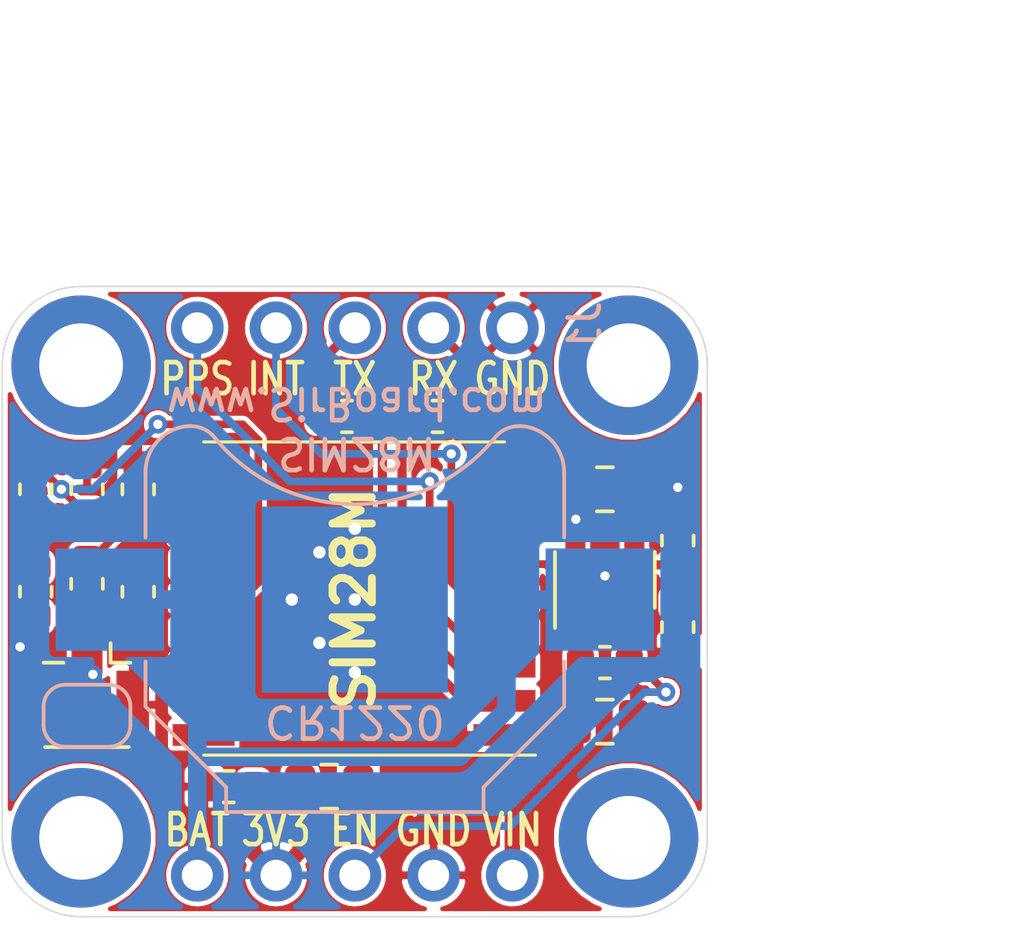
<source format=kicad_pcb>
(kicad_pcb (version 20171130) (host pcbnew "(5.1.2)-2")

  (general
    (thickness 1.6)
    (drawings 26)
    (tracks 117)
    (zones 0)
    (modules 26)
    (nets 25)
  )

  (page User 132.004 102.006)
  (title_block
    (title "SIM28M Based GPS Module")
    (date 2019-10-30)
    (rev 1)
    (company SirBoard)
    (comment 1 "SIM28M is based on the MT3339 Chipset")
    (comment 2 "Breadboard Friendly Micro GPS Module")
  )

  (layers
    (0 F.Cu signal)
    (31 B.Cu signal)
    (32 B.Adhes user hide)
    (33 F.Adhes user hide)
    (34 B.Paste user hide)
    (35 F.Paste user hide)
    (36 B.SilkS user)
    (37 F.SilkS user)
    (38 B.Mask user hide)
    (39 F.Mask user hide)
    (40 Dwgs.User user)
    (41 Cmts.User user hide)
    (42 Eco1.User user hide)
    (43 Eco2.User user hide)
    (44 Edge.Cuts user)
    (45 Margin user hide)
    (46 B.CrtYd user hide)
    (47 F.CrtYd user hide)
    (48 B.Fab user hide)
    (49 F.Fab user hide)
  )

  (setup
    (last_trace_width 0.127)
    (user_trace_width 0.127)
    (user_trace_width 0.15)
    (user_trace_width 0.2)
    (user_trace_width 0.25)
    (user_trace_width 0.3)
    (user_trace_width 0.4)
    (user_trace_width 0.5)
    (user_trace_width 0.6)
    (user_trace_width 0.7)
    (user_trace_width 0.8)
    (user_trace_width 0.9)
    (user_trace_width 1)
    (trace_clearance 0.127)
    (zone_clearance 0.2)
    (zone_45_only no)
    (trace_min 0.127)
    (via_size 0.6)
    (via_drill 0.3)
    (via_min_size 0.6)
    (via_min_drill 0.3)
    (user_via 0.6 0.3)
    (user_via 0.8 0.4)
    (user_via 1 0.5)
    (user_via 3.5 2.5)
    (uvia_size 0.45)
    (uvia_drill 0.2)
    (uvias_allowed no)
    (uvia_min_size 0.45)
    (uvia_min_drill 0.1)
    (edge_width 0.05)
    (segment_width 0.2)
    (pcb_text_width 0.3)
    (pcb_text_size 1.5 1.5)
    (mod_edge_width 0.12)
    (mod_text_size 1 1)
    (mod_text_width 0.15)
    (pad_size 6 6)
    (pad_drill 0)
    (pad_to_mask_clearance 0)
    (solder_mask_min_width 0.1)
    (aux_axis_origin 0 0)
    (visible_elements 7FFFFFFF)
    (pcbplotparams
      (layerselection 0x010f0_ffffffff)
      (usegerberextensions false)
      (usegerberattributes false)
      (usegerberadvancedattributes false)
      (creategerberjobfile false)
      (excludeedgelayer true)
      (linewidth 0.100000)
      (plotframeref false)
      (viasonmask false)
      (mode 1)
      (useauxorigin true)
      (hpglpennumber 1)
      (hpglpenspeed 20)
      (hpglpendiameter 15.000000)
      (psnegative false)
      (psa4output false)
      (plotreference true)
      (plotvalue false)
      (plotinvisibletext false)
      (padsonsilk false)
      (subtractmaskfromsilk false)
      (outputformat 1)
      (mirror false)
      (drillshape 0)
      (scaleselection 1)
      (outputdirectory "C:/Users/elisha3/Desktop/GitHub/Gerbers/SirMicro/"))
  )

  (net 0 "")
  (net 1 GND)
  (net 2 "Net-(L1-Pad2)")
  (net 3 3V3)
  (net 4 VIN)
  (net 5 "Net-(R7-Pad2)")
  (net 6 "Net-(AE1-Pad1)")
  (net 7 "Net-(C5-Pad1)")
  (net 8 "Net-(C6-Pad1)")
  (net 9 "Net-(IC1-Pad18)")
  (net 10 "Net-(IC1-Pad17)")
  (net 11 "Net-(IC1-Pad16)")
  (net 12 "Net-(IC1-Pad15)")
  (net 13 "Net-(IC1-Pad13)")
  (net 14 "Net-(IC1-Pad9)")
  (net 15 "Net-(IC1-Pad7)")
  (net 16 INT)
  (net 17 PPS)
  (net 18 "Net-(IC1-Pad3)")
  (net 19 "Net-(IC1-Pad2)")
  (net 20 EN)
  (net 21 RXD0)
  (net 22 TXD0)
  (net 23 VBAT)
  (net 24 "Net-(JP1-Pad1)")

  (net_class Default "This is the default net class."
    (clearance 0.127)
    (trace_width 0.127)
    (via_dia 0.6)
    (via_drill 0.3)
    (uvia_dia 0.45)
    (uvia_drill 0.2)
    (add_net 3V3)
    (add_net EN)
    (add_net GND)
    (add_net INT)
    (add_net "Net-(AE1-Pad1)")
    (add_net "Net-(C5-Pad1)")
    (add_net "Net-(C6-Pad1)")
    (add_net "Net-(IC1-Pad13)")
    (add_net "Net-(IC1-Pad15)")
    (add_net "Net-(IC1-Pad16)")
    (add_net "Net-(IC1-Pad17)")
    (add_net "Net-(IC1-Pad18)")
    (add_net "Net-(IC1-Pad2)")
    (add_net "Net-(IC1-Pad3)")
    (add_net "Net-(IC1-Pad7)")
    (add_net "Net-(IC1-Pad9)")
    (add_net "Net-(JP1-Pad1)")
    (add_net "Net-(L1-Pad2)")
    (add_net "Net-(R7-Pad2)")
    (add_net PPS)
    (add_net RXD0)
    (add_net TXD0)
    (add_net VBAT)
    (add_net VIN)
  )

  (module MountingHole:MountingHole_2.7mm_M2.5_ISO14580_Pad (layer F.Cu) (tedit 56D1B4CB) (tstamp 5DB8BDD0)
    (at 54.61 44.45 270)
    (descr "Mounting Hole 2.7mm, M2.5, ISO14580")
    (tags "mounting hole 2.7mm m2.5 iso14580")
    (path /5DB93353)
    (attr virtual)
    (fp_text reference H1 (at 0 0 90) (layer F.SilkS) hide
      (effects (font (size 1 1) (thickness 0.15)))
    )
    (fp_text value MountingHole (at 0 3.25 90) (layer F.Fab)
      (effects (font (size 1 1) (thickness 0.15)))
    )
    (fp_circle (center 0 0) (end 2.5 0) (layer F.CrtYd) (width 0.05))
    (fp_circle (center 0 0) (end 2.25 0) (layer Cmts.User) (width 0.15))
    (fp_text user %R (at 0.3 0 90) (layer F.Fab)
      (effects (font (size 1 1) (thickness 0.15)))
    )
    (pad 1 thru_hole circle (at 0 0 270) (size 4.5 4.5) (drill 2.7) (layers *.Cu *.Mask))
  )

  (module Jumper:SolderJumper-2_P1.3mm_Open_RoundedPad1.0x1.5mm (layer B.Cu) (tedit 5B391E66) (tstamp 5DBBA72C)
    (at 54.8005 40.513)
    (descr "SMD Solder Jumper, 1x1.5mm, rounded Pads, 0.3mm gap, open")
    (tags "solder jumper open")
    (path /5DC0960C)
    (attr virtual)
    (fp_text reference JP1 (at 0 1.8) (layer B.SilkS) hide
      (effects (font (size 1 1) (thickness 0.15)) (justify mirror))
    )
    (fp_text value SolderJumper_2_Open (at 0 -1.9) (layer B.Fab)
      (effects (font (size 1 1) (thickness 0.15)) (justify mirror))
    )
    (fp_line (start 1.65 -1.25) (end -1.65 -1.25) (layer B.CrtYd) (width 0.05))
    (fp_line (start 1.65 -1.25) (end 1.65 1.25) (layer B.CrtYd) (width 0.05))
    (fp_line (start -1.65 1.25) (end -1.65 -1.25) (layer B.CrtYd) (width 0.05))
    (fp_line (start -1.65 1.25) (end 1.65 1.25) (layer B.CrtYd) (width 0.05))
    (fp_line (start -0.7 1) (end 0.7 1) (layer B.SilkS) (width 0.12))
    (fp_line (start 1.4 0.3) (end 1.4 -0.3) (layer B.SilkS) (width 0.12))
    (fp_line (start 0.7 -1) (end -0.7 -1) (layer B.SilkS) (width 0.12))
    (fp_line (start -1.4 -0.3) (end -1.4 0.3) (layer B.SilkS) (width 0.12))
    (fp_arc (start -0.7 0.3) (end -0.7 1) (angle 90) (layer B.SilkS) (width 0.12))
    (fp_arc (start -0.7 -0.3) (end -1.4 -0.3) (angle 90) (layer B.SilkS) (width 0.12))
    (fp_arc (start 0.7 -0.3) (end 0.7 -1) (angle 90) (layer B.SilkS) (width 0.12))
    (fp_arc (start 0.7 0.3) (end 1.4 0.3) (angle 90) (layer B.SilkS) (width 0.12))
    (pad 2 smd custom (at 0.65 0) (size 1 0.5) (layers B.Cu B.Mask)
      (net 6 "Net-(AE1-Pad1)") (zone_connect 2)
      (options (clearance outline) (anchor rect))
      (primitives
        (gr_circle (center 0 -0.25) (end 0.5 -0.25) (width 0))
        (gr_circle (center 0 0.25) (end 0.5 0.25) (width 0))
        (gr_poly (pts
           (xy 0 0.75) (xy -0.5 0.75) (xy -0.5 -0.75) (xy 0 -0.75)) (width 0))
      ))
    (pad 1 smd custom (at -0.65 0) (size 1 0.5) (layers B.Cu B.Mask)
      (net 24 "Net-(JP1-Pad1)") (zone_connect 2)
      (options (clearance outline) (anchor rect))
      (primitives
        (gr_circle (center 0 -0.25) (end 0.5 -0.25) (width 0))
        (gr_circle (center 0 0.25) (end 0.5 0.25) (width 0))
        (gr_poly (pts
           (xy 0 0.75) (xy 0.5 0.75) (xy 0.5 -0.75) (xy 0 -0.75)) (width 0))
      ))
  )

  (module SirBoardLibrary:SIM28M (layer F.Cu) (tedit 0) (tstamp 5DB8E48A)
    (at 68.2625 41.783 180)
    (descr SIM28M)
    (tags "Integrated Circuit")
    (path /5DC84452)
    (attr smd)
    (fp_text reference SIM28M (at 4.85 5.05 90) (layer F.SilkS)
      (effects (font (size 1.27 1.27) (thickness 0.254)))
    )
    (fp_text value SIM28M (at 4.85 5.05) (layer F.SilkS) hide
      (effects (font (size 1.27 1.27) (thickness 0.254)))
    )
    (fp_text user %R (at 4.85 5.05) (layer F.Fab)
      (effects (font (size 1.27 1.27) (thickness 0.254)))
    )
    (fp_line (start 0 0) (end 9.7 0) (layer F.Fab) (width 0.2))
    (fp_line (start 9.7 0) (end 9.7 10.1) (layer F.Fab) (width 0.2))
    (fp_line (start 9.7 10.1) (end 0 10.1) (layer F.Fab) (width 0.2))
    (fp_line (start 0 10.1) (end 0 0) (layer F.Fab) (width 0.2))
    (fp_line (start -2 -1) (end 11.7 -1) (layer F.CrtYd) (width 0.1))
    (fp_line (start 11.7 -1) (end 11.7 11.1) (layer F.CrtYd) (width 0.1))
    (fp_line (start 11.7 11.1) (end -2 11.1) (layer F.CrtYd) (width 0.1))
    (fp_line (start -2 11.1) (end -2 -1) (layer F.CrtYd) (width 0.1))
    (fp_line (start 0 10.1) (end 9.7 10.1) (layer F.SilkS) (width 0.1))
    (fp_line (start -1 0) (end 9.7 0) (layer F.SilkS) (width 0.1))
    (fp_line (start 2 0) (end 0 2) (layer F.Fab) (width 0.2))
    (pad 1 smd rect (at 0 0.65 270) (size 0.7 2) (layers F.Cu F.Paste F.Mask)
      (net 1 GND))
    (pad 2 smd rect (at 0 1.75 270) (size 0.7 2) (layers F.Cu F.Paste F.Mask)
      (net 19 "Net-(IC1-Pad2)"))
    (pad 3 smd rect (at 0 2.85 270) (size 0.7 2) (layers F.Cu F.Paste F.Mask)
      (net 18 "Net-(IC1-Pad3)"))
    (pad 4 smd rect (at 0 3.95 270) (size 0.7 2) (layers F.Cu F.Paste F.Mask)
      (net 17 PPS))
    (pad 5 smd rect (at 0 5.05 270) (size 0.7 2) (layers F.Cu F.Paste F.Mask)
      (net 16 INT))
    (pad 6 smd rect (at 0 6.15 270) (size 0.7 2) (layers F.Cu F.Paste F.Mask)
      (net 23 VBAT))
    (pad 7 smd rect (at 0 7.25 270) (size 0.7 2) (layers F.Cu F.Paste F.Mask)
      (net 15 "Net-(IC1-Pad7)"))
    (pad 8 smd rect (at 0 8.35 270) (size 0.7 2) (layers F.Cu F.Paste F.Mask)
      (net 3 3V3))
    (pad 9 smd rect (at 0 9.45 270) (size 0.7 2) (layers F.Cu F.Paste F.Mask)
      (net 14 "Net-(IC1-Pad9)"))
    (pad 10 smd rect (at 9.7 9.45 270) (size 0.7 2) (layers F.Cu F.Paste F.Mask)
      (net 1 GND))
    (pad 11 smd rect (at 9.7 8.35 270) (size 0.7 2) (layers F.Cu F.Paste F.Mask)
      (net 7 "Net-(C5-Pad1)"))
    (pad 12 smd rect (at 9.7 7.25 270) (size 0.7 2) (layers F.Cu F.Paste F.Mask)
      (net 1 GND))
    (pad 13 smd rect (at 9.7 6.15 270) (size 0.7 2) (layers F.Cu F.Paste F.Mask)
      (net 13 "Net-(IC1-Pad13)"))
    (pad 14 smd rect (at 9.7 5.05 270) (size 0.7 2) (layers F.Cu F.Paste F.Mask)
      (net 8 "Net-(C6-Pad1)"))
    (pad 15 smd rect (at 9.7 3.95 270) (size 0.7 2) (layers F.Cu F.Paste F.Mask)
      (net 12 "Net-(IC1-Pad15)"))
    (pad 16 smd rect (at 9.7 2.85 270) (size 0.7 2) (layers F.Cu F.Paste F.Mask)
      (net 11 "Net-(IC1-Pad16)"))
    (pad 17 smd rect (at 9.7 1.75 270) (size 0.7 2) (layers F.Cu F.Paste F.Mask)
      (net 10 "Net-(IC1-Pad17)"))
    (pad 18 smd rect (at 9.7 0.65 270) (size 0.7 2) (layers F.Cu F.Paste F.Mask)
      (net 9 "Net-(IC1-Pad18)"))
  )

  (module Connector_PinHeader_2.54mm:PinHeader_1x05_P2.54mm_Vertical (layer B.Cu) (tedit 5DB8B473) (tstamp 5DB9486D)
    (at 68.5165 45.6565 90)
    (descr "Through hole straight pin header, 1x05, 2.54mm pitch, single row")
    (tags "Through hole pin header THT 1x05 2.54mm single row")
    (path /5DBCEDAD)
    (fp_text reference J2 (at 0 1.524 90) (layer B.SilkS) hide
      (effects (font (size 1 1) (thickness 0.15)) (justify mirror))
    )
    (fp_text value Conn_01x05 (at 0 -12.49 90) (layer B.Fab)
      (effects (font (size 1 1) (thickness 0.15)) (justify mirror))
    )
    (fp_text user %R (at 0 -5.08 180) (layer B.Fab)
      (effects (font (size 1 1) (thickness 0.15)) (justify mirror))
    )
    (fp_line (start 1.8 1.8) (end -1.8 1.8) (layer B.CrtYd) (width 0.05))
    (fp_line (start 1.8 -11.95) (end 1.8 1.8) (layer B.CrtYd) (width 0.05))
    (fp_line (start -1.8 -11.95) (end 1.8 -11.95) (layer B.CrtYd) (width 0.05))
    (fp_line (start -1.8 1.8) (end -1.8 -11.95) (layer B.CrtYd) (width 0.05))
    (fp_line (start -1.27 0.635) (end -0.635 1.27) (layer B.Fab) (width 0.1))
    (fp_line (start -1.27 -11.43) (end -1.27 0.635) (layer B.Fab) (width 0.1))
    (fp_line (start 1.27 -11.43) (end -1.27 -11.43) (layer B.Fab) (width 0.1))
    (fp_line (start 1.27 1.27) (end 1.27 -11.43) (layer B.Fab) (width 0.1))
    (fp_line (start -0.635 1.27) (end 1.27 1.27) (layer B.Fab) (width 0.1))
    (pad 5 thru_hole oval (at 0 -10.16 90) (size 1.7 1.7) (drill 1) (layers *.Cu *.Mask)
      (net 23 VBAT))
    (pad 4 thru_hole oval (at 0 -7.62 90) (size 1.7 1.7) (drill 1) (layers *.Cu *.Mask)
      (net 3 3V3))
    (pad 3 thru_hole oval (at 0 -5.08 90) (size 1.7 1.7) (drill 1) (layers *.Cu *.Mask)
      (net 20 EN))
    (pad 2 thru_hole oval (at 0 -2.54 90) (size 1.7 1.7) (drill 1) (layers *.Cu *.Mask)
      (net 1 GND))
    (pad 1 thru_hole circle (at 0 0 90) (size 1.7 1.7) (drill 1) (layers *.Cu *.Mask)
      (net 4 VIN))
    (model ${KISYS3DMOD}/Connector_PinHeader_2.54mm.3dshapes/PinHeader_1x05_P2.54mm_Vertical.wrl
      (at (xyz 0 0 0))
      (scale (xyz 1 1 1))
      (rotate (xyz 0 0 0))
    )
  )

  (module Connector_PinHeader_2.54mm:PinHeader_1x05_P2.54mm_Vertical (layer B.Cu) (tedit 5DB8B47D) (tstamp 5DB94854)
    (at 68.5165 28.0035 90)
    (descr "Through hole straight pin header, 1x05, 2.54mm pitch, single row")
    (tags "Through hole pin header THT 1x05 2.54mm single row")
    (path /5DBB2595)
    (fp_text reference J1 (at 0 2.33 90) (layer B.SilkS)
      (effects (font (size 1 1) (thickness 0.15)) (justify mirror))
    )
    (fp_text value Conn_01x05 (at 0 -12.49 90) (layer B.Fab)
      (effects (font (size 1 1) (thickness 0.15)) (justify mirror))
    )
    (fp_text user %R (at 0 -5.08 180) (layer B.Fab)
      (effects (font (size 1 1) (thickness 0.15)) (justify mirror))
    )
    (fp_line (start 1.8 1.8) (end -1.8 1.8) (layer B.CrtYd) (width 0.05))
    (fp_line (start 1.8 -11.95) (end 1.8 1.8) (layer B.CrtYd) (width 0.05))
    (fp_line (start -1.8 -11.95) (end 1.8 -11.95) (layer B.CrtYd) (width 0.05))
    (fp_line (start -1.8 1.8) (end -1.8 -11.95) (layer B.CrtYd) (width 0.05))
    (fp_line (start -1.27 0.635) (end -0.635 1.27) (layer B.Fab) (width 0.1))
    (fp_line (start -1.27 -11.43) (end -1.27 0.635) (layer B.Fab) (width 0.1))
    (fp_line (start 1.27 -11.43) (end -1.27 -11.43) (layer B.Fab) (width 0.1))
    (fp_line (start 1.27 1.27) (end 1.27 -11.43) (layer B.Fab) (width 0.1))
    (fp_line (start -0.635 1.27) (end 1.27 1.27) (layer B.Fab) (width 0.1))
    (pad 5 thru_hole oval (at 0 -10.16 90) (size 1.7 1.7) (drill 1) (layers *.Cu *.Mask)
      (net 17 PPS))
    (pad 4 thru_hole oval (at 0 -7.62 90) (size 1.7 1.7) (drill 1) (layers *.Cu *.Mask)
      (net 16 INT))
    (pad 3 thru_hole oval (at 0 -5.08 90) (size 1.7 1.7) (drill 1) (layers *.Cu *.Mask)
      (net 22 TXD0))
    (pad 2 thru_hole oval (at 0 -2.54 90) (size 1.7 1.7) (drill 1) (layers *.Cu *.Mask)
      (net 21 RXD0))
    (pad 1 thru_hole circle (at 0 0 90) (size 1.7 1.7) (drill 1) (layers *.Cu *.Mask)
      (net 1 GND))
    (model ${KISYS3DMOD}/Connector_PinHeader_2.54mm.3dshapes/PinHeader_1x05_P2.54mm_Vertical.wrl
      (at (xyz 0 0 0))
      (scale (xyz 1 1 1))
      (rotate (xyz 0 0 0))
    )
  )

  (module MountingHole:MountingHole_2.7mm_M2.5_ISO14580_Pad (layer F.Cu) (tedit 56D1B4CB) (tstamp 5DB8BDE8)
    (at 54.61 29.21 270)
    (descr "Mounting Hole 2.7mm, M2.5, ISO14580")
    (tags "mounting hole 2.7mm m2.5 iso14580")
    (path /5DB97005)
    (attr virtual)
    (fp_text reference H4 (at 0 -0.335 90) (layer F.SilkS) hide
      (effects (font (size 1 1) (thickness 0.15)))
    )
    (fp_text value MountingHole (at 0 3.25 90) (layer F.Fab)
      (effects (font (size 1 1) (thickness 0.15)))
    )
    (fp_circle (center 0 0) (end 2.5 0) (layer F.CrtYd) (width 0.05))
    (fp_circle (center 0 0) (end 2.25 0) (layer Cmts.User) (width 0.15))
    (fp_text user %R (at 0.3 0 90) (layer F.Fab)
      (effects (font (size 1 1) (thickness 0.15)))
    )
    (pad 1 thru_hole circle (at 0 0 270) (size 4.5 4.5) (drill 2.7) (layers *.Cu *.Mask))
  )

  (module MountingHole:MountingHole_2.7mm_M2.5_ISO14580_Pad (layer F.Cu) (tedit 56D1B4CB) (tstamp 5DB8BDE0)
    (at 72.263 44.45 270)
    (descr "Mounting Hole 2.7mm, M2.5, ISO14580")
    (tags "mounting hole 2.7mm m2.5 iso14580")
    (path /5DB9577B)
    (attr virtual)
    (fp_text reference H3 (at 0 0 90) (layer F.SilkS) hide
      (effects (font (size 1 1) (thickness 0.15)))
    )
    (fp_text value MountingHole (at 0 3.25 90) (layer F.Fab)
      (effects (font (size 1 1) (thickness 0.15)))
    )
    (fp_circle (center 0 0) (end 2.5 0) (layer F.CrtYd) (width 0.05))
    (fp_circle (center 0 0) (end 2.25 0) (layer Cmts.User) (width 0.15))
    (fp_text user %R (at 0.3 0 90) (layer F.Fab)
      (effects (font (size 1 1) (thickness 0.15)))
    )
    (pad 1 thru_hole circle (at 0 0 270) (size 4.5 4.5) (drill 2.7) (layers *.Cu *.Mask))
  )

  (module MountingHole:MountingHole_2.7mm_M2.5_ISO14580_Pad (layer F.Cu) (tedit 56D1B4CB) (tstamp 5DB8BDD8)
    (at 72.263 29.21 270)
    (descr "Mounting Hole 2.7mm, M2.5, ISO14580")
    (tags "mounting hole 2.7mm m2.5 iso14580")
    (path /5DB93F2F)
    (attr virtual)
    (fp_text reference H2 (at 0 -0.335 90) (layer F.SilkS) hide
      (effects (font (size 1 1) (thickness 0.15)))
    )
    (fp_text value MountingHole (at 0 3.25 90) (layer F.Fab)
      (effects (font (size 1 1) (thickness 0.15)))
    )
    (fp_circle (center 0 0) (end 2.5 0) (layer F.CrtYd) (width 0.05))
    (fp_circle (center 0 0) (end 2.25 0) (layer Cmts.User) (width 0.15))
    (fp_text user %R (at 0.3 0 90) (layer F.Fab)
      (effects (font (size 1 1) (thickness 0.15)))
    )
    (pad 1 thru_hole circle (at 0 0 270) (size 4.5 4.5) (drill 2.7) (layers *.Cu *.Mask))
  )

  (module Capacitor_SMD:C_0805_2012Metric (layer F.Cu) (tedit 5B36C52B) (tstamp 5DB8B042)
    (at 71.501 33.2105)
    (descr "Capacitor SMD 0805 (2012 Metric), square (rectangular) end terminal, IPC_7351 nominal, (Body size source: https://docs.google.com/spreadsheets/d/1BsfQQcO9C6DZCsRaXUlFlo91Tg2WpOkGARC1WS5S8t0/edit?usp=sharing), generated with kicad-footprint-generator")
    (tags capacitor)
    (path /5DB8E885)
    (attr smd)
    (fp_text reference C4 (at 0.0254 0 90) (layer F.SilkS) hide
      (effects (font (size 1 1) (thickness 0.15)))
    )
    (fp_text value 1uF (at 0 1.65) (layer F.Fab)
      (effects (font (size 1 1) (thickness 0.15)))
    )
    (fp_line (start -1 0.6) (end -1 -0.6) (layer F.Fab) (width 0.1))
    (fp_line (start -1 -0.6) (end 1 -0.6) (layer F.Fab) (width 0.1))
    (fp_line (start 1 -0.6) (end 1 0.6) (layer F.Fab) (width 0.1))
    (fp_line (start 1 0.6) (end -1 0.6) (layer F.Fab) (width 0.1))
    (fp_line (start -0.258578 -0.71) (end 0.258578 -0.71) (layer F.SilkS) (width 0.12))
    (fp_line (start -0.258578 0.71) (end 0.258578 0.71) (layer F.SilkS) (width 0.12))
    (fp_line (start -1.68 0.95) (end -1.68 -0.95) (layer F.CrtYd) (width 0.05))
    (fp_line (start -1.68 -0.95) (end 1.68 -0.95) (layer F.CrtYd) (width 0.05))
    (fp_line (start 1.68 -0.95) (end 1.68 0.95) (layer F.CrtYd) (width 0.05))
    (fp_line (start 1.68 0.95) (end -1.68 0.95) (layer F.CrtYd) (width 0.05))
    (fp_text user %R (at 0 0) (layer F.Fab)
      (effects (font (size 0.5 0.5) (thickness 0.08)))
    )
    (pad 1 smd roundrect (at -0.9375 0) (size 0.975 1.4) (layers F.Cu F.Paste F.Mask) (roundrect_rratio 0.25)
      (net 3 3V3))
    (pad 2 smd roundrect (at 0.9375 0) (size 0.975 1.4) (layers F.Cu F.Paste F.Mask) (roundrect_rratio 0.25)
      (net 1 GND))
    (model ${KISYS3DMOD}/Capacitor_SMD.3dshapes/C_0805_2012Metric.wrl
      (at (xyz 0 0 0))
      (scale (xyz 1 1 1))
      (rotate (xyz 0 0 0))
    )
  )

  (module Package_TO_SOT_SMD:SOT-23-5 (layer F.Cu) (tedit 5A02FF57) (tstamp 5DB8E543)
    (at 71.501 36.1315 90)
    (descr "5-pin SOT23 package")
    (tags SOT-23-5)
    (path /5E2BA0AD)
    (attr smd)
    (fp_text reference U2 (at 0 0) (layer F.SilkS) hide
      (effects (font (size 1 1) (thickness 0.15)))
    )
    (fp_text value AP7365-W-7 (at 0 2.9 90) (layer F.Fab)
      (effects (font (size 1 1) (thickness 0.15)))
    )
    (fp_text user %R (at 0 0) (layer F.Fab)
      (effects (font (size 0.5 0.5) (thickness 0.075)))
    )
    (fp_line (start -0.9 1.61) (end 0.9 1.61) (layer F.SilkS) (width 0.12))
    (fp_line (start 0.9 -1.61) (end -1.55 -1.61) (layer F.SilkS) (width 0.12))
    (fp_line (start -1.9 -1.8) (end 1.9 -1.8) (layer F.CrtYd) (width 0.05))
    (fp_line (start 1.9 -1.8) (end 1.9 1.8) (layer F.CrtYd) (width 0.05))
    (fp_line (start 1.9 1.8) (end -1.9 1.8) (layer F.CrtYd) (width 0.05))
    (fp_line (start -1.9 1.8) (end -1.9 -1.8) (layer F.CrtYd) (width 0.05))
    (fp_line (start -0.9 -0.9) (end -0.25 -1.55) (layer F.Fab) (width 0.1))
    (fp_line (start 0.9 -1.55) (end -0.25 -1.55) (layer F.Fab) (width 0.1))
    (fp_line (start -0.9 -0.9) (end -0.9 1.55) (layer F.Fab) (width 0.1))
    (fp_line (start 0.9 1.55) (end -0.9 1.55) (layer F.Fab) (width 0.1))
    (fp_line (start 0.9 -1.55) (end 0.9 1.55) (layer F.Fab) (width 0.1))
    (pad 1 smd rect (at -1.1 -0.95 90) (size 1.06 0.65) (layers F.Cu F.Paste F.Mask)
      (net 4 VIN))
    (pad 2 smd rect (at -1.1 0 90) (size 1.06 0.65) (layers F.Cu F.Paste F.Mask)
      (net 1 GND))
    (pad 3 smd rect (at -1.1 0.95 90) (size 1.06 0.65) (layers F.Cu F.Paste F.Mask)
      (net 20 EN))
    (pad 4 smd rect (at 1.1 0.95 90) (size 1.06 0.65) (layers F.Cu F.Paste F.Mask)
      (net 5 "Net-(R7-Pad2)"))
    (pad 5 smd rect (at 1.1 -0.95 90) (size 1.06 0.65) (layers F.Cu F.Paste F.Mask)
      (net 3 3V3))
    (model ${KISYS3DMOD}/Package_TO_SOT_SMD.3dshapes/SOT-23-5.wrl
      (at (xyz 0 0 0))
      (scale (xyz 1 1 1))
      (rotate (xyz 0 0 0))
    )
  )

  (module Resistor_SMD:R_0603_1608Metric (layer F.Cu) (tedit 5B301BBD) (tstamp 5DB8E52E)
    (at 73.8505 37.6555 90)
    (descr "Resistor SMD 0603 (1608 Metric), square (rectangular) end terminal, IPC_7351 nominal, (Body size source: http://www.tortai-tech.com/upload/download/2011102023233369053.pdf), generated with kicad-footprint-generator")
    (tags resistor)
    (path /5E35753D)
    (attr smd)
    (fp_text reference R8 (at 0 0) (layer F.SilkS) hide
      (effects (font (size 1 1) (thickness 0.15)))
    )
    (fp_text value 22K (at 0 1.43 90) (layer F.Fab)
      (effects (font (size 1 1) (thickness 0.15)))
    )
    (fp_line (start -0.8 0.4) (end -0.8 -0.4) (layer F.Fab) (width 0.1))
    (fp_line (start -0.8 -0.4) (end 0.8 -0.4) (layer F.Fab) (width 0.1))
    (fp_line (start 0.8 -0.4) (end 0.8 0.4) (layer F.Fab) (width 0.1))
    (fp_line (start 0.8 0.4) (end -0.8 0.4) (layer F.Fab) (width 0.1))
    (fp_line (start -0.162779 -0.51) (end 0.162779 -0.51) (layer F.SilkS) (width 0.12))
    (fp_line (start -0.162779 0.51) (end 0.162779 0.51) (layer F.SilkS) (width 0.12))
    (fp_line (start -1.48 0.73) (end -1.48 -0.73) (layer F.CrtYd) (width 0.05))
    (fp_line (start -1.48 -0.73) (end 1.48 -0.73) (layer F.CrtYd) (width 0.05))
    (fp_line (start 1.48 -0.73) (end 1.48 0.73) (layer F.CrtYd) (width 0.05))
    (fp_line (start 1.48 0.73) (end -1.48 0.73) (layer F.CrtYd) (width 0.05))
    (fp_text user %R (at 0 0 90) (layer F.Fab)
      (effects (font (size 0.4 0.4) (thickness 0.06)))
    )
    (pad 1 smd roundrect (at -0.7875 0 90) (size 0.875 0.95) (layers F.Cu F.Paste F.Mask) (roundrect_rratio 0.25)
      (net 1 GND))
    (pad 2 smd roundrect (at 0.7875 0 90) (size 0.875 0.95) (layers F.Cu F.Paste F.Mask) (roundrect_rratio 0.25)
      (net 5 "Net-(R7-Pad2)"))
    (model ${KISYS3DMOD}/Resistor_SMD.3dshapes/R_0603_1608Metric.wrl
      (at (xyz 0 0 0))
      (scale (xyz 1 1 1))
      (rotate (xyz 0 0 0))
    )
  )

  (module Resistor_SMD:R_0603_1608Metric (layer F.Cu) (tedit 5B301BBD) (tstamp 5DB8E51D)
    (at 73.8505 34.8615 270)
    (descr "Resistor SMD 0603 (1608 Metric), square (rectangular) end terminal, IPC_7351 nominal, (Body size source: http://www.tortai-tech.com/upload/download/2011102023233369053.pdf), generated with kicad-footprint-generator")
    (tags resistor)
    (path /5E34715F)
    (attr smd)
    (fp_text reference R7 (at 0 0) (layer F.SilkS) hide
      (effects (font (size 1 1) (thickness 0.15)))
    )
    (fp_text value 68K (at 0 1.43 90) (layer F.Fab)
      (effects (font (size 1 1) (thickness 0.15)))
    )
    (fp_line (start -0.8 0.4) (end -0.8 -0.4) (layer F.Fab) (width 0.1))
    (fp_line (start -0.8 -0.4) (end 0.8 -0.4) (layer F.Fab) (width 0.1))
    (fp_line (start 0.8 -0.4) (end 0.8 0.4) (layer F.Fab) (width 0.1))
    (fp_line (start 0.8 0.4) (end -0.8 0.4) (layer F.Fab) (width 0.1))
    (fp_line (start -0.162779 -0.51) (end 0.162779 -0.51) (layer F.SilkS) (width 0.12))
    (fp_line (start -0.162779 0.51) (end 0.162779 0.51) (layer F.SilkS) (width 0.12))
    (fp_line (start -1.48 0.73) (end -1.48 -0.73) (layer F.CrtYd) (width 0.05))
    (fp_line (start -1.48 -0.73) (end 1.48 -0.73) (layer F.CrtYd) (width 0.05))
    (fp_line (start 1.48 -0.73) (end 1.48 0.73) (layer F.CrtYd) (width 0.05))
    (fp_line (start 1.48 0.73) (end -1.48 0.73) (layer F.CrtYd) (width 0.05))
    (fp_text user %R (at 0 0 90) (layer F.Fab)
      (effects (font (size 0.4 0.4) (thickness 0.06)))
    )
    (pad 1 smd roundrect (at -0.7875 0 270) (size 0.875 0.95) (layers F.Cu F.Paste F.Mask) (roundrect_rratio 0.25)
      (net 3 3V3))
    (pad 2 smd roundrect (at 0.7875 0 270) (size 0.875 0.95) (layers F.Cu F.Paste F.Mask) (roundrect_rratio 0.25)
      (net 5 "Net-(R7-Pad2)"))
    (model ${KISYS3DMOD}/Resistor_SMD.3dshapes/R_0603_1608Metric.wrl
      (at (xyz 0 0 0))
      (scale (xyz 1 1 1))
      (rotate (xyz 0 0 0))
    )
  )

  (module Resistor_SMD:R_0603_1608Metric (layer F.Cu) (tedit 5B301BBD) (tstamp 5DB8E50C)
    (at 53.1495 33.2105 270)
    (descr "Resistor SMD 0603 (1608 Metric), square (rectangular) end terminal, IPC_7351 nominal, (Body size source: http://www.tortai-tech.com/upload/download/2011102023233369053.pdf), generated with kicad-footprint-generator")
    (tags resistor)
    (path /5DC84464)
    (attr smd)
    (fp_text reference R5 (at 0 0) (layer F.SilkS) hide
      (effects (font (size 1 1) (thickness 0.15)))
    )
    (fp_text value 10R (at 0 1.43 90) (layer F.Fab)
      (effects (font (size 1 1) (thickness 0.15)))
    )
    (fp_line (start -0.8 0.4) (end -0.8 -0.4) (layer F.Fab) (width 0.1))
    (fp_line (start -0.8 -0.4) (end 0.8 -0.4) (layer F.Fab) (width 0.1))
    (fp_line (start 0.8 -0.4) (end 0.8 0.4) (layer F.Fab) (width 0.1))
    (fp_line (start 0.8 0.4) (end -0.8 0.4) (layer F.Fab) (width 0.1))
    (fp_line (start -0.162779 -0.51) (end 0.162779 -0.51) (layer F.SilkS) (width 0.12))
    (fp_line (start -0.162779 0.51) (end 0.162779 0.51) (layer F.SilkS) (width 0.12))
    (fp_line (start -1.48 0.73) (end -1.48 -0.73) (layer F.CrtYd) (width 0.05))
    (fp_line (start -1.48 -0.73) (end 1.48 -0.73) (layer F.CrtYd) (width 0.05))
    (fp_line (start 1.48 -0.73) (end 1.48 0.73) (layer F.CrtYd) (width 0.05))
    (fp_line (start 1.48 0.73) (end -1.48 0.73) (layer F.CrtYd) (width 0.05))
    (fp_text user %R (at 0 0 90) (layer F.Fab)
      (effects (font (size 0.4 0.4) (thickness 0.06)))
    )
    (pad 1 smd roundrect (at -0.7875 0 270) (size 0.875 0.95) (layers F.Cu F.Paste F.Mask) (roundrect_rratio 0.25)
      (net 8 "Net-(C6-Pad1)"))
    (pad 2 smd roundrect (at 0.7875 0 270) (size 0.875 0.95) (layers F.Cu F.Paste F.Mask) (roundrect_rratio 0.25)
      (net 2 "Net-(L1-Pad2)"))
    (model ${KISYS3DMOD}/Resistor_SMD.3dshapes/R_0603_1608Metric.wrl
      (at (xyz 0 0 0))
      (scale (xyz 1 1 1))
      (rotate (xyz 0 0 0))
    )
  )

  (module Resistor_SMD:R_0603_1608Metric (layer F.Cu) (tedit 5B301BBD) (tstamp 5DB8E4FB)
    (at 54.8005 36.2585 270)
    (descr "Resistor SMD 0603 (1608 Metric), square (rectangular) end terminal, IPC_7351 nominal, (Body size source: http://www.tortai-tech.com/upload/download/2011102023233369053.pdf), generated with kicad-footprint-generator")
    (tags resistor)
    (path /5DC8445E)
    (attr smd)
    (fp_text reference R4 (at 0 0) (layer F.SilkS) hide
      (effects (font (size 1 1) (thickness 0.15)))
    )
    (fp_text value 0R (at 0 1.43 90) (layer F.Fab)
      (effects (font (size 1 1) (thickness 0.15)))
    )
    (fp_line (start -0.8 0.4) (end -0.8 -0.4) (layer F.Fab) (width 0.1))
    (fp_line (start -0.8 -0.4) (end 0.8 -0.4) (layer F.Fab) (width 0.1))
    (fp_line (start 0.8 -0.4) (end 0.8 0.4) (layer F.Fab) (width 0.1))
    (fp_line (start 0.8 0.4) (end -0.8 0.4) (layer F.Fab) (width 0.1))
    (fp_line (start -0.162779 -0.51) (end 0.162779 -0.51) (layer F.SilkS) (width 0.12))
    (fp_line (start -0.162779 0.51) (end 0.162779 0.51) (layer F.SilkS) (width 0.12))
    (fp_line (start -1.48 0.73) (end -1.48 -0.73) (layer F.CrtYd) (width 0.05))
    (fp_line (start -1.48 -0.73) (end 1.48 -0.73) (layer F.CrtYd) (width 0.05))
    (fp_line (start 1.48 -0.73) (end 1.48 0.73) (layer F.CrtYd) (width 0.05))
    (fp_line (start 1.48 0.73) (end -1.48 0.73) (layer F.CrtYd) (width 0.05))
    (fp_text user %R (at 0 0 90) (layer F.Fab)
      (effects (font (size 0.4 0.4) (thickness 0.06)))
    )
    (pad 1 smd roundrect (at -0.7875 0 270) (size 0.875 0.95) (layers F.Cu F.Paste F.Mask) (roundrect_rratio 0.25)
      (net 7 "Net-(C5-Pad1)"))
    (pad 2 smd roundrect (at 0.7875 0 270) (size 0.875 0.95) (layers F.Cu F.Paste F.Mask) (roundrect_rratio 0.25)
      (net 6 "Net-(AE1-Pad1)"))
    (model ${KISYS3DMOD}/Resistor_SMD.3dshapes/R_0603_1608Metric.wrl
      (at (xyz 0 0 0))
      (scale (xyz 1 1 1))
      (rotate (xyz 0 0 0))
    )
  )

  (module Resistor_SMD:R_0603_1608Metric (layer F.Cu) (tedit 5B301BBD) (tstamp 5DB8E4EA)
    (at 71.501 38.7985)
    (descr "Resistor SMD 0603 (1608 Metric), square (rectangular) end terminal, IPC_7351 nominal, (Body size source: http://www.tortai-tech.com/upload/download/2011102023233369053.pdf), generated with kicad-footprint-generator")
    (tags resistor)
    (path /5DCC87E2)
    (attr smd)
    (fp_text reference R3 (at 0 0 90) (layer F.SilkS) hide
      (effects (font (size 1 1) (thickness 0.15)))
    )
    (fp_text value 10K (at 0 1.43) (layer F.Fab)
      (effects (font (size 1 1) (thickness 0.15)))
    )
    (fp_line (start -0.8 0.4) (end -0.8 -0.4) (layer F.Fab) (width 0.1))
    (fp_line (start -0.8 -0.4) (end 0.8 -0.4) (layer F.Fab) (width 0.1))
    (fp_line (start 0.8 -0.4) (end 0.8 0.4) (layer F.Fab) (width 0.1))
    (fp_line (start 0.8 0.4) (end -0.8 0.4) (layer F.Fab) (width 0.1))
    (fp_line (start -0.162779 -0.51) (end 0.162779 -0.51) (layer F.SilkS) (width 0.12))
    (fp_line (start -0.162779 0.51) (end 0.162779 0.51) (layer F.SilkS) (width 0.12))
    (fp_line (start -1.48 0.73) (end -1.48 -0.73) (layer F.CrtYd) (width 0.05))
    (fp_line (start -1.48 -0.73) (end 1.48 -0.73) (layer F.CrtYd) (width 0.05))
    (fp_line (start 1.48 -0.73) (end 1.48 0.73) (layer F.CrtYd) (width 0.05))
    (fp_line (start 1.48 0.73) (end -1.48 0.73) (layer F.CrtYd) (width 0.05))
    (fp_text user %R (at 0 0) (layer F.Fab)
      (effects (font (size 0.4 0.4) (thickness 0.06)))
    )
    (pad 1 smd roundrect (at -0.7875 0) (size 0.875 0.95) (layers F.Cu F.Paste F.Mask) (roundrect_rratio 0.25)
      (net 4 VIN))
    (pad 2 smd roundrect (at 0.7875 0) (size 0.875 0.95) (layers F.Cu F.Paste F.Mask) (roundrect_rratio 0.25)
      (net 20 EN))
    (model ${KISYS3DMOD}/Resistor_SMD.3dshapes/R_0603_1608Metric.wrl
      (at (xyz 0 0 0))
      (scale (xyz 1 1 1))
      (rotate (xyz 0 0 0))
    )
  )

  (module Resistor_SMD:R_0603_1608Metric (layer F.Cu) (tedit 5B301BBD) (tstamp 5DB8E4D9)
    (at 63.1825 30.861)
    (descr "Resistor SMD 0603 (1608 Metric), square (rectangular) end terminal, IPC_7351 nominal, (Body size source: http://www.tortai-tech.com/upload/download/2011102023233369053.pdf), generated with kicad-footprint-generator")
    (tags resistor)
    (path /5DC8446A)
    (attr smd)
    (fp_text reference R2 (at 0 0 90) (layer F.SilkS) hide
      (effects (font (size 1 1) (thickness 0.15)))
    )
    (fp_text value 100R (at 0 1.43) (layer F.Fab)
      (effects (font (size 1 1) (thickness 0.15)))
    )
    (fp_line (start -0.8 0.4) (end -0.8 -0.4) (layer F.Fab) (width 0.1))
    (fp_line (start -0.8 -0.4) (end 0.8 -0.4) (layer F.Fab) (width 0.1))
    (fp_line (start 0.8 -0.4) (end 0.8 0.4) (layer F.Fab) (width 0.1))
    (fp_line (start 0.8 0.4) (end -0.8 0.4) (layer F.Fab) (width 0.1))
    (fp_line (start -0.162779 -0.51) (end 0.162779 -0.51) (layer F.SilkS) (width 0.12))
    (fp_line (start -0.162779 0.51) (end 0.162779 0.51) (layer F.SilkS) (width 0.12))
    (fp_line (start -1.48 0.73) (end -1.48 -0.73) (layer F.CrtYd) (width 0.05))
    (fp_line (start -1.48 -0.73) (end 1.48 -0.73) (layer F.CrtYd) (width 0.05))
    (fp_line (start 1.48 -0.73) (end 1.48 0.73) (layer F.CrtYd) (width 0.05))
    (fp_line (start 1.48 0.73) (end -1.48 0.73) (layer F.CrtYd) (width 0.05))
    (fp_text user %R (at 0 0) (layer F.Fab)
      (effects (font (size 0.4 0.4) (thickness 0.06)))
    )
    (pad 1 smd roundrect (at -0.7875 0) (size 0.875 0.95) (layers F.Cu F.Paste F.Mask) (roundrect_rratio 0.25)
      (net 22 TXD0))
    (pad 2 smd roundrect (at 0.7875 0) (size 0.875 0.95) (layers F.Cu F.Paste F.Mask) (roundrect_rratio 0.25)
      (net 19 "Net-(IC1-Pad2)"))
    (model ${KISYS3DMOD}/Resistor_SMD.3dshapes/R_0603_1608Metric.wrl
      (at (xyz 0 0 0))
      (scale (xyz 1 1 1))
      (rotate (xyz 0 0 0))
    )
  )

  (module Resistor_SMD:R_0603_1608Metric (layer F.Cu) (tedit 5B301BBD) (tstamp 5DB8E4C8)
    (at 66.1035 30.861 180)
    (descr "Resistor SMD 0603 (1608 Metric), square (rectangular) end terminal, IPC_7351 nominal, (Body size source: http://www.tortai-tech.com/upload/download/2011102023233369053.pdf), generated with kicad-footprint-generator")
    (tags resistor)
    (path /5DC84458)
    (attr smd)
    (fp_text reference R1 (at 0 0 90) (layer F.SilkS) hide
      (effects (font (size 1 1) (thickness 0.15)))
    )
    (fp_text value 100R (at 0 1.43) (layer F.Fab)
      (effects (font (size 1 1) (thickness 0.15)))
    )
    (fp_line (start -0.8 0.4) (end -0.8 -0.4) (layer F.Fab) (width 0.1))
    (fp_line (start -0.8 -0.4) (end 0.8 -0.4) (layer F.Fab) (width 0.1))
    (fp_line (start 0.8 -0.4) (end 0.8 0.4) (layer F.Fab) (width 0.1))
    (fp_line (start 0.8 0.4) (end -0.8 0.4) (layer F.Fab) (width 0.1))
    (fp_line (start -0.162779 -0.51) (end 0.162779 -0.51) (layer F.SilkS) (width 0.12))
    (fp_line (start -0.162779 0.51) (end 0.162779 0.51) (layer F.SilkS) (width 0.12))
    (fp_line (start -1.48 0.73) (end -1.48 -0.73) (layer F.CrtYd) (width 0.05))
    (fp_line (start -1.48 -0.73) (end 1.48 -0.73) (layer F.CrtYd) (width 0.05))
    (fp_line (start 1.48 -0.73) (end 1.48 0.73) (layer F.CrtYd) (width 0.05))
    (fp_line (start 1.48 0.73) (end -1.48 0.73) (layer F.CrtYd) (width 0.05))
    (fp_text user %R (at 0 0) (layer F.Fab)
      (effects (font (size 0.4 0.4) (thickness 0.06)))
    )
    (pad 1 smd roundrect (at -0.7875 0 180) (size 0.875 0.95) (layers F.Cu F.Paste F.Mask) (roundrect_rratio 0.25)
      (net 21 RXD0))
    (pad 2 smd roundrect (at 0.7875 0 180) (size 0.875 0.95) (layers F.Cu F.Paste F.Mask) (roundrect_rratio 0.25)
      (net 18 "Net-(IC1-Pad3)"))
    (model ${KISYS3DMOD}/Resistor_SMD.3dshapes/R_0603_1608Metric.wrl
      (at (xyz 0 0 0))
      (scale (xyz 1 1 1))
      (rotate (xyz 0 0 0))
    )
  )

  (module Inductor_SMD:L_0603_1608Metric (layer F.Cu) (tedit 5B301BBE) (tstamp 5DB8E4B7)
    (at 53.1495 36.5125 90)
    (descr "Inductor SMD 0603 (1608 Metric), square (rectangular) end terminal, IPC_7351 nominal, (Body size source: http://www.tortai-tech.com/upload/download/2011102023233369053.pdf), generated with kicad-footprint-generator")
    (tags inductor)
    (path /5DC8449D)
    (attr smd)
    (fp_text reference L1 (at -0.0822 0) (layer F.SilkS) hide
      (effects (font (size 1 1) (thickness 0.15)))
    )
    (fp_text value 27n (at 0 1.43 90) (layer F.Fab)
      (effects (font (size 1 1) (thickness 0.15)))
    )
    (fp_line (start -0.8 0.4) (end -0.8 -0.4) (layer F.Fab) (width 0.1))
    (fp_line (start -0.8 -0.4) (end 0.8 -0.4) (layer F.Fab) (width 0.1))
    (fp_line (start 0.8 -0.4) (end 0.8 0.4) (layer F.Fab) (width 0.1))
    (fp_line (start 0.8 0.4) (end -0.8 0.4) (layer F.Fab) (width 0.1))
    (fp_line (start -0.162779 -0.51) (end 0.162779 -0.51) (layer F.SilkS) (width 0.12))
    (fp_line (start -0.162779 0.51) (end 0.162779 0.51) (layer F.SilkS) (width 0.12))
    (fp_line (start -1.48 0.73) (end -1.48 -0.73) (layer F.CrtYd) (width 0.05))
    (fp_line (start -1.48 -0.73) (end 1.48 -0.73) (layer F.CrtYd) (width 0.05))
    (fp_line (start 1.48 -0.73) (end 1.48 0.73) (layer F.CrtYd) (width 0.05))
    (fp_line (start 1.48 0.73) (end -1.48 0.73) (layer F.CrtYd) (width 0.05))
    (fp_text user %R (at 0 0 90) (layer F.Fab)
      (effects (font (size 0.4 0.4) (thickness 0.06)))
    )
    (pad 1 smd roundrect (at -0.7875 0 90) (size 0.875 0.95) (layers F.Cu F.Paste F.Mask) (roundrect_rratio 0.25)
      (net 24 "Net-(JP1-Pad1)"))
    (pad 2 smd roundrect (at 0.7875 0 90) (size 0.875 0.95) (layers F.Cu F.Paste F.Mask) (roundrect_rratio 0.25)
      (net 2 "Net-(L1-Pad2)"))
    (model ${KISYS3DMOD}/Inductor_SMD.3dshapes/L_0603_1608Metric.wrl
      (at (xyz 0 0 0))
      (scale (xyz 1 1 1))
      (rotate (xyz 0 0 0))
    )
  )

  (module Capacitor_SMD:C_0603_1608Metric (layer F.Cu) (tedit 5B301BBE) (tstamp 5DB8E442)
    (at 56.4515 36.5125 270)
    (descr "Capacitor SMD 0603 (1608 Metric), square (rectangular) end terminal, IPC_7351 nominal, (Body size source: http://www.tortai-tech.com/upload/download/2011102023233369053.pdf), generated with kicad-footprint-generator")
    (tags capacitor)
    (path /5DC84488)
    (attr smd)
    (fp_text reference C7 (at 0 0) (layer F.SilkS) hide
      (effects (font (size 1 1) (thickness 0.15)))
    )
    (fp_text value NC (at 0 1.43 90) (layer F.Fab)
      (effects (font (size 1 1) (thickness 0.15)))
    )
    (fp_line (start -0.8 0.4) (end -0.8 -0.4) (layer F.Fab) (width 0.1))
    (fp_line (start -0.8 -0.4) (end 0.8 -0.4) (layer F.Fab) (width 0.1))
    (fp_line (start 0.8 -0.4) (end 0.8 0.4) (layer F.Fab) (width 0.1))
    (fp_line (start 0.8 0.4) (end -0.8 0.4) (layer F.Fab) (width 0.1))
    (fp_line (start -0.162779 -0.51) (end 0.162779 -0.51) (layer F.SilkS) (width 0.12))
    (fp_line (start -0.162779 0.51) (end 0.162779 0.51) (layer F.SilkS) (width 0.12))
    (fp_line (start -1.48 0.73) (end -1.48 -0.73) (layer F.CrtYd) (width 0.05))
    (fp_line (start -1.48 -0.73) (end 1.48 -0.73) (layer F.CrtYd) (width 0.05))
    (fp_line (start 1.48 -0.73) (end 1.48 0.73) (layer F.CrtYd) (width 0.05))
    (fp_line (start 1.48 0.73) (end -1.48 0.73) (layer F.CrtYd) (width 0.05))
    (fp_text user %R (at 0 0 90) (layer F.Fab)
      (effects (font (size 0.4 0.4) (thickness 0.06)))
    )
    (pad 1 smd roundrect (at -0.7875 0 270) (size 0.875 0.95) (layers F.Cu F.Paste F.Mask) (roundrect_rratio 0.25)
      (net 6 "Net-(AE1-Pad1)"))
    (pad 2 smd roundrect (at 0.7875 0 270) (size 0.875 0.95) (layers F.Cu F.Paste F.Mask) (roundrect_rratio 0.25)
      (net 1 GND))
    (model ${KISYS3DMOD}/Capacitor_SMD.3dshapes/C_0603_1608Metric.wrl
      (at (xyz 0 0 0))
      (scale (xyz 1 1 1))
      (rotate (xyz 0 0 0))
    )
  )

  (module Capacitor_SMD:C_0603_1608Metric (layer F.Cu) (tedit 5B301BBE) (tstamp 5DB8E431)
    (at 54.8005 33.2105 90)
    (descr "Capacitor SMD 0603 (1608 Metric), square (rectangular) end terminal, IPC_7351 nominal, (Body size source: http://www.tortai-tech.com/upload/download/2011102023233369053.pdf), generated with kicad-footprint-generator")
    (tags capacitor)
    (path /5DC844B7)
    (attr smd)
    (fp_text reference C6 (at 0 0) (layer F.SilkS) hide
      (effects (font (size 1 1) (thickness 0.15)))
    )
    (fp_text value 100nF (at 0 1.43 90) (layer F.Fab)
      (effects (font (size 1 1) (thickness 0.15)))
    )
    (fp_line (start -0.8 0.4) (end -0.8 -0.4) (layer F.Fab) (width 0.1))
    (fp_line (start -0.8 -0.4) (end 0.8 -0.4) (layer F.Fab) (width 0.1))
    (fp_line (start 0.8 -0.4) (end 0.8 0.4) (layer F.Fab) (width 0.1))
    (fp_line (start 0.8 0.4) (end -0.8 0.4) (layer F.Fab) (width 0.1))
    (fp_line (start -0.162779 -0.51) (end 0.162779 -0.51) (layer F.SilkS) (width 0.12))
    (fp_line (start -0.162779 0.51) (end 0.162779 0.51) (layer F.SilkS) (width 0.12))
    (fp_line (start -1.48 0.73) (end -1.48 -0.73) (layer F.CrtYd) (width 0.05))
    (fp_line (start -1.48 -0.73) (end 1.48 -0.73) (layer F.CrtYd) (width 0.05))
    (fp_line (start 1.48 -0.73) (end 1.48 0.73) (layer F.CrtYd) (width 0.05))
    (fp_line (start 1.48 0.73) (end -1.48 0.73) (layer F.CrtYd) (width 0.05))
    (fp_text user %R (at 0 0 90) (layer F.Fab)
      (effects (font (size 0.4 0.4) (thickness 0.06)))
    )
    (pad 1 smd roundrect (at -0.7875 0 90) (size 0.875 0.95) (layers F.Cu F.Paste F.Mask) (roundrect_rratio 0.25)
      (net 8 "Net-(C6-Pad1)"))
    (pad 2 smd roundrect (at 0.7875 0 90) (size 0.875 0.95) (layers F.Cu F.Paste F.Mask) (roundrect_rratio 0.25)
      (net 1 GND))
    (model ${KISYS3DMOD}/Capacitor_SMD.3dshapes/C_0603_1608Metric.wrl
      (at (xyz 0 0 0))
      (scale (xyz 1 1 1))
      (rotate (xyz 0 0 0))
    )
  )

  (module Capacitor_SMD:C_0603_1608Metric (layer F.Cu) (tedit 5B301BBE) (tstamp 5DB8E420)
    (at 56.4515 33.2105 90)
    (descr "Capacitor SMD 0603 (1608 Metric), square (rectangular) end terminal, IPC_7351 nominal, (Body size source: http://www.tortai-tech.com/upload/download/2011102023233369053.pdf), generated with kicad-footprint-generator")
    (tags capacitor)
    (path /5DC84482)
    (attr smd)
    (fp_text reference C5 (at 0 0) (layer F.SilkS) hide
      (effects (font (size 1 1) (thickness 0.15)))
    )
    (fp_text value NC (at 0 1.43 90) (layer F.Fab)
      (effects (font (size 1 1) (thickness 0.15)))
    )
    (fp_line (start -0.8 0.4) (end -0.8 -0.4) (layer F.Fab) (width 0.1))
    (fp_line (start -0.8 -0.4) (end 0.8 -0.4) (layer F.Fab) (width 0.1))
    (fp_line (start 0.8 -0.4) (end 0.8 0.4) (layer F.Fab) (width 0.1))
    (fp_line (start 0.8 0.4) (end -0.8 0.4) (layer F.Fab) (width 0.1))
    (fp_line (start -0.162779 -0.51) (end 0.162779 -0.51) (layer F.SilkS) (width 0.12))
    (fp_line (start -0.162779 0.51) (end 0.162779 0.51) (layer F.SilkS) (width 0.12))
    (fp_line (start -1.48 0.73) (end -1.48 -0.73) (layer F.CrtYd) (width 0.05))
    (fp_line (start -1.48 -0.73) (end 1.48 -0.73) (layer F.CrtYd) (width 0.05))
    (fp_line (start 1.48 -0.73) (end 1.48 0.73) (layer F.CrtYd) (width 0.05))
    (fp_line (start 1.48 0.73) (end -1.48 0.73) (layer F.CrtYd) (width 0.05))
    (fp_text user %R (at 0 0 90) (layer F.Fab)
      (effects (font (size 0.4 0.4) (thickness 0.06)))
    )
    (pad 1 smd roundrect (at -0.7875 0 90) (size 0.875 0.95) (layers F.Cu F.Paste F.Mask) (roundrect_rratio 0.25)
      (net 7 "Net-(C5-Pad1)"))
    (pad 2 smd roundrect (at 0.7875 0 90) (size 0.875 0.95) (layers F.Cu F.Paste F.Mask) (roundrect_rratio 0.25)
      (net 1 GND))
    (model ${KISYS3DMOD}/Capacitor_SMD.3dshapes/C_0603_1608Metric.wrl
      (at (xyz 0 0 0))
      (scale (xyz 1 1 1))
      (rotate (xyz 0 0 0))
    )
  )

  (module Capacitor_SMD:C_0805_2012Metric (layer F.Cu) (tedit 5B36C52B) (tstamp 5DB8E3FE)
    (at 71.501 40.7035)
    (descr "Capacitor SMD 0805 (2012 Metric), square (rectangular) end terminal, IPC_7351 nominal, (Body size source: https://docs.google.com/spreadsheets/d/1BsfQQcO9C6DZCsRaXUlFlo91Tg2WpOkGARC1WS5S8t0/edit?usp=sharing), generated with kicad-footprint-generator")
    (tags capacitor)
    (path /5DCB3070)
    (attr smd)
    (fp_text reference C3 (at 0 0 90) (layer F.SilkS) hide
      (effects (font (size 1 1) (thickness 0.15)))
    )
    (fp_text value 1uF (at 0 1.65) (layer F.Fab)
      (effects (font (size 1 1) (thickness 0.15)))
    )
    (fp_line (start -1 0.6) (end -1 -0.6) (layer F.Fab) (width 0.1))
    (fp_line (start -1 -0.6) (end 1 -0.6) (layer F.Fab) (width 0.1))
    (fp_line (start 1 -0.6) (end 1 0.6) (layer F.Fab) (width 0.1))
    (fp_line (start 1 0.6) (end -1 0.6) (layer F.Fab) (width 0.1))
    (fp_line (start -0.258578 -0.71) (end 0.258578 -0.71) (layer F.SilkS) (width 0.12))
    (fp_line (start -0.258578 0.71) (end 0.258578 0.71) (layer F.SilkS) (width 0.12))
    (fp_line (start -1.68 0.95) (end -1.68 -0.95) (layer F.CrtYd) (width 0.05))
    (fp_line (start -1.68 -0.95) (end 1.68 -0.95) (layer F.CrtYd) (width 0.05))
    (fp_line (start 1.68 -0.95) (end 1.68 0.95) (layer F.CrtYd) (width 0.05))
    (fp_line (start 1.68 0.95) (end -1.68 0.95) (layer F.CrtYd) (width 0.05))
    (fp_text user %R (at 0 0) (layer F.Fab)
      (effects (font (size 0.5 0.5) (thickness 0.08)))
    )
    (pad 1 smd roundrect (at -0.9375 0) (size 0.975 1.4) (layers F.Cu F.Paste F.Mask) (roundrect_rratio 0.25)
      (net 4 VIN))
    (pad 2 smd roundrect (at 0.9375 0) (size 0.975 1.4) (layers F.Cu F.Paste F.Mask) (roundrect_rratio 0.25)
      (net 1 GND))
    (model ${KISYS3DMOD}/Capacitor_SMD.3dshapes/C_0805_2012Metric.wrl
      (at (xyz 0 0 0))
      (scale (xyz 1 1 1))
      (rotate (xyz 0 0 0))
    )
  )

  (module Capacitor_SMD:C_0603_1608Metric (layer F.Cu) (tedit 5B301BBE) (tstamp 5DB8E3ED)
    (at 59.3725 42.799 180)
    (descr "Capacitor SMD 0603 (1608 Metric), square (rectangular) end terminal, IPC_7351 nominal, (Body size source: http://www.tortai-tech.com/upload/download/2011102023233369053.pdf), generated with kicad-footprint-generator")
    (tags capacitor)
    (path /5DC8447C)
    (attr smd)
    (fp_text reference C2 (at 0.0258 0 90) (layer F.SilkS) hide
      (effects (font (size 1 1) (thickness 0.15)))
    )
    (fp_text value 100nF (at 0 1.43) (layer F.Fab)
      (effects (font (size 1 1) (thickness 0.15)))
    )
    (fp_line (start -0.8 0.4) (end -0.8 -0.4) (layer F.Fab) (width 0.1))
    (fp_line (start -0.8 -0.4) (end 0.8 -0.4) (layer F.Fab) (width 0.1))
    (fp_line (start 0.8 -0.4) (end 0.8 0.4) (layer F.Fab) (width 0.1))
    (fp_line (start 0.8 0.4) (end -0.8 0.4) (layer F.Fab) (width 0.1))
    (fp_line (start -0.162779 -0.51) (end 0.162779 -0.51) (layer F.SilkS) (width 0.12))
    (fp_line (start -0.162779 0.51) (end 0.162779 0.51) (layer F.SilkS) (width 0.12))
    (fp_line (start -1.48 0.73) (end -1.48 -0.73) (layer F.CrtYd) (width 0.05))
    (fp_line (start -1.48 -0.73) (end 1.48 -0.73) (layer F.CrtYd) (width 0.05))
    (fp_line (start 1.48 -0.73) (end 1.48 0.73) (layer F.CrtYd) (width 0.05))
    (fp_line (start 1.48 0.73) (end -1.48 0.73) (layer F.CrtYd) (width 0.05))
    (fp_text user %R (at 0 0) (layer F.Fab)
      (effects (font (size 0.4 0.4) (thickness 0.06)))
    )
    (pad 1 smd roundrect (at -0.7875 0 180) (size 0.875 0.95) (layers F.Cu F.Paste F.Mask) (roundrect_rratio 0.25)
      (net 3 3V3))
    (pad 2 smd roundrect (at 0.7875 0 180) (size 0.875 0.95) (layers F.Cu F.Paste F.Mask) (roundrect_rratio 0.25)
      (net 1 GND))
    (model ${KISYS3DMOD}/Capacitor_SMD.3dshapes/C_0603_1608Metric.wrl
      (at (xyz 0 0 0))
      (scale (xyz 1 1 1))
      (rotate (xyz 0 0 0))
    )
  )

  (module Capacitor_SMD:C_0805_2012Metric (layer F.Cu) (tedit 5B36C52B) (tstamp 5DB8E3DC)
    (at 62.611 42.799)
    (descr "Capacitor SMD 0805 (2012 Metric), square (rectangular) end terminal, IPC_7351 nominal, (Body size source: https://docs.google.com/spreadsheets/d/1BsfQQcO9C6DZCsRaXUlFlo91Tg2WpOkGARC1WS5S8t0/edit?usp=sharing), generated with kicad-footprint-generator")
    (tags capacitor)
    (path /5DC84476)
    (attr smd)
    (fp_text reference C1 (at 0 0 270) (layer F.SilkS) hide
      (effects (font (size 1 1) (thickness 0.15)))
    )
    (fp_text value 4u7 (at 0 1.65) (layer F.Fab)
      (effects (font (size 1 1) (thickness 0.15)))
    )
    (fp_line (start -1 0.6) (end -1 -0.6) (layer F.Fab) (width 0.1))
    (fp_line (start -1 -0.6) (end 1 -0.6) (layer F.Fab) (width 0.1))
    (fp_line (start 1 -0.6) (end 1 0.6) (layer F.Fab) (width 0.1))
    (fp_line (start 1 0.6) (end -1 0.6) (layer F.Fab) (width 0.1))
    (fp_line (start -0.258578 -0.71) (end 0.258578 -0.71) (layer F.SilkS) (width 0.12))
    (fp_line (start -0.258578 0.71) (end 0.258578 0.71) (layer F.SilkS) (width 0.12))
    (fp_line (start -1.68 0.95) (end -1.68 -0.95) (layer F.CrtYd) (width 0.05))
    (fp_line (start -1.68 -0.95) (end 1.68 -0.95) (layer F.CrtYd) (width 0.05))
    (fp_line (start 1.68 -0.95) (end 1.68 0.95) (layer F.CrtYd) (width 0.05))
    (fp_line (start 1.68 0.95) (end -1.68 0.95) (layer F.CrtYd) (width 0.05))
    (fp_text user %R (at 0 0) (layer F.Fab)
      (effects (font (size 0.5 0.5) (thickness 0.08)))
    )
    (pad 1 smd roundrect (at -0.9375 0) (size 0.975 1.4) (layers F.Cu F.Paste F.Mask) (roundrect_rratio 0.25)
      (net 3 3V3))
    (pad 2 smd roundrect (at 0.9375 0) (size 0.975 1.4) (layers F.Cu F.Paste F.Mask) (roundrect_rratio 0.25)
      (net 1 GND))
    (model ${KISYS3DMOD}/Capacitor_SMD.3dshapes/C_0805_2012Metric.wrl
      (at (xyz 0 0 0))
      (scale (xyz 1 1 1))
      (rotate (xyz 0 0 0))
    )
  )

  (module Battery:BatteryHolder_Keystone_3000_1x12mm (layer B.Cu) (tedit 5DB8BC9B) (tstamp 5DB8E3CB)
    (at 63.4365 36.7665)
    (descr http://www.keyelco.com/product-pdf.cfm?p=777)
    (tags "Keystone type 3000 coin cell retainer")
    (path /5DC84470)
    (attr smd)
    (fp_text reference CR1220 (at 0 3.937 180 unlocked) (layer B.SilkS)
      (effects (font (size 1 1) (thickness 0.15)) (justify mirror))
    )
    (fp_text value Battery_Cell (at 0 -7.5) (layer B.Fab)
      (effects (font (size 1 1) (thickness 0.15)) (justify mirror))
    )
    (fp_line (start -4 6.7) (end 4 6.7) (layer B.Fab) (width 0.1))
    (fp_line (start -4 6.7) (end -4 6) (layer B.Fab) (width 0.1))
    (fp_line (start 4 6.7) (end 4 6) (layer B.Fab) (width 0.1))
    (fp_line (start -4 6) (end -6.6 3.4) (layer B.Fab) (width 0.1))
    (fp_line (start 4 6) (end 6.6 3.4) (layer B.Fab) (width 0.1))
    (fp_line (start -6.6 3.4) (end -6.6 -4.1) (layer B.Fab) (width 0.1))
    (fp_line (start 6.6 3.4) (end 6.6 -4.1) (layer B.Fab) (width 0.1))
    (fp_arc (start -5.25 -4.1) (end -5.3 -5.45) (angle -90) (layer B.Fab) (width 0.1))
    (fp_line (start 10.15 -2.15) (end 7.25 -2.15) (layer B.CrtYd) (width 0.05))
    (fp_line (start 10.15 2.15) (end 10.15 -2.15) (layer B.CrtYd) (width 0.05))
    (fp_line (start 7.25 2.15) (end 10.15 2.15) (layer B.CrtYd) (width 0.05))
    (fp_line (start -10.15 -2.15) (end -7.25 -2.15) (layer B.CrtYd) (width 0.05))
    (fp_line (start -10.15 2.15) (end -10.15 -2.15) (layer B.CrtYd) (width 0.05))
    (fp_line (start -7.25 2.15) (end -10.15 2.15) (layer B.CrtYd) (width 0.05))
    (fp_line (start 6.75 3.45) (end 6.75 2) (layer B.SilkS) (width 0.12))
    (fp_line (start 4.15 6.05) (end 6.75 3.45) (layer B.SilkS) (width 0.12))
    (fp_line (start 4.15 6.85) (end 4.15 6.05) (layer B.SilkS) (width 0.12))
    (fp_line (start -4.15 6.85) (end 4.15 6.85) (layer B.SilkS) (width 0.12))
    (fp_line (start -4.15 6.05) (end -4.15 6.85) (layer B.SilkS) (width 0.12))
    (fp_line (start -6.75 3.45) (end -4.15 6.05) (layer B.SilkS) (width 0.12))
    (fp_line (start -6.75 2) (end -6.75 3.45) (layer B.SilkS) (width 0.12))
    (fp_line (start -7.25 2.15) (end -7.25 3.8) (layer B.CrtYd) (width 0.05))
    (fp_line (start -7.25 3.8) (end -4.65 6.4) (layer B.CrtYd) (width 0.05))
    (fp_line (start -4.65 6.4) (end -4.65 7.35) (layer B.CrtYd) (width 0.05))
    (fp_line (start -4.65 7.35) (end 4.65 7.35) (layer B.CrtYd) (width 0.05))
    (fp_line (start 4.65 6.4) (end 4.65 7.35) (layer B.CrtYd) (width 0.05))
    (fp_line (start 7.25 3.8) (end 4.65 6.4) (layer B.CrtYd) (width 0.05))
    (fp_line (start 7.25 2.15) (end 7.25 3.8) (layer B.CrtYd) (width 0.05))
    (fp_arc (start 5.25 -4.1) (end 5.3 -5.45) (angle 90) (layer B.Fab) (width 0.1))
    (fp_line (start -6.75 -2) (end -6.75 -4.1) (layer B.SilkS) (width 0.12))
    (fp_line (start 6.75 -2) (end 6.75 -4.1) (layer B.SilkS) (width 0.12))
    (fp_line (start 7.25 -2.15) (end 7.25 -4.1) (layer B.CrtYd) (width 0.05))
    (fp_line (start -7.25 -2.15) (end -7.25 -4.1) (layer B.CrtYd) (width 0.05))
    (fp_arc (start -5.25 -4.1) (end -5.3 -5.6) (angle -90) (layer B.SilkS) (width 0.12))
    (fp_arc (start 5.25 -4.1) (end 5.3 -5.6) (angle 90) (layer B.SilkS) (width 0.12))
    (fp_arc (start -5.25 -4.1) (end -5.3 -6.1) (angle -90) (layer B.CrtYd) (width 0.05))
    (fp_arc (start 0 -8.9) (end -4.6 -5.1) (angle -101) (layer B.Fab) (width 0.1))
    (fp_arc (start -5.29 -4.6) (end -4.6 -5.1) (angle -60) (layer B.Fab) (width 0.1))
    (fp_arc (start 5.29 -4.6) (end 4.6 -5.1) (angle 60) (layer B.Fab) (width 0.1))
    (fp_arc (start 0 -8.9) (end -4.5 -5.2) (angle -101) (layer B.SilkS) (width 0.12))
    (fp_arc (start -5.29 -4.6) (end -4.5 -5.2) (angle -60) (layer B.SilkS) (width 0.12))
    (fp_arc (start 5.29 -4.6) (end 4.5 -5.2) (angle 60) (layer B.SilkS) (width 0.12))
    (fp_circle (center 0 0) (end 0 -6.25) (layer Dwgs.User) (width 0.15))
    (fp_arc (start -5.29 -4.6) (end -4.22 -5.65) (angle -54.1) (layer B.CrtYd) (width 0.05))
    (fp_arc (start 5.29 -4.6) (end 4.22 -5.65) (angle 54.1) (layer B.CrtYd) (width 0.05))
    (fp_arc (start 5.25 -4.1) (end 5.3 -6.1) (angle 90) (layer B.CrtYd) (width 0.05))
    (fp_arc (start 0 0) (end 0 -6.75) (angle 36.6) (layer B.CrtYd) (width 0.05))
    (fp_arc (start 0.11 -9.15) (end -4.22 -5.65) (angle -3.1) (layer B.CrtYd) (width 0.05))
    (fp_arc (start 0.11 -9.15) (end 4.22 -5.65) (angle 3.1) (layer B.CrtYd) (width 0.05))
    (fp_arc (start 0 0) (end 0 -6.75) (angle -36.6) (layer B.CrtYd) (width 0.05))
    (fp_text user %R (at 0 0) (layer B.Fab)
      (effects (font (size 1 1) (thickness 0.15)) (justify mirror))
    )
    (pad 2 smd rect (at 0 0) (size 6 6) (layers B.Cu B.Mask)
      (net 1 GND))
    (pad 1 smd rect (at 7.9 0) (size 3.5 3.3) (layers B.Cu B.Paste B.Mask)
      (net 23 VBAT))
    (pad 1 smd rect (at -7.9 0) (size 3.5 3.3) (layers B.Cu B.Paste B.Mask)
      (net 23 VBAT))
    (model ${KISYS3DMOD}/Battery.3dshapes/BatteryHolder_Keystone_3000_1x12mm.wrl
      (at (xyz 0 0 0))
      (scale (xyz 1 1 1))
      (rotate (xyz 0 0 0))
    )
  )

  (module Connector_Coaxial:U.FL_Hirose_U.FL-R-SMT-1_Vertical (layer F.Cu) (tedit 5A1DBFC3) (tstamp 5DB8E391)
    (at 54.8005 39.6875 270)
    (descr "Hirose U.FL Coaxial https://www.hirose.com/product/en/products/U.FL/U.FL-R-SMT-1%2810%29/")
    (tags "Hirose U.FL Coaxial")
    (path /5DC844C6)
    (attr smd)
    (fp_text reference AE1 (at 1.016 0 270) (layer F.SilkS) hide
      (effects (font (size 1 1) (thickness 0.15)))
    )
    (fp_text value Antenna_Shield (at 0.475 3.2 90) (layer F.Fab)
      (effects (font (size 1 1) (thickness 0.15)))
    )
    (fp_text user %R (at 0.475 0) (layer F.Fab)
      (effects (font (size 0.6 0.6) (thickness 0.09)))
    )
    (fp_line (start -2.02 1) (end -2.02 -1) (layer F.CrtYd) (width 0.05))
    (fp_line (start -1.32 1) (end -2.02 1) (layer F.CrtYd) (width 0.05))
    (fp_line (start 2.08 1.8) (end 2.28 1.8) (layer F.CrtYd) (width 0.05))
    (fp_line (start 2.08 2.5) (end 2.08 1.8) (layer F.CrtYd) (width 0.05))
    (fp_line (start 2.28 1.8) (end 2.28 -1.8) (layer F.CrtYd) (width 0.05))
    (fp_line (start -1.32 1.8) (end -1.12 1.8) (layer F.CrtYd) (width 0.05))
    (fp_line (start -1.12 2.5) (end -1.12 1.8) (layer F.CrtYd) (width 0.05))
    (fp_line (start 2.08 2.5) (end -1.12 2.5) (layer F.CrtYd) (width 0.05))
    (fp_line (start 1.835 -1.35) (end 1.835 1.35) (layer F.SilkS) (width 0.12))
    (fp_line (start -0.885 -0.76) (end -1.515 -0.76) (layer F.SilkS) (width 0.12))
    (fp_line (start -0.885 1.4) (end -0.885 0.76) (layer F.SilkS) (width 0.12))
    (fp_line (start -0.925 -0.3) (end -1.075 -0.15) (layer F.Fab) (width 0.1))
    (fp_line (start 1.775 -1.3) (end 1.375 -1.3) (layer F.Fab) (width 0.1))
    (fp_line (start 1.375 -1.5) (end 1.375 -1.3) (layer F.Fab) (width 0.1))
    (fp_line (start -0.425 -1.5) (end 1.375 -1.5) (layer F.Fab) (width 0.1))
    (fp_line (start 1.775 -1.3) (end 1.775 1.3) (layer F.Fab) (width 0.1))
    (fp_line (start 1.775 1.3) (end 1.375 1.3) (layer F.Fab) (width 0.1))
    (fp_line (start 1.375 1.5) (end 1.375 1.3) (layer F.Fab) (width 0.1))
    (fp_line (start -0.425 1.5) (end 1.375 1.5) (layer F.Fab) (width 0.1))
    (fp_line (start -0.425 -1.3) (end -0.825 -1.3) (layer F.Fab) (width 0.1))
    (fp_line (start -0.425 -1.5) (end -0.425 -1.3) (layer F.Fab) (width 0.1))
    (fp_line (start -0.825 -0.3) (end -0.825 -1.3) (layer F.Fab) (width 0.1))
    (fp_line (start -0.925 -0.3) (end -0.825 -0.3) (layer F.Fab) (width 0.1))
    (fp_line (start -1.075 0.3) (end -1.075 -0.15) (layer F.Fab) (width 0.1))
    (fp_line (start -1.075 0.3) (end -0.825 0.3) (layer F.Fab) (width 0.1))
    (fp_line (start -0.825 0.3) (end -0.825 1.3) (layer F.Fab) (width 0.1))
    (fp_line (start -0.425 1.3) (end -0.825 1.3) (layer F.Fab) (width 0.1))
    (fp_line (start -0.425 1.5) (end -0.425 1.3) (layer F.Fab) (width 0.1))
    (fp_line (start -0.885 -1.4) (end -0.885 -0.76) (layer F.SilkS) (width 0.12))
    (fp_line (start 2.08 -1.8) (end 2.28 -1.8) (layer F.CrtYd) (width 0.05))
    (fp_line (start 2.08 -1.8) (end 2.08 -2.5) (layer F.CrtYd) (width 0.05))
    (fp_line (start -1.32 -1) (end -1.32 -1.8) (layer F.CrtYd) (width 0.05))
    (fp_line (start 2.08 -2.5) (end -1.12 -2.5) (layer F.CrtYd) (width 0.05))
    (fp_line (start -1.12 -1.8) (end -1.12 -2.5) (layer F.CrtYd) (width 0.05))
    (fp_line (start -1.32 -1.8) (end -1.12 -1.8) (layer F.CrtYd) (width 0.05))
    (fp_line (start -1.32 1.8) (end -1.32 1) (layer F.CrtYd) (width 0.05))
    (fp_line (start -1.32 -1) (end -2.02 -1) (layer F.CrtYd) (width 0.05))
    (pad 2 smd rect (at 0.475 1.475 270) (size 2.2 1.05) (layers F.Cu F.Paste F.Mask)
      (net 1 GND))
    (pad 1 smd rect (at -1.05 0 270) (size 1.05 1) (layers F.Cu F.Paste F.Mask)
      (net 6 "Net-(AE1-Pad1)"))
    (pad 2 smd rect (at 0.475 -1.475 270) (size 2.2 1.05) (layers F.Cu F.Paste F.Mask)
      (net 1 GND))
    (model ${KISYS3DMOD}/Connector_Coaxial.3dshapes/U.FL_Hirose_U.FL-R-SMT-1_Vertical.wrl
      (offset (xyz 0.4749999928262157 0 0))
      (scale (xyz 1 1 1))
      (rotate (xyz 0 0 0))
    )
  )

  (gr_text "SIM28M\nwww.SirBoard.com" (at 63.5 31.242 180) (layer B.SilkS)
    (effects (font (size 1 0.9) (thickness 0.15)) (justify mirror))
  )
  (dimension 20.32 (width 0.15) (layer Dwgs.User)
    (gr_text "20.320 mm" (at 83.6595 36.83 270) (layer Dwgs.User)
      (effects (font (size 1 1) (thickness 0.15)))
    )
    (feature1 (pts (xy 72.263 46.99) (xy 82.945921 46.99)))
    (feature2 (pts (xy 72.263 26.67) (xy 82.945921 26.67)))
    (crossbar (pts (xy 82.3595 26.67) (xy 82.3595 46.99)))
    (arrow1a (pts (xy 82.3595 46.99) (xy 81.773079 45.863496)))
    (arrow1b (pts (xy 82.3595 46.99) (xy 82.945921 45.863496)))
    (arrow2a (pts (xy 82.3595 26.67) (xy 81.773079 27.796504)))
    (arrow2b (pts (xy 82.3595 26.67) (xy 82.945921 27.796504)))
  )
  (dimension 17.653 (width 0.15) (layer Dwgs.User)
    (gr_text "17.653 mm" (at 80.9925 36.83 270) (layer Dwgs.User)
      (effects (font (size 1 1) (thickness 0.15)))
    )
    (feature1 (pts (xy 68.5165 45.6565) (xy 80.278921 45.6565)))
    (feature2 (pts (xy 68.5165 28.0035) (xy 80.278921 28.0035)))
    (crossbar (pts (xy 79.6925 28.0035) (xy 79.6925 45.6565)))
    (arrow1a (pts (xy 79.6925 45.6565) (xy 79.106079 44.529996)))
    (arrow1b (pts (xy 79.6925 45.6565) (xy 80.278921 44.529996)))
    (arrow2a (pts (xy 79.6925 28.0035) (xy 79.106079 29.130004)))
    (arrow2b (pts (xy 79.6925 28.0035) (xy 80.278921 29.130004)))
  )
  (dimension 15.24 (width 0.15) (layer Dwgs.User)
    (gr_text "15.240 mm" (at 78.3255 36.83 270) (layer Dwgs.User)
      (effects (font (size 1 1) (thickness 0.15)))
    )
    (feature1 (pts (xy 72.263 44.45) (xy 77.611921 44.45)))
    (feature2 (pts (xy 72.263 29.21) (xy 77.611921 29.21)))
    (crossbar (pts (xy 77.0255 29.21) (xy 77.0255 44.45)))
    (arrow1a (pts (xy 77.0255 44.45) (xy 76.439079 43.323496)))
    (arrow1b (pts (xy 77.0255 44.45) (xy 77.611921 43.323496)))
    (arrow2a (pts (xy 77.0255 29.21) (xy 76.439079 30.336504)))
    (arrow2b (pts (xy 77.0255 29.21) (xy 77.611921 30.336504)))
  )
  (dimension 22.733 (width 0.15) (layer Dwgs.User)
    (gr_text "22.733 mm" (at 63.4365 18.131) (layer Dwgs.User)
      (effects (font (size 1 1) (thickness 0.15)))
    )
    (feature1 (pts (xy 74.803 29.21) (xy 74.803 18.844579)))
    (feature2 (pts (xy 52.07 29.21) (xy 52.07 18.844579)))
    (crossbar (pts (xy 52.07 19.431) (xy 74.803 19.431)))
    (arrow1a (pts (xy 74.803 19.431) (xy 73.676496 20.017421)))
    (arrow1b (pts (xy 74.803 19.431) (xy 73.676496 18.844579)))
    (arrow2a (pts (xy 52.07 19.431) (xy 53.196504 20.017421)))
    (arrow2b (pts (xy 52.07 19.431) (xy 53.196504 18.844579)))
  )
  (dimension 17.653 (width 0.15) (layer Dwgs.User)
    (gr_text "17.653 mm" (at 63.4365 21.1155) (layer Dwgs.User)
      (effects (font (size 1 1) (thickness 0.15)))
    )
    (feature1 (pts (xy 72.263 29.21) (xy 72.263 21.829079)))
    (feature2 (pts (xy 54.61 29.21) (xy 54.61 21.829079)))
    (crossbar (pts (xy 54.61 22.4155) (xy 72.263 22.4155)))
    (arrow1a (pts (xy 72.263 22.4155) (xy 71.136496 23.001921)))
    (arrow1b (pts (xy 72.263 22.4155) (xy 71.136496 21.829079)))
    (arrow2a (pts (xy 54.61 22.4155) (xy 55.736504 23.001921)))
    (arrow2b (pts (xy 54.61 22.4155) (xy 55.736504 21.829079)))
  )
  (dimension 10.16 (width 0.15) (layer Dwgs.User)
    (gr_text "10.160 mm" (at 63.4365 23.6555) (layer Dwgs.User)
      (effects (font (size 1 1) (thickness 0.15)))
    )
    (feature1 (pts (xy 68.5165 28.0035) (xy 68.5165 24.369079)))
    (feature2 (pts (xy 58.3565 28.0035) (xy 58.3565 24.369079)))
    (crossbar (pts (xy 58.3565 24.9555) (xy 68.5165 24.9555)))
    (arrow1a (pts (xy 68.5165 24.9555) (xy 67.389996 25.541921)))
    (arrow1b (pts (xy 68.5165 24.9555) (xy 67.389996 24.369079)))
    (arrow2a (pts (xy 58.3565 24.9555) (xy 59.483004 25.541921)))
    (arrow2b (pts (xy 58.3565 24.9555) (xy 59.483004 24.369079)))
  )
  (gr_text RX (at 65.9765 29.6545) (layer F.SilkS) (tstamp 5DBA248D)
    (effects (font (size 1 0.8) (thickness 0.15)))
  )
  (gr_text GND (at 68.5165 29.6545) (layer F.SilkS) (tstamp 5DBA248C)
    (effects (font (size 1 0.8) (thickness 0.15)))
  )
  (gr_text PPS (at 58.3565 29.6545) (layer F.SilkS) (tstamp 5DBA248B)
    (effects (font (size 1 0.8) (thickness 0.15)))
  )
  (gr_text INT (at 60.8965 29.6545) (layer F.SilkS) (tstamp 5DBA248A)
    (effects (font (size 1 0.8) (thickness 0.15)))
  )
  (gr_text TX (at 63.4365 29.6545) (layer F.SilkS) (tstamp 5DBA2489)
    (effects (font (size 1 0.8) (thickness 0.15)))
  )
  (gr_text VIN (at 68.5165 44.196) (layer F.SilkS) (tstamp 5DBA2480)
    (effects (font (size 1 0.8) (thickness 0.15)))
  )
  (gr_text GND (at 65.9765 44.196) (layer F.SilkS) (tstamp 5DBA247D)
    (effects (font (size 1 0.8) (thickness 0.15)))
  )
  (gr_text EN (at 63.4365 44.196) (layer F.SilkS)
    (effects (font (size 1 0.8) (thickness 0.15)))
  )
  (gr_text 3V3 (at 60.8965 44.196) (layer F.SilkS)
    (effects (font (size 1 0.8) (thickness 0.15)))
  )
  (gr_text BAT (at 58.3565 44.196) (layer F.SilkS)
    (effects (font (size 1 0.8) (thickness 0.15)))
  )
  (dimension 19.05 (width 0.15) (layer Dwgs.User)
    (gr_text "19.050 mm" (at 64.008 31.72) (layer Dwgs.User)
      (effects (font (size 1 1) (thickness 0.15)))
    )
    (feature1 (pts (xy 54.483 33.02) (xy 54.483 32.433579)))
    (feature2 (pts (xy 73.533 33.02) (xy 73.533 32.433579)))
    (crossbar (pts (xy 73.533 33.02) (xy 54.483 33.02)))
    (arrow1a (pts (xy 54.483 33.02) (xy 55.609504 32.433579)))
    (arrow1b (pts (xy 54.483 33.02) (xy 55.609504 33.606421)))
    (arrow2a (pts (xy 73.533 33.02) (xy 72.406496 32.433579)))
    (arrow2b (pts (xy 73.533 33.02) (xy 72.406496 33.606421)))
  )
  (gr_line (start 72.263 26.67) (end 54.61 26.67) (layer Edge.Cuts) (width 0.05) (tstamp 5DB8D98D))
  (gr_arc (start 72.263 29.21) (end 74.803 29.21) (angle -90) (layer Edge.Cuts) (width 0.05))
  (gr_line (start 74.803 44.45) (end 74.803 29.21) (layer Edge.Cuts) (width 0.05))
  (gr_arc (start 72.263 44.45) (end 72.263 46.99) (angle -90) (layer Edge.Cuts) (width 0.05))
  (gr_line (start 54.61 46.99) (end 72.263 46.99) (layer Edge.Cuts) (width 0.05))
  (gr_arc (start 54.61 44.45) (end 52.07 44.45) (angle -90) (layer Edge.Cuts) (width 0.05))
  (gr_line (start 52.07 29.21) (end 52.07 44.45) (layer Edge.Cuts) (width 0.05))
  (gr_arc (start 54.61 29.21) (end 54.61 26.67) (angle -90) (layer Edge.Cuts) (width 0.05))

  (via (at 62.2935 35.2425) (size 0.8) (drill 0.4) (layers F.Cu B.Cu) (net 1))
  (via (at 62.2935 38.1635) (size 0.8) (drill 0.4) (layers F.Cu B.Cu) (net 1))
  (via (at 63.4365 34.4805) (size 0.8) (drill 0.4) (layers F.Cu B.Cu) (net 1))
  (via (at 61.4045 36.7665) (size 0.8) (drill 0.4) (layers F.Cu B.Cu) (net 1))
  (via (at 63.4365 39.116) (size 0.8) (drill 0.4) (layers F.Cu B.Cu) (net 1))
  (via (at 63.4365 36.7665) (size 0.8) (drill 0.4) (layers F.Cu B.Cu) (net 1))
  (segment (start 53.1495 33.998) (end 53.1495 35.725) (width 0.25) (layer F.Cu) (net 2))
  (segment (start 70.5635 35.019) (end 70.551 35.0315) (width 0.3) (layer F.Cu) (net 3))
  (segment (start 70.5635 33.2105) (end 70.5635 34.178) (width 0.3) (layer F.Cu) (net 3))
  (segment (start 70.5635 34.178) (end 70.5635 35.019) (width 0.3) (layer F.Cu) (net 3) (tstamp 5DB98E6C))
  (via (at 73.8505 33.147) (size 0.6) (drill 0.3) (layers F.Cu B.Cu) (net 3))
  (segment (start 73.8505 34.074) (end 73.8505 33.147) (width 0.3) (layer F.Cu) (net 3))
  (via (at 70.5635 34.178) (size 0.6) (drill 0.3) (layers F.Cu B.Cu) (net 3))
  (segment (start 70.341 33.433) (end 70.5635 33.2105) (width 0.5) (layer F.Cu) (net 3))
  (segment (start 68.2625 33.433) (end 70.341 33.433) (width 0.5) (layer F.Cu) (net 3))
  (segment (start 60.16 44.92) (end 60.8965 45.6565) (width 0.5) (layer F.Cu) (net 3))
  (segment (start 60.16 42.799) (end 60.16 44.92) (width 0.5) (layer F.Cu) (net 3))
  (segment (start 61.6735 42.799) (end 60.16 42.799) (width 0.5) (layer F.Cu) (net 3))
  (segment (start 60.8965 45.6565) (end 61.6735 44.8795) (width 0.5) (layer F.Cu) (net 3))
  (segment (start 61.6735 44.8795) (end 61.6735 42.799) (width 0.5) (layer F.Cu) (net 3))
  (segment (start 70.551 38.636) (end 70.7135 38.7985) (width 0.3) (layer F.Cu) (net 4))
  (segment (start 70.551 37.2315) (end 70.551 38.636) (width 0.3) (layer F.Cu) (net 4))
  (segment (start 70.5635 38.9485) (end 70.7135 38.7985) (width 0.3) (layer F.Cu) (net 4))
  (segment (start 70.5635 40.4495) (end 70.5635 38.9485) (width 0.3) (layer F.Cu) (net 4))
  (segment (start 68.5165 44.454419) (end 68.5165 45.6565) (width 0.5) (layer F.Cu) (net 4))
  (segment (start 68.5165 43.561) (end 68.5165 44.454419) (width 0.5) (layer F.Cu) (net 4))
  (segment (start 70.5635 40.4495) (end 70.5635 41.514) (width 0.5) (layer F.Cu) (net 4))
  (segment (start 70.5635 41.514) (end 68.5165 43.561) (width 0.5) (layer F.Cu) (net 4))
  (segment (start 73.8505 35.649) (end 73.8505 36.868) (width 0.3) (layer F.Cu) (net 5))
  (segment (start 72.451 35.0315) (end 72.5345 35.0315) (width 0.3) (layer F.Cu) (net 5))
  (segment (start 73.0685 35.649) (end 73.8505 35.649) (width 0.3) (layer F.Cu) (net 5))
  (segment (start 72.451 35.0315) (end 73.0685 35.649) (width 0.3) (layer F.Cu) (net 5))
  (segment (start 54.8005 37.046) (end 54.8005 38.6375) (width 0.25) (layer F.Cu) (net 6))
  (segment (start 55.1305 37.046) (end 54.8005 37.046) (width 0.25) (layer F.Cu) (net 6))
  (segment (start 56.4515 35.725) (end 55.1305 37.046) (width 0.25) (layer F.Cu) (net 6))
  (via (at 54.991 39.1795) (size 0.6) (drill 0.3) (layers F.Cu B.Cu) (net 6))
  (segment (start 55.4505 40.513) (end 55.4505 39.639) (width 0.25) (layer B.Cu) (net 6))
  (segment (start 55.4505 39.639) (end 54.991 39.1795) (width 0.25) (layer B.Cu) (net 6))
  (segment (start 54.8005 38.989) (end 54.991 39.1795) (width 0.25) (layer F.Cu) (net 6))
  (segment (start 54.8005 38.6375) (end 54.8005 38.989) (width 0.25) (layer F.Cu) (net 6))
  (segment (start 56.4515 33.998) (end 56.4515 34.29) (width 0.25) (layer F.Cu) (net 7))
  (segment (start 56.4515 33.998) (end 56.426 33.998) (width 0.25) (layer F.Cu) (net 7))
  (segment (start 54.953 35.471) (end 54.8005 35.471) (width 0.25) (layer F.Cu) (net 7))
  (segment (start 56.426 33.998) (end 54.953 35.471) (width 0.25) (layer F.Cu) (net 7))
  (segment (start 57.0165 33.433) (end 56.4515 33.998) (width 0.25) (layer F.Cu) (net 7))
  (segment (start 58.5625 33.433) (end 57.0165 33.433) (width 0.25) (layer F.Cu) (net 7))
  (segment (start 54.7625 33.998) (end 54.8005 33.998) (width 0.25) (layer F.Cu) (net 8))
  (segment (start 53.1495 32.423) (end 53.1875 32.423) (width 0.25) (layer F.Cu) (net 8))
  (segment (start 53.1875 32.423) (end 54.7625 33.998) (width 0.25) (layer F.Cu) (net 8))
  (segment (start 54.8005 33.998) (end 54.8005 33.998) (width 0.25) (layer F.Cu) (net 8) (tstamp 5DB99400))
  (via (at 53.975 33.2105) (size 0.6) (drill 0.3) (layers F.Cu B.Cu) (net 8))
  (via (at 57.0865 31.115) (size 0.6) (drill 0.3) (layers F.Cu B.Cu) (net 8))
  (segment (start 54.991 33.2105) (end 53.975 33.2105) (width 0.25) (layer B.Cu) (net 8))
  (segment (start 57.0865 31.115) (end 54.991 33.2105) (width 0.25) (layer B.Cu) (net 8))
  (segment (start 59.817 31.115) (end 57.0865 31.115) (width 0.25) (layer F.Cu) (net 8))
  (segment (start 60.325 31.623) (end 59.817 31.115) (width 0.25) (layer F.Cu) (net 8))
  (segment (start 60.325 36.2205) (end 60.325 31.623) (width 0.25) (layer F.Cu) (net 8))
  (segment (start 58.5625 36.733) (end 59.8125 36.733) (width 0.25) (layer F.Cu) (net 8))
  (segment (start 59.8125 36.733) (end 60.325 36.2205) (width 0.25) (layer F.Cu) (net 8))
  (via (at 66.548 32.0675) (size 0.6) (drill 0.3) (layers F.Cu B.Cu) (net 16))
  (segment (start 60.8965 30.607) (end 60.8965 28.0035) (width 0.25) (layer B.Cu) (net 16))
  (segment (start 66.548 32.0675) (end 62.357 32.0675) (width 0.25) (layer B.Cu) (net 16))
  (segment (start 62.357 32.0675) (end 60.8965 30.607) (width 0.25) (layer B.Cu) (net 16))
  (segment (start 66.548 36.195) (end 66.548 32.0675) (width 0.25) (layer F.Cu) (net 16))
  (segment (start 68.2625 36.733) (end 67.086 36.733) (width 0.25) (layer F.Cu) (net 16))
  (segment (start 67.086 36.733) (end 66.548 36.195) (width 0.25) (layer F.Cu) (net 16))
  (via (at 65.8495 32.9565) (size 0.6) (drill 0.3) (layers F.Cu B.Cu) (net 17))
  (segment (start 58.3565 29.972) (end 58.3565 28.0035) (width 0.25) (layer B.Cu) (net 17))
  (segment (start 65.8495 32.9565) (end 61.341 32.9565) (width 0.25) (layer B.Cu) (net 17))
  (segment (start 61.341 32.9565) (end 58.3565 29.972) (width 0.25) (layer B.Cu) (net 17))
  (segment (start 65.8495 36.8935) (end 65.8495 32.9565) (width 0.25) (layer F.Cu) (net 17))
  (segment (start 68.2625 37.833) (end 66.789 37.833) (width 0.25) (layer F.Cu) (net 17))
  (segment (start 66.789 37.833) (end 65.8495 36.8935) (width 0.25) (layer F.Cu) (net 17))
  (segment (start 66.746 38.933) (end 68.2625 38.933) (width 0.3) (layer F.Cu) (net 18))
  (segment (start 64.9605 37.1475) (end 66.746 38.933) (width 0.3) (layer F.Cu) (net 18))
  (segment (start 65.316 30.861) (end 64.9605 31.2165) (width 0.3) (layer F.Cu) (net 18))
  (segment (start 64.9605 31.2165) (end 64.9605 37.1475) (width 0.3) (layer F.Cu) (net 18))
  (segment (start 66.9625 40.033) (end 68.2625 40.033) (width 0.3) (layer F.Cu) (net 19))
  (segment (start 64.3255 37.396) (end 66.9625 40.033) (width 0.3) (layer F.Cu) (net 19))
  (segment (start 63.97 30.861) (end 64.3255 31.2165) (width 0.3) (layer F.Cu) (net 19))
  (segment (start 64.3255 31.2165) (end 64.3255 37.396) (width 0.3) (layer F.Cu) (net 19))
  (segment (start 72.451 38.636) (end 72.2885 38.7985) (width 0.3) (layer F.Cu) (net 20))
  (segment (start 72.451 37.2315) (end 72.451 38.636) (width 0.3) (layer F.Cu) (net 20))
  (segment (start 72.750112 39.260112) (end 72.978612 39.260112) (width 0.25) (layer F.Cu) (net 20))
  (segment (start 72.2885 38.7985) (end 72.750112 39.260112) (width 0.25) (layer F.Cu) (net 20))
  (via (at 73.4695 39.751) (size 0.6) (drill 0.3) (layers F.Cu B.Cu) (net 20))
  (segment (start 72.978612 39.260112) (end 73.4695 39.751) (width 0.25) (layer F.Cu) (net 20))
  (segment (start 65.024 44.069) (end 63.4365 45.6565) (width 0.25) (layer B.Cu) (net 20))
  (segment (start 68.453 44.069) (end 65.024 44.069) (width 0.25) (layer B.Cu) (net 20))
  (segment (start 73.4695 39.751) (end 72.771 39.751) (width 0.25) (layer B.Cu) (net 20))
  (segment (start 72.771 39.751) (end 68.453 44.069) (width 0.25) (layer B.Cu) (net 20))
  (segment (start 66.891 28.918) (end 65.9765 28.0035) (width 0.3) (layer F.Cu) (net 21))
  (segment (start 66.891 30.861) (end 66.891 28.918) (width 0.3) (layer F.Cu) (net 21))
  (segment (start 62.395 29.045) (end 63.4365 28.0035) (width 0.3) (layer F.Cu) (net 22))
  (segment (start 62.395 30.861) (end 62.395 29.045) (width 0.3) (layer F.Cu) (net 22))
  (via (at 71.501 36.0045) (size 0.6) (drill 0.3) (layers F.Cu B.Cu) (net 23))
  (segment (start 58.3565 44.454419) (end 58.3565 45.6565) (width 0.6) (layer B.Cu) (net 23))
  (segment (start 58.3565 41.8365) (end 58.3565 44.454419) (width 0.6) (layer B.Cu) (net 23))
  (segment (start 58.3565 37.465) (end 58.3565 41.8365) (width 0.6) (layer B.Cu) (net 23))
  (segment (start 55.5365 36.7665) (end 57.658 36.7665) (width 0.6) (layer B.Cu) (net 23))
  (segment (start 57.658 36.7665) (end 58.3565 37.465) (width 0.6) (layer B.Cu) (net 23))
  (segment (start 68.8975 36.7665) (end 71.3365 36.7665) (width 0.6) (layer B.Cu) (net 23))
  (segment (start 68.326 37.338) (end 68.8975 36.7665) (width 0.6) (layer B.Cu) (net 23))
  (segment (start 68.326 40.3225) (end 68.326 37.338) (width 0.6) (layer B.Cu) (net 23))
  (segment (start 58.3565 41.8365) (end 66.812 41.8365) (width 0.6) (layer B.Cu) (net 23))
  (segment (start 66.812 41.8365) (end 68.326 40.3225) (width 0.6) (layer B.Cu) (net 23))
  (segment (start 68.272 35.6235) (end 68.2625 35.633) (width 0.25) (layer F.Cu) (net 23))
  (segment (start 69.596 35.6235) (end 68.272 35.6235) (width 0.25) (layer F.Cu) (net 23))
  (segment (start 70.104 36.1315) (end 69.596 35.6235) (width 0.25) (layer F.Cu) (net 23))
  (segment (start 71.501 36.0045) (end 71.374 36.1315) (width 0.25) (layer F.Cu) (net 23))
  (segment (start 71.374 36.1315) (end 70.104 36.1315) (width 0.25) (layer F.Cu) (net 23))
  (segment (start 53.1495 37.3) (end 53.1875 37.338) (width 0.25) (layer F.Cu) (net 24))
  (via (at 52.6415 38.2905) (size 0.6) (drill 0.3) (layers F.Cu B.Cu) (net 24))
  (segment (start 54.1505 40.513) (end 52.6415 39.004) (width 0.25) (layer B.Cu) (net 24))
  (segment (start 52.6415 39.004) (end 52.6415 38.2905) (width 0.25) (layer B.Cu) (net 24))
  (segment (start 53.1495 37.7825) (end 52.6415 38.2905) (width 0.25) (layer F.Cu) (net 24))
  (segment (start 53.1495 37.3) (end 53.1495 37.7825) (width 0.25) (layer F.Cu) (net 24))

  (zone (net 1) (net_name GND) (layer F.Cu) (tstamp 0) (hatch none 0.508)
    (connect_pads (clearance 0.15))
    (min_thickness 0.15)
    (fill yes (arc_segments 32) (thermal_gap 0.2) (thermal_bridge_width 0.25))
    (polygon
      (pts
        (xy 74.803 26.67) (xy 74.803 46.99) (xy 52.07 46.99) (xy 52.07 26.67)
      )
    )
    (filled_polygon
      (pts
        (xy 74.520896 37.810104) (xy 74.479021 37.775739) (xy 74.431247 37.750203) (xy 74.37941 37.734479) (xy 74.3255 37.729169)
        (xy 73.96925 37.7305) (xy 73.9005 37.79925) (xy 73.9005 38.393) (xy 73.9205 38.393) (xy 73.9205 38.493)
        (xy 73.9005 38.493) (xy 73.9005 39.08675) (xy 73.96925 39.1555) (xy 74.3255 39.156831) (xy 74.37941 39.151521)
        (xy 74.431247 39.135797) (xy 74.479021 39.110261) (xy 74.520896 39.075896) (xy 74.553 39.036776) (xy 74.553 43.511063)
        (xy 74.456316 43.277648) (xy 74.185458 42.87228) (xy 73.84072 42.527542) (xy 73.435352 42.256684) (xy 72.984931 42.070113)
        (xy 72.506766 41.975) (xy 72.019234 41.975) (xy 71.541069 42.070113) (xy 71.090648 42.256684) (xy 70.68528 42.527542)
        (xy 70.340542 42.87228) (xy 70.069684 43.277648) (xy 69.883113 43.728069) (xy 69.788 44.206234) (xy 69.788 44.693766)
        (xy 69.883113 45.171931) (xy 70.069684 45.622352) (xy 70.340542 46.02772) (xy 70.68528 46.372458) (xy 71.090648 46.643316)
        (xy 71.324065 46.740001) (xy 66.263443 46.740001) (xy 66.401621 46.698088) (xy 66.596656 46.595137) (xy 66.767859 46.456115)
        (xy 66.90865 46.286364) (xy 67.013619 46.092408) (xy 67.078732 45.8817) (xy 67.031641 45.7065) (xy 66.0265 45.7065)
        (xy 66.0265 45.7265) (xy 65.9265 45.7265) (xy 65.9265 45.7065) (xy 64.921359 45.7065) (xy 64.874268 45.8817)
        (xy 64.939381 46.092408) (xy 65.04435 46.286364) (xy 65.185141 46.456115) (xy 65.356344 46.595137) (xy 65.551379 46.698088)
        (xy 65.689557 46.740001) (xy 55.548937 46.74) (xy 55.782352 46.643316) (xy 56.18772 46.372458) (xy 56.532458 46.02772)
        (xy 56.803316 45.622352) (xy 56.989887 45.171931) (xy 57.085 44.693766) (xy 57.085 44.206234) (xy 56.989887 43.728069)
        (xy 56.803316 43.277648) (xy 56.532458 42.87228) (xy 56.18772 42.527542) (xy 55.782352 42.256684) (xy 55.331931 42.070113)
        (xy 54.853766 41.975) (xy 54.366234 41.975) (xy 53.888069 42.070113) (xy 53.437648 42.256684) (xy 53.03228 42.527542)
        (xy 52.687542 42.87228) (xy 52.416684 43.277648) (xy 52.32 43.511063) (xy 52.32 30.148937) (xy 52.416684 30.382352)
        (xy 52.687542 30.78772) (xy 53.03228 31.132458) (xy 53.40575 31.382002) (xy 53.40575 31.759412) (xy 52.89325 31.759412)
        (xy 52.806466 31.767959) (xy 52.723018 31.793273) (xy 52.646111 31.834381) (xy 52.578702 31.889702) (xy 52.523381 31.957111)
        (xy 52.482273 32.034018) (xy 52.456959 32.117466) (xy 52.448412 32.20425) (xy 52.448412 32.64175) (xy 52.456959 32.728534)
        (xy 52.482273 32.811982) (xy 52.523381 32.888889) (xy 52.578702 32.956298) (xy 52.646111 33.011619) (xy 52.723018 33.052727)
        (xy 52.806466 33.078041) (xy 52.89325 33.086588) (xy 53.356114 33.086588) (xy 53.45 33.180474) (xy 53.45 33.262208)
        (xy 53.465534 33.3403) (xy 53.40575 33.334412) (xy 52.89325 33.334412) (xy 52.806466 33.342959) (xy 52.723018 33.368273)
        (xy 52.646111 33.409381) (xy 52.578702 33.464702) (xy 52.523381 33.532111) (xy 52.482273 33.609018) (xy 52.456959 33.692466)
        (xy 52.448412 33.77925) (xy 52.448412 34.21675) (xy 52.456959 34.303534) (xy 52.482273 34.386982) (xy 52.523381 34.463889)
        (xy 52.578702 34.531298) (xy 52.646111 34.586619) (xy 52.723018 34.627727) (xy 52.7995 34.650928) (xy 52.7995 35.072072)
        (xy 52.723018 35.095273) (xy 52.646111 35.136381) (xy 52.578702 35.191702) (xy 52.523381 35.259111) (xy 52.482273 35.336018)
        (xy 52.456959 35.419466) (xy 52.448412 35.50625) (xy 52.448412 35.94375) (xy 52.456959 36.030534) (xy 52.482273 36.113982)
        (xy 52.523381 36.190889) (xy 52.578702 36.258298) (xy 52.646111 36.313619) (xy 52.723018 36.354727) (xy 52.806466 36.380041)
        (xy 52.89325 36.388588) (xy 53.40575 36.388588) (xy 53.492534 36.380041) (xy 53.575982 36.354727) (xy 53.652889 36.313619)
        (xy 53.720298 36.258298) (xy 53.775619 36.190889) (xy 53.816727 36.113982) (xy 53.842041 36.030534) (xy 53.850588 35.94375)
        (xy 53.850588 35.50625) (xy 53.842041 35.419466) (xy 53.816727 35.336018) (xy 53.775619 35.259111) (xy 53.720298 35.191702)
        (xy 53.652889 35.136381) (xy 53.575982 35.095273) (xy 53.4995 35.072072) (xy 53.4995 34.650928) (xy 53.575982 34.627727)
        (xy 53.652889 34.586619) (xy 53.720298 34.531298) (xy 53.775619 34.463889) (xy 53.816727 34.386982) (xy 53.842041 34.303534)
        (xy 53.850588 34.21675) (xy 53.850588 33.77925) (xy 53.84474 33.719875) (xy 53.923292 33.7355) (xy 54.005026 33.7355)
        (xy 54.099412 33.829886) (xy 54.099412 34.21675) (xy 54.107959 34.303534) (xy 54.133273 34.386982) (xy 54.174381 34.463889)
        (xy 54.229702 34.531298) (xy 54.297111 34.586619) (xy 54.374018 34.627727) (xy 54.457466 34.653041) (xy 54.54425 34.661588)
        (xy 55.05675 34.661588) (xy 55.143534 34.653041) (xy 55.226982 34.627727) (xy 55.303889 34.586619) (xy 55.371298 34.531298)
        (xy 55.426619 34.463889) (xy 55.467727 34.386982) (xy 55.493041 34.303534) (xy 55.501588 34.21675) (xy 55.501588 33.77925)
        (xy 55.493041 33.692466) (xy 55.467727 33.609018) (xy 55.426619 33.532111) (xy 55.371298 33.464702) (xy 55.303889 33.409381)
        (xy 55.226982 33.368273) (xy 55.143534 33.342959) (xy 55.05675 33.334412) (xy 54.593886 33.334412) (xy 54.5 33.240526)
        (xy 54.5 33.158792) (xy 54.495505 33.136196) (xy 54.68175 33.1355) (xy 54.7505 33.06675) (xy 54.7505 32.473)
        (xy 54.11925 32.473) (xy 54.0505 32.54175) (xy 54.04988 32.690109) (xy 54.026708 32.6855) (xy 53.944974 32.6855)
        (xy 53.850588 32.591114) (xy 53.850588 32.20425) (xy 53.842041 32.117466) (xy 53.816727 32.034018) (xy 53.775619 31.957111)
        (xy 53.720298 31.889702) (xy 53.652889 31.834381) (xy 53.575982 31.793273) (xy 53.492534 31.767959) (xy 53.40575 31.759412)
        (xy 53.40575 31.382002) (xy 53.437648 31.403316) (xy 53.888069 31.589887) (xy 54.3255 31.676897) (xy 54.3255 31.709169)
        (xy 54.27159 31.714479) (xy 54.219753 31.730203) (xy 54.171979 31.755739) (xy 54.130104 31.790104) (xy 54.095739 31.831979)
        (xy 54.070203 31.879753) (xy 54.054479 31.93159) (xy 54.049169 31.9855) (xy 54.0505 32.30425) (xy 54.11925 32.373)
        (xy 54.7505 32.373) (xy 54.7505 31.77925) (xy 54.68175 31.7105) (xy 54.3255 31.709169) (xy 54.3255 31.676897)
        (xy 54.366234 31.685) (xy 54.853766 31.685) (xy 55.2755 31.601112) (xy 55.2755 31.709169) (xy 54.91925 31.7105)
        (xy 54.8505 31.77925) (xy 54.8505 32.373) (xy 55.48175 32.373) (xy 55.48175 32.473) (xy 54.8505 32.473)
        (xy 54.8505 33.06675) (xy 54.91925 33.1355) (xy 55.2755 33.136831) (xy 55.32941 33.131521) (xy 55.381247 33.115797)
        (xy 55.429021 33.090261) (xy 55.470896 33.055896) (xy 55.505261 33.014021) (xy 55.530797 32.966247) (xy 55.546521 32.91441)
        (xy 55.551831 32.8605) (xy 55.5505 32.54175) (xy 55.48175 32.473) (xy 55.48175 32.373) (xy 55.5505 32.30425)
        (xy 55.551831 31.9855) (xy 55.546521 31.93159) (xy 55.530797 31.879753) (xy 55.505261 31.831979) (xy 55.470896 31.790104)
        (xy 55.429021 31.755739) (xy 55.381247 31.730203) (xy 55.32941 31.714479) (xy 55.2755 31.709169) (xy 55.2755 31.601112)
        (xy 55.331931 31.589887) (xy 55.782352 31.403316) (xy 55.9765 31.273591) (xy 55.9765 31.709169) (xy 55.92259 31.714479)
        (xy 55.870753 31.730203) (xy 55.822979 31.755739) (xy 55.781104 31.790104) (xy 55.746739 31.831979) (xy 55.721203 31.879753)
        (xy 55.705479 31.93159) (xy 55.700169 31.9855) (xy 55.7015 32.30425) (xy 55.77025 32.373) (xy 56.4015 32.373)
        (xy 56.4015 32.473) (xy 55.77025 32.473) (xy 55.7015 32.54175) (xy 55.700169 32.8605) (xy 55.705479 32.91441)
        (xy 55.721203 32.966247) (xy 55.746739 33.014021) (xy 55.781104 33.055896) (xy 55.822979 33.090261) (xy 55.870753 33.115797)
        (xy 55.92259 33.131521) (xy 55.9765 33.136831) (xy 56.33275 33.1355) (xy 56.4015 33.06675) (xy 56.4015 32.473)
        (xy 56.4015 32.373) (xy 56.4015 31.77925) (xy 56.33275 31.7105) (xy 55.9765 31.709169) (xy 55.9765 31.273591)
        (xy 56.18772 31.132458) (xy 56.532458 30.78772) (xy 56.803316 30.382352) (xy 56.989887 29.931931) (xy 57.085 29.453766)
        (xy 57.085 28.966234) (xy 56.989887 28.488069) (xy 56.803316 28.037648) (xy 56.532458 27.63228) (xy 56.18772 27.287542)
        (xy 55.782352 27.016684) (xy 55.548937 26.92) (xy 57.138208 26.92) (xy 57.138208 30.59) (xy 57.034792 30.59)
        (xy 56.933363 30.610176) (xy 56.837819 30.649751) (xy 56.751832 30.707206) (xy 56.678706 30.780332) (xy 56.621251 30.866319)
        (xy 56.581676 30.961863) (xy 56.5615 31.063292) (xy 56.5615 31.166708) (xy 56.581676 31.268137) (xy 56.621251 31.363681)
        (xy 56.678706 31.449668) (xy 56.751832 31.522794) (xy 56.837819 31.580249) (xy 56.9265 31.616981) (xy 56.9265 31.709169)
        (xy 56.57025 31.7105) (xy 56.5015 31.77925) (xy 56.5015 32.373) (xy 57.13275 32.373) (xy 57.2015 32.30425)
        (xy 57.202831 31.9855) (xy 57.197521 31.93159) (xy 57.181797 31.879753) (xy 57.156261 31.831979) (xy 57.121896 31.790104)
        (xy 57.080021 31.755739) (xy 57.032247 31.730203) (xy 56.98041 31.714479) (xy 56.9265 31.709169) (xy 56.9265 31.616981)
        (xy 56.933363 31.619824) (xy 57.034792 31.64) (xy 57.138208 31.64) (xy 57.239637 31.619824) (xy 57.335181 31.580249)
        (xy 57.421168 31.522794) (xy 57.478962 31.465) (xy 57.5625 31.465) (xy 57.5625 31.706669) (xy 57.50859 31.711979)
        (xy 57.456753 31.727703) (xy 57.408979 31.753239) (xy 57.367104 31.787604) (xy 57.332739 31.829479) (xy 57.307203 31.877253)
        (xy 57.291479 31.92909) (xy 57.286169 31.983) (xy 57.2875 32.21425) (xy 57.35625 32.283) (xy 58.5125 32.283)
        (xy 58.5125 31.77675) (xy 58.44375 31.708) (xy 57.5625 31.706669) (xy 57.5625 31.465) (xy 59.5625 31.465)
        (xy 59.5625 31.706669) (xy 58.68125 31.708) (xy 58.6125 31.77675) (xy 58.6125 32.283) (xy 59.76875 32.283)
        (xy 59.76875 32.383) (xy 58.6125 32.383) (xy 58.6125 32.403) (xy 58.5125 32.403) (xy 58.5125 32.383)
        (xy 57.35625 32.383) (xy 57.2875 32.45175) (xy 57.286169 32.683) (xy 57.291479 32.73691) (xy 57.307203 32.788747)
        (xy 57.332739 32.836521) (xy 57.367104 32.878396) (xy 57.408979 32.912761) (xy 57.412788 32.914797) (xy 57.402632 32.923132)
        (xy 57.374515 32.957392) (xy 57.353622 32.99648) (xy 57.340756 33.038892) (xy 57.336412 33.083) (xy 57.336412 33.083001)
        (xy 57.088868 33.083001) (xy 57.121896 33.055896) (xy 57.156261 33.014021) (xy 57.181797 32.966247) (xy 57.197521 32.91441)
        (xy 57.202831 32.8605) (xy 57.2015 32.54175) (xy 57.13275 32.473) (xy 56.5015 32.473) (xy 56.5015 33.06675)
        (xy 56.57025 33.1355) (xy 56.828805 33.136466) (xy 56.82111 33.140579) (xy 56.767815 33.184316) (xy 56.756851 33.197676)
        (xy 56.620114 33.334412) (xy 56.19525 33.334412) (xy 56.108466 33.342959) (xy 56.025018 33.368273) (xy 55.948111 33.409381)
        (xy 55.880702 33.464702) (xy 55.825381 33.532111) (xy 55.784273 33.609018) (xy 55.758959 33.692466) (xy 55.750412 33.77925)
        (xy 55.750412 34.178614) (xy 55.115798 34.813227) (xy 55.05675 34.807412) (xy 54.54425 34.807412) (xy 54.457466 34.815959)
        (xy 54.374018 34.841273) (xy 54.297111 34.882381) (xy 54.229702 34.937702) (xy 54.174381 35.005111) (xy 54.133273 35.082018)
        (xy 54.107959 35.165466) (xy 54.099412 35.25225) (xy 54.099412 35.68975) (xy 54.107959 35.776534) (xy 54.133273 35.859982)
        (xy 54.174381 35.936889) (xy 54.229702 36.004298) (xy 54.297111 36.059619) (xy 54.374018 36.100727) (xy 54.457466 36.126041)
        (xy 54.54425 36.134588) (xy 55.05675 36.134588) (xy 55.143534 36.126041) (xy 55.226982 36.100727) (xy 55.303889 36.059619)
        (xy 55.371298 36.004298) (xy 55.426619 35.936889) (xy 55.467727 35.859982) (xy 55.493041 35.776534) (xy 55.501588 35.68975)
        (xy 55.501588 35.417387) (xy 56.257386 34.661588) (xy 56.70775 34.661588) (xy 56.70775 35.061412) (xy 56.19525 35.061412)
        (xy 56.108466 35.069959) (xy 56.025018 35.095273) (xy 55.948111 35.136381) (xy 55.880702 35.191702) (xy 55.825381 35.259111)
        (xy 55.784273 35.336018) (xy 55.758959 35.419466) (xy 55.750412 35.50625) (xy 55.750412 35.931115) (xy 55.251922 36.429604)
        (xy 55.226982 36.416273) (xy 55.143534 36.390959) (xy 55.05675 36.382412) (xy 54.54425 36.382412) (xy 54.457466 36.390959)
        (xy 54.374018 36.416273) (xy 54.297111 36.457381) (xy 54.229702 36.512702) (xy 54.174381 36.580111) (xy 54.133273 36.657018)
        (xy 54.121406 36.696139) (xy 54.071389 36.701065) (xy 54.005414 36.721078) (xy 53.944611 36.753578) (xy 53.891316 36.797315)
        (xy 53.880351 36.810676) (xy 53.803937 36.88709) (xy 53.775619 36.834111) (xy 53.720298 36.766702) (xy 53.652889 36.711381)
        (xy 53.575982 36.670273) (xy 53.492534 36.644959) (xy 53.40575 36.636412) (xy 52.89325 36.636412) (xy 52.806466 36.644959)
        (xy 52.723018 36.670273) (xy 52.646111 36.711381) (xy 52.578702 36.766702) (xy 52.523381 36.834111) (xy 52.482273 36.911018)
        (xy 52.456959 36.994466) (xy 52.448412 37.08125) (xy 52.448412 37.51875) (xy 52.456959 37.605534) (xy 52.482273 37.688982)
        (xy 52.523381 37.765889) (xy 52.578702 37.833298) (xy 52.646111 37.888619) (xy 52.723018 37.929727) (xy 52.8005 37.953231)
        (xy 52.8005 38.786169) (xy 52.74659 38.791479) (xy 52.694753 38.807203) (xy 52.646979 38.832739) (xy 52.605104 38.867104)
        (xy 52.570739 38.908979) (xy 52.545203 38.956753) (xy 52.529479 39.00859) (xy 52.524169 39.0625) (xy 52.5255 40.04375)
        (xy 52.59425 40.1125) (xy 53.2755 40.1125) (xy 53.2755 40.2125) (xy 52.59425 40.2125) (xy 52.5255 40.28125)
        (xy 52.524169 41.2625) (xy 52.529479 41.31641) (xy 52.545203 41.368247) (xy 52.570739 41.416021) (xy 52.605104 41.457896)
        (xy 52.646979 41.492261) (xy 52.694753 41.517797) (xy 52.74659 41.533521) (xy 52.8005 41.538831) (xy 53.20675 41.5375)
        (xy 53.2755 41.46875) (xy 53.2755 40.2125) (xy 53.2755 40.1125) (xy 53.2755 38.85625) (xy 53.20675 38.7875)
        (xy 52.8005 38.786169) (xy 52.8005 37.953231) (xy 52.806466 37.955041) (xy 52.89325 37.963588) (xy 53.40575 37.963588)
        (xy 53.492534 37.955041) (xy 53.575982 37.929727) (xy 53.652889 37.888619) (xy 53.720298 37.833298) (xy 53.775619 37.765889)
        (xy 53.816727 37.688982) (xy 53.817025 37.688) (xy 53.830815 37.688) (xy 53.848001 37.689693) (xy 53.874517 37.687081)
        (xy 53.916612 37.682935) (xy 53.982587 37.662922) (xy 54.04339 37.630422) (xy 54.096685 37.586685) (xy 54.107645 37.57333)
        (xy 54.172536 37.508438) (xy 54.174381 37.511889) (xy 54.229702 37.579298) (xy 54.297111 37.634619) (xy 54.374018 37.675727)
        (xy 54.4505 37.698928) (xy 54.4505 37.886412) (xy 54.3005 37.886412) (xy 54.256392 37.890756) (xy 54.21398 37.903622)
        (xy 54.174892 37.924515) (xy 54.140632 37.952632) (xy 54.112515 37.986892) (xy 54.091622 38.02598) (xy 54.078756 38.068392)
        (xy 54.074412 38.1125) (xy 54.074412 38.901852) (xy 54.045896 38.867104) (xy 54.004021 38.832739) (xy 53.956247 38.807203)
        (xy 53.90441 38.791479) (xy 53.8505 38.786169) (xy 53.44425 38.7875) (xy 53.3755 38.85625) (xy 53.3755 40.1125)
        (xy 54.05675 40.1125) (xy 54.05675 40.2125) (xy 53.3755 40.2125) (xy 53.3755 41.46875) (xy 53.44425 41.5375)
        (xy 53.8505 41.538831) (xy 53.90441 41.533521) (xy 53.956247 41.517797) (xy 54.004021 41.492261) (xy 54.045896 41.457896)
        (xy 54.080261 41.416021) (xy 54.105797 41.368247) (xy 54.121521 41.31641) (xy 54.126831 41.2625) (xy 54.1255 40.28125)
        (xy 54.05675 40.2125) (xy 54.05675 40.1125) (xy 54.1255 40.04375) (xy 54.126502 39.305151) (xy 54.140632 39.322368)
        (xy 54.174892 39.350485) (xy 54.21398 39.371378) (xy 54.256392 39.384244) (xy 54.3005 39.388588) (xy 55.3005 39.388588)
        (xy 55.344608 39.384244) (xy 55.38702 39.371378) (xy 55.426108 39.350485) (xy 55.460368 39.322368) (xy 55.474498 39.305151)
        (xy 55.4755 40.04375) (xy 55.54425 40.1125) (xy 56.2255 40.1125) (xy 56.2255 40.2125) (xy 55.54425 40.2125)
        (xy 55.4755 40.28125) (xy 55.474169 41.2625) (xy 55.479479 41.31641) (xy 55.495203 41.368247) (xy 55.520739 41.416021)
        (xy 55.555104 41.457896) (xy 55.596979 41.492261) (xy 55.644753 41.517797) (xy 55.69659 41.533521) (xy 55.7505 41.538831)
        (xy 56.15675 41.5375) (xy 56.2255 41.46875) (xy 56.2255 40.2125) (xy 56.2255 40.1125) (xy 56.2255 38.85625)
        (xy 56.15675 38.7875) (xy 55.7505 38.786169) (xy 55.69659 38.791479) (xy 55.644753 38.807203) (xy 55.596979 38.832739)
        (xy 55.555104 38.867104) (xy 55.526588 38.901852) (xy 55.526588 38.1125) (xy 55.522244 38.068392) (xy 55.509378 38.02598)
        (xy 55.488485 37.986892) (xy 55.460368 37.952632) (xy 55.426108 37.924515) (xy 55.38702 37.903622) (xy 55.344608 37.890756)
        (xy 55.3005 37.886412) (xy 55.1505 37.886412) (xy 55.1505 37.698928) (xy 55.226982 37.675727) (xy 55.303889 37.634619)
        (xy 55.371298 37.579298) (xy 55.426619 37.511889) (xy 55.467727 37.434982) (xy 55.493041 37.351534) (xy 55.501588 37.26475)
        (xy 55.501588 37.169886) (xy 55.700621 36.970852) (xy 55.7015 37.18125) (xy 55.77025 37.25) (xy 56.4015 37.25)
        (xy 56.4015 37.35) (xy 55.77025 37.35) (xy 55.7015 37.41875) (xy 55.700169 37.7375) (xy 55.705479 37.79141)
        (xy 55.721203 37.843247) (xy 55.746739 37.891021) (xy 55.781104 37.932896) (xy 55.822979 37.967261) (xy 55.870753 37.992797)
        (xy 55.92259 38.008521) (xy 55.9765 38.013831) (xy 56.33275 38.0125) (xy 56.4015 37.94375) (xy 56.4015 37.35)
        (xy 56.4015 37.25) (xy 56.4015 36.65625) (xy 56.33275 36.5875) (xy 56.084899 36.586574) (xy 56.282885 36.388588)
        (xy 56.70775 36.388588) (xy 56.794534 36.380041) (xy 56.877982 36.354727) (xy 56.9265 36.328794) (xy 56.9265 36.586169)
        (xy 56.57025 36.5875) (xy 56.5015 36.65625) (xy 56.5015 37.25) (xy 57.13275 37.25) (xy 57.13275 37.35)
        (xy 56.5015 37.35) (xy 56.5015 37.94375) (xy 56.57025 38.0125) (xy 56.8005 38.01336) (xy 56.8005 38.786169)
        (xy 56.39425 38.7875) (xy 56.3255 38.85625) (xy 56.3255 40.1125) (xy 57.00675 40.1125) (xy 57.00675 40.2125)
        (xy 56.3255 40.2125) (xy 56.3255 41.46875) (xy 56.39425 41.5375) (xy 56.8005 41.538831) (xy 56.85441 41.533521)
        (xy 56.906247 41.517797) (xy 56.954021 41.492261) (xy 56.995896 41.457896) (xy 57.030261 41.416021) (xy 57.055797 41.368247)
        (xy 57.071521 41.31641) (xy 57.076831 41.2625) (xy 57.0755 40.28125) (xy 57.00675 40.2125) (xy 57.00675 40.1125)
        (xy 57.0755 40.04375) (xy 57.076831 39.0625) (xy 57.071521 39.00859) (xy 57.055797 38.956753) (xy 57.030261 38.908979)
        (xy 56.995896 38.867104) (xy 56.954021 38.832739) (xy 56.906247 38.807203) (xy 56.85441 38.791479) (xy 56.8005 38.786169)
        (xy 56.8005 38.01336) (xy 56.9265 38.013831) (xy 56.98041 38.008521) (xy 57.032247 37.992797) (xy 57.080021 37.967261)
        (xy 57.121896 37.932896) (xy 57.156261 37.891021) (xy 57.181797 37.843247) (xy 57.197521 37.79141) (xy 57.202831 37.7375)
        (xy 57.2015 37.41875) (xy 57.13275 37.35) (xy 57.13275 37.25) (xy 57.2015 37.18125) (xy 57.202831 36.8625)
        (xy 57.197521 36.80859) (xy 57.181797 36.756753) (xy 57.156261 36.708979) (xy 57.121896 36.667104) (xy 57.080021 36.632739)
        (xy 57.032247 36.607203) (xy 56.98041 36.591479) (xy 56.9265 36.586169) (xy 56.9265 36.328794) (xy 56.954889 36.313619)
        (xy 57.022298 36.258298) (xy 57.077619 36.190889) (xy 57.118727 36.113982) (xy 57.144041 36.030534) (xy 57.152588 35.94375)
        (xy 57.152588 35.50625) (xy 57.144041 35.419466) (xy 57.118727 35.336018) (xy 57.077619 35.259111) (xy 57.022298 35.191702)
        (xy 56.954889 35.136381) (xy 56.877982 35.095273) (xy 56.794534 35.069959) (xy 56.70775 35.061412) (xy 56.70775 34.661588)
        (xy 56.794534 34.653041) (xy 56.877982 34.627727) (xy 56.954889 34.586619) (xy 57.022298 34.531298) (xy 57.077619 34.463889)
        (xy 57.118727 34.386982) (xy 57.144041 34.303534) (xy 57.152588 34.21675) (xy 57.152588 33.791885) (xy 57.161473 33.783)
        (xy 57.336412 33.783) (xy 57.340756 33.827108) (xy 57.353622 33.86952) (xy 57.374515 33.908608) (xy 57.402632 33.942868)
        (xy 57.412788 33.951203) (xy 57.408979 33.953239) (xy 57.367104 33.987604) (xy 57.332739 34.029479) (xy 57.307203 34.077253)
        (xy 57.291479 34.12909) (xy 57.286169 34.183) (xy 57.2875 34.41425) (xy 57.35625 34.483) (xy 58.5125 34.483)
        (xy 58.5125 34.463) (xy 58.6125 34.463) (xy 58.6125 34.483) (xy 59.76875 34.483) (xy 59.8375 34.41425)
        (xy 59.838831 34.183) (xy 59.833521 34.12909) (xy 59.817797 34.077253) (xy 59.792261 34.029479) (xy 59.757896 33.987604)
        (xy 59.716021 33.953239) (xy 59.712212 33.951203) (xy 59.722368 33.942868) (xy 59.750485 33.908608) (xy 59.771378 33.86952)
        (xy 59.784244 33.827108) (xy 59.788588 33.783) (xy 59.788588 33.083) (xy 59.784244 33.038892) (xy 59.771378 32.99648)
        (xy 59.750485 32.957392) (xy 59.722368 32.923132) (xy 59.712212 32.914797) (xy 59.716021 32.912761) (xy 59.757896 32.878396)
        (xy 59.792261 32.836521) (xy 59.817797 32.788747) (xy 59.833521 32.73691) (xy 59.838831 32.683) (xy 59.8375 32.45175)
        (xy 59.76875 32.383) (xy 59.76875 32.283) (xy 59.8375 32.21425) (xy 59.838831 31.983) (xy 59.833521 31.92909)
        (xy 59.817797 31.877253) (xy 59.792261 31.829479) (xy 59.757896 31.787604) (xy 59.716021 31.753239) (xy 59.668247 31.727703)
        (xy 59.61641 31.711979) (xy 59.5625 31.706669) (xy 59.5625 31.465) (xy 59.672027 31.465) (xy 59.975 31.767975)
        (xy 59.975 36.075527) (xy 59.765341 36.285185) (xy 59.750485 36.257392) (xy 59.722368 36.223132) (xy 59.688108 36.195015)
        (xy 59.66563 36.183) (xy 59.688108 36.170985) (xy 59.722368 36.142868) (xy 59.750485 36.108608) (xy 59.771378 36.06952)
        (xy 59.784244 36.027108) (xy 59.788588 35.983) (xy 59.788588 35.283) (xy 59.784244 35.238892) (xy 59.771378 35.19648)
        (xy 59.750485 35.157392) (xy 59.722368 35.123132) (xy 59.712212 35.114797) (xy 59.716021 35.112761) (xy 59.757896 35.078396)
        (xy 59.792261 35.036521) (xy 59.817797 34.988747) (xy 59.833521 34.93691) (xy 59.838831 34.883) (xy 59.8375 34.65175)
        (xy 59.76875 34.583) (xy 58.6125 34.583) (xy 58.6125 34.603) (xy 58.5125 34.603) (xy 58.5125 34.583)
        (xy 57.35625 34.583) (xy 57.2875 34.65175) (xy 57.286169 34.883) (xy 57.291479 34.93691) (xy 57.307203 34.988747)
        (xy 57.332739 35.036521) (xy 57.367104 35.078396) (xy 57.408979 35.112761) (xy 57.412788 35.114797) (xy 57.402632 35.123132)
        (xy 57.374515 35.157392) (xy 57.353622 35.19648) (xy 57.340756 35.238892) (xy 57.336412 35.283) (xy 57.336412 35.983)
        (xy 57.340756 36.027108) (xy 57.353622 36.06952) (xy 57.374515 36.108608) (xy 57.402632 36.142868) (xy 57.436892 36.170985)
        (xy 57.45937 36.183) (xy 57.436892 36.195015) (xy 57.402632 36.223132) (xy 57.374515 36.257392) (xy 57.353622 36.29648)
        (xy 57.340756 36.338892) (xy 57.336412 36.383) (xy 57.336412 37.083) (xy 57.340756 37.127108) (xy 57.353622 37.16952)
        (xy 57.374515 37.208608) (xy 57.402632 37.242868) (xy 57.436892 37.270985) (xy 57.45937 37.283) (xy 57.436892 37.295015)
        (xy 57.402632 37.323132) (xy 57.374515 37.357392) (xy 57.353622 37.39648) (xy 57.340756 37.438892) (xy 57.336412 37.483)
        (xy 57.336412 38.183) (xy 57.340756 38.227108) (xy 57.353622 38.26952) (xy 57.374515 38.308608) (xy 57.402632 38.342868)
        (xy 57.436892 38.370985) (xy 57.45937 38.383) (xy 57.436892 38.395015) (xy 57.402632 38.423132) (xy 57.374515 38.457392)
        (xy 57.353622 38.49648) (xy 57.340756 38.538892) (xy 57.336412 38.583) (xy 57.336412 39.283) (xy 57.340756 39.327108)
        (xy 57.353622 39.36952) (xy 57.374515 39.408608) (xy 57.402632 39.442868) (xy 57.436892 39.470985) (xy 57.45937 39.483)
        (xy 57.436892 39.495015) (xy 57.402632 39.523132) (xy 57.374515 39.557392) (xy 57.353622 39.59648) (xy 57.340756 39.638892)
        (xy 57.336412 39.683) (xy 57.336412 40.383) (xy 57.340756 40.427108) (xy 57.353622 40.46952) (xy 57.374515 40.508608)
        (xy 57.402632 40.542868) (xy 57.436892 40.570985) (xy 57.45937 40.583) (xy 57.436892 40.595015) (xy 57.402632 40.623132)
        (xy 57.374515 40.657392) (xy 57.353622 40.69648) (xy 57.340756 40.738892) (xy 57.336412 40.783) (xy 57.336412 41.483)
        (xy 57.340756 41.527108) (xy 57.353622 41.56952) (xy 57.374515 41.608608) (xy 57.402632 41.642868) (xy 57.436892 41.670985)
        (xy 57.47598 41.691878) (xy 57.518392 41.704744) (xy 57.5625 41.709088) (xy 58.1475 41.709088) (xy 58.1475 42.047669)
        (xy 58.09359 42.052979) (xy 58.041753 42.068703) (xy 57.993979 42.094239) (xy 57.952104 42.128604) (xy 57.917739 42.170479)
        (xy 57.892203 42.218253) (xy 57.876479 42.27009) (xy 57.871169 42.324) (xy 57.8725 42.68025) (xy 57.94125 42.749)
        (xy 58.535 42.749) (xy 58.535 42.849) (xy 57.94125 42.849) (xy 57.8725 42.91775) (xy 57.871169 43.274)
        (xy 57.876479 43.32791) (xy 57.892203 43.379747) (xy 57.917739 43.427521) (xy 57.952104 43.469396) (xy 57.993979 43.503761)
        (xy 58.041753 43.529297) (xy 58.09359 43.545021) (xy 58.1475 43.550331) (xy 58.3565 43.549459) (xy 58.3565 44.576299)
        (xy 58.145763 44.597055) (xy 57.943125 44.658524) (xy 57.756372 44.758346) (xy 57.592683 44.892683) (xy 57.458346 45.056372)
        (xy 57.358524 45.243125) (xy 57.297055 45.445763) (xy 57.2815 45.603694) (xy 57.2815 45.709306) (xy 57.297055 45.867237)
        (xy 57.358524 46.069875) (xy 57.458346 46.256628) (xy 57.592683 46.420317) (xy 57.756372 46.554654) (xy 57.943125 46.654476)
        (xy 58.145763 46.715945) (xy 58.3565 46.736701) (xy 58.567237 46.715945) (xy 58.769875 46.654476) (xy 58.956628 46.554654)
        (xy 59.120317 46.420317) (xy 59.254654 46.256628) (xy 59.354476 46.069875) (xy 59.415945 45.867237) (xy 59.4315 45.709306)
        (xy 59.4315 45.603694) (xy 59.415945 45.445763) (xy 59.354476 45.243125) (xy 59.254654 45.056372) (xy 59.120317 44.892683)
        (xy 58.956628 44.758346) (xy 58.769875 44.658524) (xy 58.567237 44.597055) (xy 58.3565 44.576299) (xy 58.3565 43.549459)
        (xy 58.46625 43.549) (xy 58.535 43.48025) (xy 58.535 42.849) (xy 58.535 42.749) (xy 58.535 42.11775)
        (xy 58.46625 42.049) (xy 58.1475 42.047669) (xy 58.1475 41.709088) (xy 59.0225 41.709088) (xy 59.0225 42.047669)
        (xy 58.70375 42.049) (xy 58.635 42.11775) (xy 58.635 42.749) (xy 59.22875 42.749) (xy 59.22875 42.849)
        (xy 58.635 42.849) (xy 58.635 43.48025) (xy 58.70375 43.549) (xy 59.0225 43.550331) (xy 59.07641 43.545021)
        (xy 59.128247 43.529297) (xy 59.176021 43.503761) (xy 59.217896 43.469396) (xy 59.252261 43.427521) (xy 59.277797 43.379747)
        (xy 59.293521 43.32791) (xy 59.298831 43.274) (xy 59.2975 42.91775) (xy 59.22875 42.849) (xy 59.22875 42.749)
        (xy 59.2975 42.68025) (xy 59.298831 42.324) (xy 59.293521 42.27009) (xy 59.277797 42.218253) (xy 59.252261 42.170479)
        (xy 59.217896 42.128604) (xy 59.176021 42.094239) (xy 59.128247 42.068703) (xy 59.07641 42.052979) (xy 59.0225 42.047669)
        (xy 59.0225 41.709088) (xy 59.5625 41.709088) (xy 59.606608 41.704744) (xy 59.64902 41.691878) (xy 59.688108 41.670985)
        (xy 59.722368 41.642868) (xy 59.750485 41.608608) (xy 59.771378 41.56952) (xy 59.784244 41.527108) (xy 59.788588 41.483)
        (xy 59.788588 40.783) (xy 59.784244 40.738892) (xy 59.771378 40.69648) (xy 59.750485 40.657392) (xy 59.722368 40.623132)
        (xy 59.688108 40.595015) (xy 59.66563 40.583) (xy 59.688108 40.570985) (xy 59.722368 40.542868) (xy 59.750485 40.508608)
        (xy 59.771378 40.46952) (xy 59.784244 40.427108) (xy 59.788588 40.383) (xy 59.788588 39.683) (xy 59.784244 39.638892)
        (xy 59.771378 39.59648) (xy 59.750485 39.557392) (xy 59.722368 39.523132) (xy 59.688108 39.495015) (xy 59.66563 39.483)
        (xy 59.688108 39.470985) (xy 59.722368 39.442868) (xy 59.750485 39.408608) (xy 59.771378 39.36952) (xy 59.784244 39.327108)
        (xy 59.788588 39.283) (xy 59.788588 38.583) (xy 59.784244 38.538892) (xy 59.771378 38.49648) (xy 59.750485 38.457392)
        (xy 59.722368 38.423132) (xy 59.688108 38.395015) (xy 59.66563 38.383) (xy 59.688108 38.370985) (xy 59.722368 38.342868)
        (xy 59.750485 38.308608) (xy 59.771378 38.26952) (xy 59.784244 38.227108) (xy 59.788588 38.183) (xy 59.788588 37.483)
        (xy 59.784244 37.438892) (xy 59.771378 37.39648) (xy 59.750485 37.357392) (xy 59.722368 37.323132) (xy 59.688108 37.295015)
        (xy 59.66563 37.283) (xy 59.688108 37.270985) (xy 59.722368 37.242868) (xy 59.750485 37.208608) (xy 59.771378 37.16952)
        (xy 59.784244 37.127108) (xy 59.788588 37.083) (xy 59.795315 37.083) (xy 59.812501 37.084693) (xy 59.829689 37.083)
        (xy 59.881112 37.077935) (xy 59.947087 37.057922) (xy 60.00789 37.025422) (xy 60.061185 36.981685) (xy 60.072145 36.96833)
        (xy 60.56032 36.480153) (xy 60.573685 36.469185) (xy 60.617422 36.41589) (xy 60.649922 36.355087) (xy 60.669935 36.289112)
        (xy 60.675 36.237689) (xy 60.675 36.237688) (xy 60.676693 36.2205) (xy 60.675 36.203312) (xy 60.675 31.640185)
        (xy 60.676693 31.622999) (xy 60.675 31.605813) (xy 60.675 31.605811) (xy 60.669935 31.554388) (xy 60.649922 31.488413)
        (xy 60.617422 31.42761) (xy 60.573685 31.374315) (xy 60.56033 31.363355) (xy 60.076649 30.879676) (xy 60.065684 30.866315)
        (xy 60.012389 30.822578) (xy 59.951586 30.790078) (xy 59.94125 30.786943) (xy 59.885611 30.770065) (xy 59.817 30.763307)
        (xy 59.799812 30.765) (xy 57.478963 30.765001) (xy 57.421168 30.707206) (xy 57.335181 30.649751) (xy 57.239637 30.610176)
        (xy 57.138208 30.59) (xy 57.138208 26.92) (xy 58.3565 26.92) (xy 58.3565 26.923299) (xy 58.145763 26.944055)
        (xy 57.943125 27.005524) (xy 57.756372 27.105346) (xy 57.592683 27.239683) (xy 57.458346 27.403372) (xy 57.358524 27.590125)
        (xy 57.297055 27.792763) (xy 57.2815 27.950694) (xy 57.2815 28.056306) (xy 57.297055 28.214237) (xy 57.358524 28.416875)
        (xy 57.458346 28.603628) (xy 57.592683 28.767317) (xy 57.756372 28.901654) (xy 57.943125 29.001476) (xy 58.145763 29.062945)
        (xy 58.3565 29.083701) (xy 58.567237 29.062945) (xy 58.769875 29.001476) (xy 58.956628 28.901654) (xy 59.120317 28.767317)
        (xy 59.254654 28.603628) (xy 59.354476 28.416875) (xy 59.415945 28.214237) (xy 59.4315 28.056306) (xy 59.4315 27.950694)
        (xy 59.415945 27.792763) (xy 59.354476 27.590125) (xy 59.254654 27.403372) (xy 59.120317 27.239683) (xy 58.956628 27.105346)
        (xy 58.769875 27.005524) (xy 58.567237 26.944055) (xy 58.3565 26.923299) (xy 58.3565 26.92) (xy 60.8965 26.92)
        (xy 60.8965 26.923299) (xy 60.685763 26.944055) (xy 60.483125 27.005524) (xy 60.296372 27.105346) (xy 60.132683 27.239683)
        (xy 59.998346 27.403372) (xy 59.898524 27.590125) (xy 59.837055 27.792763) (xy 59.8215 27.950694) (xy 59.8215 28.056306)
        (xy 59.837055 28.214237) (xy 59.898524 28.416875) (xy 59.998346 28.603628) (xy 60.132683 28.767317) (xy 60.296372 28.901654)
        (xy 60.483125 29.001476) (xy 60.685763 29.062945) (xy 60.8965 29.083701) (xy 61.107237 29.062945) (xy 61.309875 29.001476)
        (xy 61.496628 28.901654) (xy 61.660317 28.767317) (xy 61.794654 28.603628) (xy 61.894476 28.416875) (xy 61.955945 28.214237)
        (xy 61.9715 28.056306) (xy 61.9715 27.950694) (xy 61.955945 27.792763) (xy 61.894476 27.590125) (xy 61.794654 27.403372)
        (xy 61.660317 27.239683) (xy 61.496628 27.105346) (xy 61.309875 27.005524) (xy 61.107237 26.944055) (xy 60.8965 26.923299)
        (xy 60.8965 26.92) (xy 63.4365 26.92) (xy 63.4365 26.923299) (xy 63.225763 26.944055) (xy 63.023125 27.005524)
        (xy 62.836372 27.105346) (xy 62.672683 27.239683) (xy 62.538346 27.403372) (xy 62.438524 27.590125) (xy 62.377055 27.792763)
        (xy 62.3615 27.950694) (xy 62.3615 28.056306) (xy 62.377055 28.214237) (xy 62.438524 28.416875) (xy 62.457428 28.452242)
        (xy 62.142861 28.766809) (xy 62.128552 28.778552) (xy 62.103757 28.808766) (xy 62.081691 28.835652) (xy 62.070358 28.856855)
        (xy 62.046869 28.9008) (xy 62.025426 28.971487) (xy 62.02 29.026581) (xy 62.02 29.026583) (xy 62.018186 29.044999)
        (xy 62.02 29.063415) (xy 62.02 30.189532) (xy 62.006018 30.193773) (xy 61.929111 30.234881) (xy 61.861702 30.290202)
        (xy 61.806381 30.357611) (xy 61.765273 30.434518) (xy 61.739959 30.517966) (xy 61.731412 30.60475) (xy 61.731412 31.11725)
        (xy 61.739959 31.204034) (xy 61.765273 31.287482) (xy 61.806381 31.364389) (xy 61.861702 31.431798) (xy 61.91725 31.477384)
        (xy 61.91725 41.872912) (xy 61.42975 41.872912) (xy 61.338089 41.88194) (xy 61.249951 41.908676) (xy 61.168722 41.952094)
        (xy 61.097524 42.010524) (xy 61.039094 42.081722) (xy 60.995676 42.162951) (xy 60.96894 42.251089) (xy 60.961759 42.324)
        (xy 60.763794 42.324001) (xy 60.748619 42.295611) (xy 60.693298 42.228202) (xy 60.625889 42.172881) (xy 60.548982 42.131773)
        (xy 60.465534 42.106459) (xy 60.37875 42.097912) (xy 59.94125 42.097912) (xy 59.854466 42.106459) (xy 59.771018 42.131773)
        (xy 59.694111 42.172881) (xy 59.626702 42.228202) (xy 59.571381 42.295611) (xy 59.530273 42.372518) (xy 59.504959 42.455966)
        (xy 59.496412 42.54275) (xy 59.496412 43.05525) (xy 59.504959 43.142034) (xy 59.530273 43.225482) (xy 59.571381 43.302389)
        (xy 59.626702 43.369798) (xy 59.685 43.417642) (xy 59.685 44.896668) (xy 59.682702 44.92) (xy 59.685 44.943332)
        (xy 59.691873 45.013116) (xy 59.719034 45.102654) (xy 59.763141 45.185173) (xy 59.822499 45.257501) (xy 59.840634 45.272384)
        (xy 59.878241 45.309991) (xy 59.837055 45.445763) (xy 59.8215 45.603694) (xy 59.8215 45.709306) (xy 59.837055 45.867237)
        (xy 59.898524 46.069875) (xy 59.998346 46.256628) (xy 60.132683 46.420317) (xy 60.296372 46.554654) (xy 60.483125 46.654476)
        (xy 60.685763 46.715945) (xy 60.8965 46.736701) (xy 61.107237 46.715945) (xy 61.309875 46.654476) (xy 61.496628 46.554654)
        (xy 61.660317 46.420317) (xy 61.794654 46.256628) (xy 61.894476 46.069875) (xy 61.955945 45.867237) (xy 61.9715 45.709306)
        (xy 61.9715 45.603694) (xy 61.955945 45.445763) (xy 61.914759 45.309991) (xy 61.992866 45.231884) (xy 62.011001 45.217001)
        (xy 62.070359 45.144673) (xy 62.114466 45.062154) (xy 62.141627 44.972616) (xy 62.1485 44.902832) (xy 62.150798 44.8795)
        (xy 62.1485 44.856168) (xy 62.1485 43.661823) (xy 62.178278 43.645906) (xy 62.249476 43.587476) (xy 62.307906 43.516278)
        (xy 62.351324 43.435049) (xy 62.37806 43.346911) (xy 62.387088 43.25525) (xy 62.387088 42.34275) (xy 62.37806 42.251089)
        (xy 62.351324 42.162951) (xy 62.307906 42.081722) (xy 62.249476 42.010524) (xy 62.178278 41.952094) (xy 62.097049 41.908676)
        (xy 62.008911 41.88194) (xy 61.91725 41.872912) (xy 61.91725 31.477384) (xy 61.929111 31.487119) (xy 62.006018 31.528227)
        (xy 62.089466 31.553541) (xy 62.17625 31.562088) (xy 62.61375 31.562088) (xy 62.700534 31.553541) (xy 62.783982 31.528227)
        (xy 62.860889 31.487119) (xy 62.928298 31.431798) (xy 62.983619 31.364389) (xy 63.024727 31.287482) (xy 63.050041 31.204034)
        (xy 63.058588 31.11725) (xy 63.058588 30.60475) (xy 63.050041 30.517966) (xy 63.024727 30.434518) (xy 62.983619 30.357611)
        (xy 62.928298 30.290202) (xy 62.860889 30.234881) (xy 62.783982 30.193773) (xy 62.77 30.189532) (xy 62.77 29.20033)
        (xy 62.987758 28.982572) (xy 63.023125 29.001476) (xy 63.061 29.012965) (xy 63.061 41.822669) (xy 63.00709 41.827979)
        (xy 62.955253 41.843703) (xy 62.907479 41.869239) (xy 62.865604 41.903604) (xy 62.831239 41.945479) (xy 62.805703 41.993253)
        (xy 62.789979 42.04509) (xy 62.784669 42.099) (xy 62.786 42.68025) (xy 62.85475 42.749) (xy 63.4985 42.749)
        (xy 63.4985 42.849) (xy 62.85475 42.849) (xy 62.786 42.91775) (xy 62.784669 43.499) (xy 62.789979 43.55291)
        (xy 62.805703 43.604747) (xy 62.831239 43.652521) (xy 62.865604 43.694396) (xy 62.907479 43.728761) (xy 62.955253 43.754297)
        (xy 63.00709 43.770021) (xy 63.061 43.775331) (xy 63.42975 43.774) (xy 63.4365 43.76725) (xy 63.4365 44.576299)
        (xy 63.225763 44.597055) (xy 63.023125 44.658524) (xy 62.836372 44.758346) (xy 62.672683 44.892683) (xy 62.538346 45.056372)
        (xy 62.438524 45.243125) (xy 62.377055 45.445763) (xy 62.3615 45.603694) (xy 62.3615 45.709306) (xy 62.377055 45.867237)
        (xy 62.438524 46.069875) (xy 62.538346 46.256628) (xy 62.672683 46.420317) (xy 62.836372 46.554654) (xy 63.023125 46.654476)
        (xy 63.225763 46.715945) (xy 63.4365 46.736701) (xy 63.647237 46.715945) (xy 63.849875 46.654476) (xy 64.036628 46.554654)
        (xy 64.200317 46.420317) (xy 64.334654 46.256628) (xy 64.434476 46.069875) (xy 64.495945 45.867237) (xy 64.5115 45.709306)
        (xy 64.5115 45.603694) (xy 64.495945 45.445763) (xy 64.434476 45.243125) (xy 64.334654 45.056372) (xy 64.200317 44.892683)
        (xy 64.036628 44.758346) (xy 63.849875 44.658524) (xy 63.647237 44.597055) (xy 63.4365 44.576299) (xy 63.4365 43.76725)
        (xy 63.4985 43.70525) (xy 63.4985 42.849) (xy 63.4985 42.749) (xy 63.4985 41.89275) (xy 63.42975 41.824)
        (xy 63.061 41.822669) (xy 63.061 29.012965) (xy 63.225763 29.062945) (xy 63.4365 29.083701) (xy 63.647237 29.062945)
        (xy 63.849875 29.001476) (xy 64.036628 28.901654) (xy 64.200317 28.767317) (xy 64.334654 28.603628) (xy 64.434476 28.416875)
        (xy 64.495945 28.214237) (xy 64.5115 28.056306) (xy 64.5115 27.950694) (xy 64.495945 27.792763) (xy 64.434476 27.590125)
        (xy 64.334654 27.403372) (xy 64.200317 27.239683) (xy 64.036628 27.105346) (xy 63.849875 27.005524) (xy 63.647237 26.944055)
        (xy 63.4365 26.923299) (xy 63.4365 26.92) (xy 65.9765 26.92) (xy 65.9765 26.923299) (xy 65.765763 26.944055)
        (xy 65.563125 27.005524) (xy 65.376372 27.105346) (xy 65.212683 27.239683) (xy 65.078346 27.403372) (xy 64.978524 27.590125)
        (xy 64.917055 27.792763) (xy 64.9015 27.950694) (xy 64.9015 28.056306) (xy 64.917055 28.214237) (xy 64.978524 28.416875)
        (xy 65.078346 28.603628) (xy 65.212683 28.767317) (xy 65.376372 28.901654) (xy 65.563125 29.001476) (xy 65.765763 29.062945)
        (xy 65.9765 29.083701) (xy 66.187237 29.062945) (xy 66.389875 29.001476) (xy 66.425242 28.982572) (xy 66.516 29.073331)
        (xy 66.516 30.189532) (xy 66.502018 30.193773) (xy 66.425111 30.234881) (xy 66.357702 30.290202) (xy 66.302381 30.357611)
        (xy 66.261273 30.434518) (xy 66.235959 30.517966) (xy 66.227412 30.60475) (xy 66.227412 31.11725) (xy 66.235959 31.204034)
        (xy 66.261273 31.287482) (xy 66.302381 31.364389) (xy 66.357702 31.431798) (xy 66.425111 31.487119) (xy 66.502018 31.528227)
        (xy 66.549069 31.5425) (xy 66.496292 31.5425) (xy 66.394863 31.562676) (xy 66.299319 31.602251) (xy 66.213332 31.659706)
        (xy 66.140206 31.732832) (xy 66.082751 31.818819) (xy 66.043176 31.914363) (xy 66.023 32.015792) (xy 66.023 32.119208)
        (xy 66.043176 32.220637) (xy 66.082751 32.316181) (xy 66.140206 32.402168) (xy 66.198 32.459962) (xy 66.198 32.562538)
        (xy 66.184168 32.548706) (xy 66.098181 32.491251) (xy 66.002637 32.451676) (xy 65.901208 32.4315) (xy 65.797792 32.4315)
        (xy 65.696363 32.451676) (xy 65.600819 32.491251) (xy 65.514832 32.548706) (xy 65.441706 32.621832) (xy 65.384251 32.707819)
        (xy 65.344676 32.803363) (xy 65.3355 32.849493) (xy 65.3355 31.562088) (xy 65.53475 31.562088) (xy 65.621534 31.553541)
        (xy 65.704982 31.528227) (xy 65.781889 31.487119) (xy 65.849298 31.431798) (xy 65.904619 31.364389) (xy 65.945727 31.287482)
        (xy 65.971041 31.204034) (xy 65.979588 31.11725) (xy 65.979588 30.60475) (xy 65.971041 30.517966) (xy 65.945727 30.434518)
        (xy 65.904619 30.357611) (xy 65.849298 30.290202) (xy 65.781889 30.234881) (xy 65.704982 30.193773) (xy 65.621534 30.168459)
        (xy 65.53475 30.159912) (xy 65.09725 30.159912) (xy 65.010466 30.168459) (xy 64.927018 30.193773) (xy 64.850111 30.234881)
        (xy 64.782702 30.290202) (xy 64.727381 30.357611) (xy 64.686273 30.434518) (xy 64.660959 30.517966) (xy 64.652412 30.60475)
        (xy 64.652412 31.000791) (xy 64.647191 31.007153) (xy 64.643 31.014994) (xy 64.638809 31.007153) (xy 64.633588 31.000791)
        (xy 64.633588 30.60475) (xy 64.625041 30.517966) (xy 64.599727 30.434518) (xy 64.558619 30.357611) (xy 64.503298 30.290202)
        (xy 64.435889 30.234881) (xy 64.358982 30.193773) (xy 64.275534 30.168459) (xy 64.18875 30.159912) (xy 63.75125 30.159912)
        (xy 63.664466 30.168459) (xy 63.581018 30.193773) (xy 63.504111 30.234881) (xy 63.436702 30.290202) (xy 63.381381 30.357611)
        (xy 63.340273 30.434518) (xy 63.314959 30.517966) (xy 63.306412 30.60475) (xy 63.306412 31.11725) (xy 63.314959 31.204034)
        (xy 63.340273 31.287482) (xy 63.381381 31.364389) (xy 63.436702 31.431798) (xy 63.504111 31.487119) (xy 63.581018 31.528227)
        (xy 63.664466 31.553541) (xy 63.75125 31.562088) (xy 63.9505 31.562088) (xy 63.9505 37.377584) (xy 63.948686 37.396)
        (xy 63.9505 37.414416) (xy 63.9505 37.414419) (xy 63.955926 37.469513) (xy 63.977369 37.5402) (xy 64.012191 37.605347)
        (xy 64.036 37.634358) (xy 64.036 41.822669) (xy 63.66725 41.824) (xy 63.5985 41.89275) (xy 63.5985 42.749)
        (xy 64.24225 42.749) (xy 64.24225 42.849) (xy 63.5985 42.849) (xy 63.5985 43.70525) (xy 63.66725 43.774)
        (xy 64.036 43.775331) (xy 64.08991 43.770021) (xy 64.141747 43.754297) (xy 64.189521 43.728761) (xy 64.231396 43.694396)
        (xy 64.265761 43.652521) (xy 64.291297 43.604747) (xy 64.307021 43.55291) (xy 64.312331 43.499) (xy 64.311 42.91775)
        (xy 64.24225 42.849) (xy 64.24225 42.749) (xy 64.311 42.68025) (xy 64.312331 42.099) (xy 64.307021 42.04509)
        (xy 64.291297 41.993253) (xy 64.265761 41.945479) (xy 64.231396 41.903604) (xy 64.189521 41.869239) (xy 64.141747 41.843703)
        (xy 64.08991 41.827979) (xy 64.036 41.822669) (xy 64.036 37.634358) (xy 64.059052 37.662448) (xy 64.073366 37.674195)
        (xy 65.751301 39.35213) (xy 65.751301 44.554271) (xy 65.551379 44.614912) (xy 65.356344 44.717863) (xy 65.185141 44.856885)
        (xy 65.04435 45.026636) (xy 64.939381 45.220592) (xy 64.874268 45.4313) (xy 64.921359 45.6065) (xy 65.9265 45.6065)
        (xy 65.9265 44.601434) (xy 65.751301 44.554271) (xy 65.751301 39.35213) (xy 66.201699 39.802528) (xy 66.201699 44.554271)
        (xy 66.0265 44.601434) (xy 66.0265 45.6065) (xy 67.031641 45.6065) (xy 67.078732 45.4313) (xy 67.013619 45.220592)
        (xy 66.90865 45.026636) (xy 66.767859 44.856885) (xy 66.596656 44.717863) (xy 66.401621 44.614912) (xy 66.201699 44.554271)
        (xy 66.201699 39.802528) (xy 66.68431 40.28514) (xy 66.696052 40.299448) (xy 66.753153 40.346309) (xy 66.796681 40.369575)
        (xy 66.818298 40.38113) (xy 66.818301 40.381131) (xy 66.888987 40.402574) (xy 66.944081 40.408) (xy 66.944083 40.408)
        (xy 66.962499 40.409814) (xy 66.980915 40.408) (xy 67.038874 40.408) (xy 67.040756 40.427108) (xy 67.053622 40.46952)
        (xy 67.074515 40.508608) (xy 67.102632 40.542868) (xy 67.112788 40.551203) (xy 67.108979 40.553239) (xy 67.067104 40.587604)
        (xy 67.032739 40.629479) (xy 67.007203 40.677253) (xy 66.991479 40.72909) (xy 66.986169 40.783) (xy 66.9875 41.01425)
        (xy 67.05625 41.083) (xy 68.2125 41.083) (xy 68.2125 41.183) (xy 67.05625 41.183) (xy 66.9875 41.25175)
        (xy 66.986169 41.483) (xy 66.991479 41.53691) (xy 67.007203 41.588747) (xy 67.032739 41.636521) (xy 67.067104 41.678396)
        (xy 67.108979 41.712761) (xy 67.156753 41.738297) (xy 67.20859 41.754021) (xy 67.2625 41.759331) (xy 68.14375 41.758)
        (xy 68.2125 41.68925) (xy 68.2125 41.183) (xy 68.2125 41.083) (xy 68.2125 41.063) (xy 68.3125 41.063)
        (xy 68.3125 41.083) (xy 69.46875 41.083) (xy 69.46875 41.183) (xy 68.3125 41.183) (xy 68.3125 41.68925)
        (xy 68.38125 41.758) (xy 69.2625 41.759331) (xy 69.31641 41.754021) (xy 69.368247 41.738297) (xy 69.416021 41.712761)
        (xy 69.457896 41.678396) (xy 69.492261 41.636521) (xy 69.517797 41.588747) (xy 69.533521 41.53691) (xy 69.538831 41.483)
        (xy 69.5375 41.25175) (xy 69.46875 41.183) (xy 69.46875 41.083) (xy 69.5375 41.01425) (xy 69.538831 40.783)
        (xy 69.533521 40.72909) (xy 69.517797 40.677253) (xy 69.492261 40.629479) (xy 69.457896 40.587604) (xy 69.416021 40.553239)
        (xy 69.412212 40.551203) (xy 69.422368 40.542868) (xy 69.450485 40.508608) (xy 69.471378 40.46952) (xy 69.484244 40.427108)
        (xy 69.488588 40.383) (xy 69.488588 39.683) (xy 69.484244 39.638892) (xy 69.471378 39.59648) (xy 69.450485 39.557392)
        (xy 69.422368 39.523132) (xy 69.388108 39.495015) (xy 69.36563 39.483) (xy 69.388108 39.470985) (xy 69.422368 39.442868)
        (xy 69.450485 39.408608) (xy 69.471378 39.36952) (xy 69.484244 39.327108) (xy 69.488588 39.283) (xy 69.488588 38.583)
        (xy 69.484244 38.538892) (xy 69.471378 38.49648) (xy 69.450485 38.457392) (xy 69.422368 38.423132) (xy 69.388108 38.395015)
        (xy 69.36563 38.383) (xy 69.388108 38.370985) (xy 69.422368 38.342868) (xy 69.450485 38.308608) (xy 69.471378 38.26952)
        (xy 69.484244 38.227108) (xy 69.488588 38.183) (xy 69.488588 37.483) (xy 69.484244 37.438892) (xy 69.471378 37.39648)
        (xy 69.450485 37.357392) (xy 69.422368 37.323132) (xy 69.388108 37.295015) (xy 69.36563 37.283) (xy 69.388108 37.270985)
        (xy 69.422368 37.242868) (xy 69.450485 37.208608) (xy 69.471378 37.16952) (xy 69.484244 37.127108) (xy 69.488588 37.083)
        (xy 69.488588 36.383) (xy 69.484244 36.338892) (xy 69.471378 36.29648) (xy 69.450485 36.257392) (xy 69.422368 36.223132)
        (xy 69.388108 36.195015) (xy 69.36563 36.183) (xy 69.388108 36.170985) (xy 69.422368 36.142868) (xy 69.450485 36.108608)
        (xy 69.471378 36.06952) (xy 69.484244 36.027108) (xy 69.486072 36.008546) (xy 69.717355 36.23983) (xy 69.728315 36.253185)
        (xy 69.78161 36.296922) (xy 69.842413 36.329422) (xy 69.908388 36.349435) (xy 69.959811 36.3545) (xy 69.959813 36.3545)
        (xy 69.976999 36.356193) (xy 69.994185 36.3545) (xy 71.108538 36.3545) (xy 71.166332 36.412294) (xy 71.185694 36.425232)
        (xy 71.176 36.425169) (xy 71.12209 36.430479) (xy 71.070253 36.446203) (xy 71.022479 36.471739) (xy 70.98342 36.503793)
        (xy 70.96252 36.492622) (xy 70.920108 36.479756) (xy 70.876 36.475412) (xy 70.226 36.475412) (xy 70.181892 36.479756)
        (xy 70.13948 36.492622) (xy 70.100392 36.513515) (xy 70.066132 36.541632) (xy 70.038015 36.575892) (xy 70.017122 36.61498)
        (xy 70.004256 36.657392) (xy 69.999912 36.7015) (xy 69.999912 37.7615) (xy 70.004256 37.805608) (xy 70.017122 37.84802)
        (xy 70.038015 37.887108) (xy 70.066132 37.921368) (xy 70.100392 37.949485) (xy 70.13948 37.970378) (xy 70.176 37.981457)
        (xy 70.176 38.232822) (xy 70.124881 38.295111) (xy 70.083773 38.372018) (xy 70.058459 38.455466) (xy 70.049912 38.54225)
        (xy 70.049912 39.05475) (xy 70.058459 39.141534) (xy 70.083773 39.224982) (xy 70.124881 39.301889) (xy 70.180202 39.369298)
        (xy 70.1885 39.376108) (xy 70.1885 39.798449) (xy 70.139951 39.813176) (xy 70.058722 39.856594) (xy 69.987524 39.915024)
        (xy 69.929094 39.986222) (xy 69.885676 40.067451) (xy 69.85894 40.155589) (xy 69.849912 40.24725) (xy 69.849912 41.15975)
        (xy 69.85894 41.251411) (xy 69.885676 41.339549) (xy 69.929094 41.420778) (xy 69.954281 41.451469) (xy 68.197128 43.208621)
        (xy 68.178999 43.223499) (xy 68.119641 43.295827) (xy 68.075534 43.378346) (xy 68.056612 43.440722) (xy 68.048373 43.467883)
        (xy 68.039202 43.560999) (xy 68.0415 43.584331) (xy 68.0415 44.689681) (xy 68.007297 44.703848) (xy 67.831228 44.821493)
        (xy 67.681493 44.971228) (xy 67.563848 45.147297) (xy 67.482812 45.342934) (xy 67.4415 45.550622) (xy 67.4415 45.762378)
        (xy 67.482812 45.970066) (xy 67.563848 46.165703) (xy 67.681493 46.341772) (xy 67.831228 46.491507) (xy 68.007297 46.609152)
        (xy 68.202934 46.690188) (xy 68.410622 46.7315) (xy 68.622378 46.7315) (xy 68.830066 46.690188) (xy 69.025703 46.609152)
        (xy 69.201772 46.491507) (xy 69.351507 46.341772) (xy 69.469152 46.165703) (xy 69.550188 45.970066) (xy 69.5915 45.762378)
        (xy 69.5915 45.550622) (xy 69.550188 45.342934) (xy 69.469152 45.147297) (xy 69.351507 44.971228) (xy 69.201772 44.821493)
        (xy 69.025703 44.703848) (xy 68.9915 44.689681) (xy 68.9915 43.757751) (xy 70.882866 41.866384) (xy 70.901001 41.851501)
        (xy 70.960359 41.779173) (xy 71.004466 41.696654) (xy 71.031627 41.607116) (xy 71.035486 41.567934) (xy 71.068278 41.550406)
        (xy 71.139476 41.491976) (xy 71.197906 41.420778) (xy 71.241324 41.339549) (xy 71.26806 41.251411) (xy 71.277088 41.15975)
        (xy 71.277088 40.24725) (xy 71.26806 40.155589) (xy 71.241324 40.067451) (xy 71.197906 39.986222) (xy 71.139476 39.915024)
        (xy 71.068278 39.856594) (xy 70.987049 39.813176) (xy 70.9385 39.798449) (xy 70.9385 39.498972) (xy 71.019034 39.491041)
        (xy 71.102482 39.465727) (xy 71.179389 39.424619) (xy 71.246798 39.369298) (xy 71.302119 39.301889) (xy 71.343227 39.224982)
        (xy 71.368541 39.141534) (xy 71.377088 39.05475) (xy 71.377088 38.54225) (xy 71.368541 38.455466) (xy 71.343227 38.372018)
        (xy 71.302119 38.295111) (xy 71.246798 38.227702) (xy 71.179389 38.172381) (xy 71.102482 38.131273) (xy 71.019034 38.105959)
        (xy 70.93225 38.097412) (xy 70.926 38.097412) (xy 70.926 37.981457) (xy 70.96252 37.970378) (xy 70.98342 37.959207)
        (xy 71.022479 37.991261) (xy 71.070253 38.016797) (xy 71.12209 38.032521) (xy 71.176 38.037831) (xy 71.38225 38.0365)
        (xy 71.451 37.96775) (xy 71.451 37.2815) (xy 71.431 37.2815) (xy 71.431 37.1815) (xy 71.451 37.1815)
        (xy 71.451 37.1615) (xy 71.551 37.1615) (xy 71.551 37.1815) (xy 71.571 37.1815) (xy 71.571 37.2815)
        (xy 71.551 37.2815) (xy 71.551 37.96775) (xy 71.61975 38.0365) (xy 71.826 38.037831) (xy 71.87991 38.032521)
        (xy 71.931747 38.016797) (xy 71.979521 37.991261) (xy 72.01858 37.959207) (xy 72.03948 37.970378) (xy 72.076 37.981457)
        (xy 72.076 38.097412) (xy 72.06975 38.097412) (xy 71.982966 38.105959) (xy 71.899518 38.131273) (xy 71.822611 38.172381)
        (xy 71.755202 38.227702) (xy 71.699881 38.295111) (xy 71.658773 38.372018) (xy 71.633459 38.455466) (xy 71.624912 38.54225)
        (xy 71.624912 39.05475) (xy 71.633459 39.141534) (xy 71.658773 39.224982) (xy 71.699881 39.301889) (xy 71.755202 39.369298)
        (xy 71.822611 39.424619) (xy 71.899518 39.465727) (xy 71.951 39.481344) (xy 71.951 39.727169) (xy 71.89709 39.732479)
        (xy 71.845253 39.748203) (xy 71.797479 39.773739) (xy 71.755604 39.808104) (xy 71.721239 39.849979) (xy 71.695703 39.897753)
        (xy 71.679979 39.94959) (xy 71.674669 40.0035) (xy 71.676 40.58475) (xy 71.74475 40.6535) (xy 72.3885 40.6535)
        (xy 72.3885 40.7535) (xy 71.74475 40.7535) (xy 71.676 40.82225) (xy 71.674669 41.4035) (xy 71.679979 41.45741)
        (xy 71.695703 41.509247) (xy 71.721239 41.557021) (xy 71.755604 41.598896) (xy 71.797479 41.633261) (xy 71.845253 41.658797)
        (xy 71.89709 41.674521) (xy 71.951 41.679831) (xy 72.31975 41.6785) (xy 72.3885 41.60975) (xy 72.3885 40.7535)
        (xy 72.3885 40.6535) (xy 72.3885 39.79725) (xy 72.31975 39.7285) (xy 71.951 39.727169) (xy 71.951 39.481344)
        (xy 71.982966 39.491041) (xy 72.06975 39.499588) (xy 72.49387 39.499588) (xy 72.501427 39.508796) (xy 72.554722 39.552534)
        (xy 72.615525 39.585034) (xy 72.6815 39.605047) (xy 72.732923 39.610112) (xy 72.732924 39.610112) (xy 72.750112 39.611805)
        (xy 72.767301 39.610112) (xy 72.833639 39.610112) (xy 72.9445 39.720974) (xy 72.9445 39.728991) (xy 72.926 39.727169)
        (xy 72.55725 39.7285) (xy 72.4885 39.79725) (xy 72.4885 40.6535) (xy 73.13225 40.6535) (xy 73.13225 40.7535)
        (xy 72.4885 40.7535) (xy 72.4885 41.60975) (xy 72.55725 41.6785) (xy 72.926 41.679831) (xy 72.97991 41.674521)
        (xy 73.031747 41.658797) (xy 73.079521 41.633261) (xy 73.121396 41.598896) (xy 73.155761 41.557021) (xy 73.181297 41.509247)
        (xy 73.197021 41.45741) (xy 73.202331 41.4035) (xy 73.201 40.82225) (xy 73.13225 40.7535) (xy 73.13225 40.6535)
        (xy 73.201 40.58475) (xy 73.201873 40.203589) (xy 73.220819 40.216249) (xy 73.316363 40.255824) (xy 73.417792 40.276)
        (xy 73.521208 40.276) (xy 73.622637 40.255824) (xy 73.718181 40.216249) (xy 73.804168 40.158794) (xy 73.877294 40.085668)
        (xy 73.934749 39.999681) (xy 73.974324 39.904137) (xy 73.9945 39.802708) (xy 73.9945 39.699292) (xy 73.974324 39.597863)
        (xy 73.934749 39.502319) (xy 73.877294 39.416332) (xy 73.804168 39.343206) (xy 73.718181 39.285751) (xy 73.622637 39.246176)
        (xy 73.521208 39.226) (xy 73.439474 39.226) (xy 73.369737 39.156263) (xy 73.3755 39.156831) (xy 73.73175 39.1555)
        (xy 73.8005 39.08675) (xy 73.8005 38.493) (xy 73.16925 38.493) (xy 73.1005 38.56175) (xy 73.099169 38.8805)
        (xy 73.10429 38.932487) (xy 73.0685 38.921631) (xy 73.047223 38.915177) (xy 72.978612 38.908419) (xy 72.961424 38.910112)
        (xy 72.952088 38.910112) (xy 72.952088 38.54225) (xy 72.943541 38.455466) (xy 72.918227 38.372018) (xy 72.877119 38.295111)
        (xy 72.826 38.232822) (xy 72.826 37.981457) (xy 72.86252 37.970378) (xy 72.901608 37.949485) (xy 72.935868 37.921368)
        (xy 72.963985 37.887108) (xy 72.984878 37.84802) (xy 72.997744 37.805608) (xy 73.002088 37.7615) (xy 73.002088 36.7015)
        (xy 72.997744 36.657392) (xy 72.984878 36.61498) (xy 72.963985 36.575892) (xy 72.935868 36.541632) (xy 72.901608 36.513515)
        (xy 72.86252 36.492622) (xy 72.820108 36.479756) (xy 72.776 36.475412) (xy 72.126 36.475412) (xy 72.081892 36.479756)
        (xy 72.03948 36.492622) (xy 72.01858 36.503793) (xy 71.979521 36.471739) (xy 71.931747 36.446203) (xy 71.87991 36.430479)
        (xy 71.826 36.425169) (xy 71.816306 36.425232) (xy 71.835668 36.412294) (xy 71.908794 36.339168) (xy 71.966249 36.253181)
        (xy 72.005824 36.157637) (xy 72.026 36.056208) (xy 72.026 35.952792) (xy 72.005824 35.851363) (xy 71.966249 35.755819)
        (xy 71.908794 35.669832) (xy 71.835668 35.596706) (xy 71.749681 35.539251) (xy 71.654137 35.499676) (xy 71.552708 35.4795)
        (xy 71.449292 35.4795) (xy 71.347863 35.499676) (xy 71.252319 35.539251) (xy 71.166332 35.596706) (xy 71.108538 35.6545)
        (xy 71.081414 35.6545) (xy 71.084878 35.64802) (xy 71.097744 35.605608) (xy 71.102088 35.5615) (xy 71.102088 34.5015)
        (xy 71.097744 34.457392) (xy 71.084878 34.41498) (xy 71.063985 34.375892) (xy 71.054549 34.364394) (xy 71.068324 34.331137)
        (xy 71.0885 34.229708) (xy 71.0885 34.126292) (xy 71.073882 34.052807) (xy 71.139476 33.998976) (xy 71.197906 33.927778)
        (xy 71.241324 33.846549) (xy 71.26806 33.758411) (xy 71.277088 33.66675) (xy 71.277088 32.75425) (xy 71.26806 32.662589)
        (xy 71.241324 32.574451) (xy 71.197906 32.493222) (xy 71.139476 32.422024) (xy 71.068278 32.363594) (xy 70.987049 32.320176)
        (xy 70.898911 32.29344) (xy 70.80725 32.284412) (xy 70.31975 32.284412) (xy 70.228089 32.29344) (xy 70.139951 32.320176)
        (xy 70.058722 32.363594) (xy 69.987524 32.422024) (xy 69.929094 32.493222) (xy 69.885676 32.574451) (xy 69.85894 32.662589)
        (xy 69.849912 32.75425) (xy 69.849912 32.958001) (xy 69.45081 32.958001) (xy 69.450485 32.957392) (xy 69.422368 32.923132)
        (xy 69.388108 32.895015) (xy 69.36563 32.883) (xy 69.388108 32.870985) (xy 69.422368 32.842868) (xy 69.450485 32.808608)
        (xy 69.471378 32.76952) (xy 69.484244 32.727108) (xy 69.488588 32.683) (xy 69.488588 31.983) (xy 69.484244 31.938892)
        (xy 69.471378 31.89648) (xy 69.450485 31.857392) (xy 69.422368 31.823132) (xy 69.388108 31.795015) (xy 69.34902 31.774122)
        (xy 69.306608 31.761256) (xy 69.2625 31.756912) (xy 67.2625 31.756912) (xy 67.218392 31.761256) (xy 67.17598 31.774122)
        (xy 67.136892 31.795015) (xy 67.102632 31.823132) (xy 67.074515 31.857392) (xy 67.053622 31.89648) (xy 67.050153 31.907915)
        (xy 67.013249 31.818819) (xy 66.955794 31.732832) (xy 66.882668 31.659706) (xy 66.796681 31.602251) (xy 66.701137 31.562676)
        (xy 66.698181 31.562088) (xy 67.10975 31.562088) (xy 67.196534 31.553541) (xy 67.279982 31.528227) (xy 67.356889 31.487119)
        (xy 67.424298 31.431798) (xy 67.479619 31.364389) (xy 67.520727 31.287482) (xy 67.546041 31.204034) (xy 67.554588 31.11725)
        (xy 67.554588 30.60475) (xy 67.546041 30.517966) (xy 67.520727 30.434518) (xy 67.479619 30.357611) (xy 67.424298 30.290202)
        (xy 67.356889 30.234881) (xy 67.279982 30.193773) (xy 67.266 30.189532) (xy 67.266 28.936415) (xy 67.267814 28.917999)
        (xy 67.266 28.899583) (xy 67.266 28.899581) (xy 67.260574 28.844487) (xy 67.239131 28.7738) (xy 67.23913 28.773798)
        (xy 67.204309 28.708653) (xy 67.169189 28.665858) (xy 67.169186 28.665855) (xy 67.157448 28.651552) (xy 67.143145 28.639814)
        (xy 66.955572 28.452242) (xy 66.974476 28.416875) (xy 67.035945 28.214237) (xy 67.0515 28.056306) (xy 67.0515 27.950694)
        (xy 67.035945 27.792763) (xy 66.974476 27.590125) (xy 66.874654 27.403372) (xy 66.740317 27.239683) (xy 66.576628 27.105346)
        (xy 66.389875 27.005524) (xy 66.187237 26.944055) (xy 65.9765 26.923299) (xy 65.9765 26.92) (xy 67.731247 26.92)
        (xy 67.731247 27.288958) (xy 67.573458 27.380144) (xy 67.469967 27.5761) (xy 67.406694 27.788481) (xy 67.38607 28.009125)
        (xy 67.408889 28.229553) (xy 67.474272 28.441293) (xy 67.573458 28.626856) (xy 67.731247 28.718042) (xy 68.445789 28.0035)
        (xy 67.731247 27.288958) (xy 67.731247 26.92) (xy 68.212365 26.92) (xy 68.078707 26.961272) (xy 67.893144 27.060458)
        (xy 67.801958 27.218247) (xy 68.5165 27.932789) (xy 68.5165 28.074211) (xy 67.801958 28.788753) (xy 67.893144 28.946542)
        (xy 68.0891 29.050033) (xy 68.301481 29.113306) (xy 68.522125 29.13393) (xy 68.742553 29.111111) (xy 68.954293 29.045728)
        (xy 69.139856 28.946542) (xy 69.231042 28.788753) (xy 68.5165 28.074211) (xy 68.5165 27.932789) (xy 69.231042 27.218247)
        (xy 69.139856 27.060458) (xy 68.9439 26.956967) (xy 68.819817 26.92) (xy 69.301753 26.92) (xy 69.301753 27.288958)
        (xy 68.587211 28.0035) (xy 69.301753 28.718042) (xy 69.459542 28.626856) (xy 69.563033 28.4309) (xy 69.626306 28.218519)
        (xy 69.64693 27.997875) (xy 69.624111 27.777447) (xy 69.558728 27.565707) (xy 69.459542 27.380144) (xy 69.301753 27.288958)
        (xy 69.301753 26.92) (xy 71.324063 26.92) (xy 71.090648 27.016684) (xy 70.68528 27.287542) (xy 70.340542 27.63228)
        (xy 70.069684 28.037648) (xy 69.883113 28.488069) (xy 69.788 28.966234) (xy 69.788 29.453766) (xy 69.883113 29.931931)
        (xy 70.069684 30.382352) (xy 70.340542 30.78772) (xy 70.68528 31.132458) (xy 71.090648 31.403316) (xy 71.541069 31.589887)
        (xy 71.951 31.671427) (xy 71.951 32.234169) (xy 71.89709 32.239479) (xy 71.845253 32.255203) (xy 71.797479 32.280739)
        (xy 71.755604 32.315104) (xy 71.721239 32.356979) (xy 71.695703 32.404753) (xy 71.679979 32.45659) (xy 71.674669 32.5105)
        (xy 71.676 33.09175) (xy 71.74475 33.1605) (xy 72.3885 33.1605) (xy 72.3885 33.2605) (xy 71.74475 33.2605)
        (xy 71.676 33.32925) (xy 71.674669 33.9105) (xy 71.679979 33.96441) (xy 71.695703 34.016247) (xy 71.721239 34.064021)
        (xy 71.755604 34.105896) (xy 71.797479 34.140261) (xy 71.845253 34.165797) (xy 71.89709 34.181521) (xy 71.951 34.186831)
        (xy 72.31975 34.1855) (xy 72.3885 34.11675) (xy 72.3885 33.2605) (xy 72.3885 33.1605) (xy 72.3885 32.30425)
        (xy 72.31975 32.2355) (xy 71.951 32.234169) (xy 71.951 31.671427) (xy 72.019234 31.685) (xy 72.506766 31.685)
        (xy 72.926 31.60161) (xy 72.926 32.234169) (xy 72.55725 32.2355) (xy 72.4885 32.30425) (xy 72.4885 33.1605)
        (xy 73.13225 33.1605) (xy 73.201 33.09175) (xy 73.202331 32.5105) (xy 73.197021 32.45659) (xy 73.181297 32.404753)
        (xy 73.155761 32.356979) (xy 73.121396 32.315104) (xy 73.079521 32.280739) (xy 73.031747 32.255203) (xy 72.97991 32.239479)
        (xy 72.926 32.234169) (xy 72.926 31.60161) (xy 72.984931 31.589887) (xy 73.435352 31.403316) (xy 73.84072 31.132458)
        (xy 73.902208 31.07097) (xy 73.902208 32.622) (xy 73.798792 32.622) (xy 73.697363 32.642176) (xy 73.601819 32.681751)
        (xy 73.515832 32.739206) (xy 73.442706 32.812332) (xy 73.385251 32.898319) (xy 73.345676 32.993863) (xy 73.3255 33.095292)
        (xy 73.3255 33.198708) (xy 73.345676 33.300137) (xy 73.385251 33.395681) (xy 73.419377 33.446754) (xy 73.347111 33.485381)
        (xy 73.279702 33.540702) (xy 73.224381 33.608111) (xy 73.201736 33.650477) (xy 73.201 33.32925) (xy 73.13225 33.2605)
        (xy 72.4885 33.2605) (xy 72.4885 34.11675) (xy 72.55725 34.1855) (xy 72.776 34.186289) (xy 72.776 34.275412)
        (xy 72.126 34.275412) (xy 72.081892 34.279756) (xy 72.03948 34.292622) (xy 72.000392 34.313515) (xy 71.966132 34.341632)
        (xy 71.938015 34.375892) (xy 71.917122 34.41498) (xy 71.904256 34.457392) (xy 71.899912 34.5015) (xy 71.899912 35.5615)
        (xy 71.904256 35.605608) (xy 71.917122 35.64802) (xy 71.938015 35.687108) (xy 71.966132 35.721368) (xy 72.000392 35.749485)
        (xy 72.03948 35.770378) (xy 72.081892 35.783244) (xy 72.126 35.787588) (xy 72.676758 35.787588) (xy 72.79031 35.90114)
        (xy 72.802052 35.915448) (xy 72.859153 35.962309) (xy 72.9243 35.997131) (xy 72.994987 36.018574) (xy 73.050081 36.024)
        (xy 73.050084 36.024) (xy 73.0685 36.025814) (xy 73.086916 36.024) (xy 73.179032 36.024) (xy 73.183273 36.037982)
        (xy 73.224381 36.114889) (xy 73.279702 36.182298) (xy 73.347111 36.237619) (xy 73.386176 36.2585) (xy 73.347111 36.279381)
        (xy 73.279702 36.334702) (xy 73.224381 36.402111) (xy 73.183273 36.479018) (xy 73.157959 36.562466) (xy 73.149412 36.64925)
        (xy 73.149412 37.08675) (xy 73.157959 37.173534) (xy 73.183273 37.256982) (xy 73.224381 37.333889) (xy 73.279702 37.401298)
        (xy 73.347111 37.456619) (xy 73.3755 37.471793) (xy 73.3755 37.729169) (xy 73.32159 37.734479) (xy 73.269753 37.750203)
        (xy 73.221979 37.775739) (xy 73.180104 37.810104) (xy 73.145739 37.851979) (xy 73.120203 37.899753) (xy 73.104479 37.95159)
        (xy 73.099169 38.0055) (xy 73.1005 38.32425) (xy 73.16925 38.393) (xy 73.8005 38.393) (xy 73.8005 37.79925)
        (xy 73.73175 37.7305) (xy 73.3755 37.729169) (xy 73.3755 37.471793) (xy 73.424018 37.497727) (xy 73.507466 37.523041)
        (xy 73.59425 37.531588) (xy 74.10675 37.531588) (xy 74.193534 37.523041) (xy 74.276982 37.497727) (xy 74.353889 37.456619)
        (xy 74.421298 37.401298) (xy 74.476619 37.333889) (xy 74.517727 37.256982) (xy 74.543041 37.173534) (xy 74.551588 37.08675)
        (xy 74.551588 36.64925) (xy 74.543041 36.562466) (xy 74.517727 36.479018) (xy 74.476619 36.402111) (xy 74.421298 36.334702)
        (xy 74.353889 36.279381) (xy 74.314824 36.2585) (xy 74.353889 36.237619) (xy 74.421298 36.182298) (xy 74.476619 36.114889)
        (xy 74.517727 36.037982) (xy 74.543041 35.954534) (xy 74.551588 35.86775) (xy 74.551588 35.43025) (xy 74.543041 35.343466)
        (xy 74.517727 35.260018) (xy 74.476619 35.183111) (xy 74.421298 35.115702) (xy 74.353889 35.060381) (xy 74.276982 35.019273)
        (xy 74.193534 34.993959) (xy 74.10675 34.985412) (xy 73.59425 34.985412) (xy 73.507466 34.993959) (xy 73.424018 35.019273)
        (xy 73.347111 35.060381) (xy 73.279702 35.115702) (xy 73.224381 35.183111) (xy 73.19253 35.2427) (xy 73.002088 35.052259)
        (xy 73.002088 34.5015) (xy 72.997744 34.457392) (xy 72.984878 34.41498) (xy 72.963985 34.375892) (xy 72.935868 34.341632)
        (xy 72.901608 34.313515) (xy 72.86252 34.292622) (xy 72.820108 34.279756) (xy 72.776 34.275412) (xy 72.776 34.186289)
        (xy 72.926 34.186831) (xy 72.97991 34.181521) (xy 73.031747 34.165797) (xy 73.079521 34.140261) (xy 73.121396 34.105896)
        (xy 73.149412 34.071757) (xy 73.149412 34.29275) (xy 73.157959 34.379534) (xy 73.183273 34.462982) (xy 73.224381 34.539889)
        (xy 73.279702 34.607298) (xy 73.347111 34.662619) (xy 73.424018 34.703727) (xy 73.507466 34.729041) (xy 73.59425 34.737588)
        (xy 74.10675 34.737588) (xy 74.193534 34.729041) (xy 74.276982 34.703727) (xy 74.353889 34.662619) (xy 74.421298 34.607298)
        (xy 74.476619 34.539889) (xy 74.517727 34.462982) (xy 74.543041 34.379534) (xy 74.551588 34.29275) (xy 74.551588 33.85525)
        (xy 74.543041 33.768466) (xy 74.517727 33.685018) (xy 74.476619 33.608111) (xy 74.421298 33.540702) (xy 74.353889 33.485381)
        (xy 74.281623 33.446754) (xy 74.315749 33.395681) (xy 74.355324 33.300137) (xy 74.3755 33.198708) (xy 74.3755 33.095292)
        (xy 74.355324 32.993863) (xy 74.315749 32.898319) (xy 74.258294 32.812332) (xy 74.185168 32.739206) (xy 74.099181 32.681751)
        (xy 74.003637 32.642176) (xy 73.902208 32.622) (xy 73.902208 31.07097) (xy 74.185458 30.78772) (xy 74.456316 30.382352)
        (xy 74.553 30.148937) (xy 74.553 37.849224)
      )
    )
  )
  (zone (net 3) (net_name 3V3) (layer B.Cu) (tstamp 5DB98EA9) (hatch none 0.508)
    (connect_pads (clearance 0.2))
    (min_thickness 0.2)
    (fill yes (arc_segments 32) (thermal_gap 0.25) (thermal_bridge_width 0.25))
    (polygon
      (pts
        (xy 74.803 26.67) (xy 74.803 46.99) (xy 52.07 46.99) (xy 52.07 26.67)
      )
    )
    (filled_polygon
      (pts
        (xy 74.243714 42.82447) (xy 73.88853 42.469286) (xy 73.470878 42.19022) (xy 73.006807 41.997995) (xy 72.514153 41.9)
        (xy 72.011847 41.9) (xy 71.519193 41.997995) (xy 71.055122 42.19022) (xy 70.686546 42.436494) (xy 72.94704 40.176)
        (xy 73.045972 40.176) (xy 73.087022 40.21705) (xy 73.185293 40.282713) (xy 73.294486 40.327942) (xy 73.410405 40.351)
        (xy 73.528595 40.351) (xy 73.644514 40.327942) (xy 73.753707 40.282713) (xy 73.851978 40.21705) (xy 73.93555 40.133478)
        (xy 74.001213 40.035207) (xy 74.046442 39.926014) (xy 74.0695 39.810095) (xy 74.0695 39.691905) (xy 74.046442 39.575986)
        (xy 74.001213 39.466793) (xy 73.93555 39.368522) (xy 73.851978 39.28495) (xy 73.753707 39.219287) (xy 73.644514 39.174058)
        (xy 73.528595 39.151) (xy 73.410405 39.151) (xy 73.294486 39.174058) (xy 73.185293 39.219287) (xy 73.087022 39.28495)
        (xy 73.045971 39.326001) (xy 72.791876 39.326001) (xy 72.771 39.323945) (xy 72.687686 39.33215) (xy 72.66242 39.339815)
        (xy 72.607573 39.356453) (xy 72.53374 39.395917) (xy 72.505938 39.418734) (xy 72.48678 39.434457) (xy 72.469026 39.449027)
        (xy 72.455721 39.465239) (xy 68.276959 43.644) (xy 65.044877 43.644001) (xy 65.024 43.641945) (xy 64.940686 43.65015)
        (xy 64.860573 43.674453) (xy 64.78674 43.713917) (xy 64.722026 43.767027) (xy 64.708721 43.783239) (xy 63.894581 44.597379)
        (xy 63.878715 44.588898) (xy 63.661939 44.52314) (xy 63.4365 44.500936) (xy 63.211061 44.52314) (xy 62.994285 44.588898)
        (xy 62.794503 44.695684) (xy 62.619393 44.839393) (xy 62.475684 45.014503) (xy 62.368898 45.214285) (xy 62.30314 45.431061)
        (xy 62.2865 45.600008) (xy 62.2865 45.712992) (xy 62.30314 45.881939) (xy 62.368898 46.098715) (xy 62.475684 46.298497)
        (xy 62.619393 46.473607) (xy 62.794503 46.617316) (xy 62.883714 46.665) (xy 61.539927 46.665) (xy 61.581464 46.641804)
        (xy 61.760526 46.489242) (xy 61.906384 46.304678) (xy 62.013433 46.095205) (xy 62.077559 45.868873) (xy 62.008741 45.6815)
        (xy 60.9215 45.6815) (xy 60.9215 45.7015) (xy 60.8715 45.7015) (xy 60.8715 45.6815) (xy 59.784259 45.6815)
        (xy 59.715441 45.868873) (xy 59.779567 46.095205) (xy 59.886616 46.304678) (xy 60.032474 46.489242) (xy 60.211536 46.641804)
        (xy 60.253073 46.665) (xy 58.909286 46.665) (xy 58.998497 46.617316) (xy 59.173607 46.473607) (xy 59.317316 46.298497)
        (xy 59.424102 46.098715) (xy 59.48986 45.881939) (xy 59.5065 45.712992) (xy 59.5065 45.600008) (xy 59.48986 45.431061)
        (xy 59.424102 45.214285) (xy 59.317316 45.014503) (xy 59.173607 44.839393) (xy 58.998497 44.695684) (xy 58.9565 44.673236)
        (xy 58.9565 42.4365) (xy 60.684127 42.4365) (xy 60.684127 44.475442) (xy 60.640736 44.484073) (xy 60.416921 44.556498)
        (xy 60.211536 44.671196) (xy 60.032474 44.823758) (xy 59.886616 45.008322) (xy 59.779567 45.217795) (xy 59.715441 45.444127)
        (xy 59.784259 45.6315) (xy 60.8715 45.6315) (xy 60.8715 44.544281) (xy 60.684127 44.475442) (xy 60.684127 42.4365)
        (xy 61.108873 42.4365) (xy 61.108873 44.475442) (xy 60.9215 44.544281) (xy 60.9215 45.6315) (xy 62.008741 45.6315)
        (xy 62.077559 45.444127) (xy 62.013433 45.217795) (xy 61.906384 45.008322) (xy 61.760526 44.823758) (xy 61.581464 44.671196)
        (xy 61.376079 44.556498) (xy 61.152264 44.484073) (xy 61.108873 44.475442) (xy 61.108873 42.4365) (xy 66.719026 42.4365)
        (xy 66.7485 42.439403) (xy 66.866121 42.427818) (xy 66.979222 42.39351) (xy 67.015529 42.374103) (xy 67.083455 42.337796)
        (xy 67.174817 42.262817) (xy 67.193609 42.239919) (xy 70.715576 38.717951) (xy 73.0865 38.717951) (xy 73.14531 38.712159)
        (xy 73.20186 38.695004) (xy 73.253977 38.667147) (xy 73.299658 38.629658) (xy 73.337147 38.583977) (xy 73.365004 38.53186)
        (xy 73.382159 38.47531) (xy 73.387951 38.4165) (xy 73.387951 35.1165) (xy 73.382159 35.05769) (xy 73.365004 35.00114)
        (xy 73.337147 34.949023) (xy 73.299658 34.903342) (xy 73.253977 34.865853) (xy 73.20186 34.837996) (xy 73.14531 34.820841)
        (xy 73.0865 34.815049) (xy 69.5865 34.815049) (xy 69.52769 34.820841) (xy 69.47114 34.837996) (xy 69.419023 34.865853)
        (xy 69.373342 34.903342) (xy 69.335853 34.949023) (xy 69.307996 35.00114) (xy 69.290841 35.05769) (xy 69.285049 35.1165)
        (xy 69.285049 38.4165) (xy 69.28818 38.448293) (xy 66.499971 41.236501) (xy 58.605028 41.2365) (xy 56.1365 38.767973)
        (xy 56.1365 38.717951) (xy 57.2865 38.717951) (xy 57.34531 38.712159) (xy 57.40186 38.695004) (xy 57.453977 38.667147)
        (xy 57.499658 38.629658) (xy 57.537147 38.583977) (xy 57.565004 38.53186) (xy 57.582159 38.47531) (xy 57.587951 38.4165)
        (xy 57.587951 35.1165) (xy 57.582159 35.05769) (xy 57.565004 35.00114) (xy 57.537147 34.949023) (xy 57.499658 34.903342)
        (xy 57.453977 34.865853) (xy 57.40186 34.837996) (xy 57.34531 34.820841) (xy 57.2865 34.815049) (xy 53.7865 34.815049)
        (xy 53.72769 34.820841) (xy 53.67114 34.837996) (xy 53.619023 34.865853) (xy 53.573342 34.903342) (xy 53.535853 34.949023)
        (xy 53.507996 35.00114) (xy 53.490841 35.05769) (xy 53.485049 35.1165) (xy 53.485049 38.4165) (xy 53.490841 38.47531)
        (xy 53.507996 38.53186) (xy 53.535853 38.583977) (xy 53.573342 38.629658) (xy 53.619023 38.667147) (xy 53.67114 38.695004)
        (xy 53.72769 38.712159) (xy 53.7865 38.717951) (xy 54.9365 38.717951) (xy 54.9365 38.987026) (xy 54.933597 39.0165)
        (xy 54.9365 39.045974) (xy 54.945182 39.134121) (xy 54.97949 39.247221) (xy 55.035204 39.351455) (xy 55.110183 39.442817)
        (xy 55.133086 39.461613) (xy 57.7565 42.085028) (xy 57.7565 44.673236) (xy 57.714503 44.695684) (xy 57.539393 44.839393)
        (xy 57.395684 45.014503) (xy 57.288898 45.214285) (xy 57.22314 45.431061) (xy 57.2065 45.600008) (xy 57.2065 45.712992)
        (xy 57.22314 45.881939) (xy 57.288898 46.098715) (xy 57.395684 46.298497) (xy 57.539393 46.473607) (xy 57.714503 46.617316)
        (xy 57.803714 46.665) (xy 55.884896 46.665) (xy 56.23553 46.430714) (xy 56.590714 46.07553) (xy 56.86978 45.657878)
        (xy 57.062005 45.193807) (xy 57.16 44.701153) (xy 57.16 44.198847) (xy 57.062005 43.706193) (xy 56.86978 43.242122)
        (xy 56.590714 42.82447) (xy 56.23553 42.469286) (xy 55.817878 42.19022) (xy 55.353807 41.997995) (xy 54.861153 41.9)
        (xy 54.358847 41.9) (xy 53.866193 41.997995) (xy 53.402122 42.19022) (xy 52.98447 42.469286) (xy 52.629286 42.82447)
        (xy 52.395 43.175104) (xy 52.395 30.484896) (xy 52.629286 30.83553) (xy 52.98447 31.190714) (xy 53.402122 31.46978)
        (xy 53.866193 31.662005) (xy 54.358847 31.76) (xy 54.861153 31.76) (xy 55.353807 31.662005) (xy 55.817878 31.46978)
        (xy 56.23553 31.190714) (xy 56.526033 30.900211) (xy 56.509558 30.939986) (xy 56.4865 31.055905) (xy 56.4865 31.11396)
        (xy 54.81496 32.7855) (xy 54.398529 32.785501) (xy 54.357478 32.74445) (xy 54.259207 32.678787) (xy 54.150014 32.633558)
        (xy 54.034095 32.6105) (xy 53.915905 32.6105) (xy 53.799986 32.633558) (xy 53.690793 32.678787) (xy 53.592522 32.74445)
        (xy 53.50895 32.828022) (xy 53.443287 32.926293) (xy 53.398058 33.035486) (xy 53.375 33.151405) (xy 53.375 33.269595)
        (xy 53.398058 33.385514) (xy 53.443287 33.494707) (xy 53.50895 33.592978) (xy 53.592522 33.67655) (xy 53.690793 33.742213)
        (xy 53.799986 33.787442) (xy 53.915905 33.8105) (xy 54.034095 33.8105) (xy 54.150014 33.787442) (xy 54.259207 33.742213)
        (xy 54.357478 33.67655) (xy 54.398528 33.6355) (xy 54.970126 33.6355) (xy 54.991 33.637556) (xy 55.074314 33.62935)
        (xy 55.154427 33.605048) (xy 55.201545 33.579863) (xy 55.22826 33.565584) (xy 55.292974 33.512474) (xy 55.306282 33.496258)
        (xy 57.08754 31.715) (xy 57.145595 31.715) (xy 57.261514 31.691942) (xy 57.370707 31.646713) (xy 57.468978 31.58105)
        (xy 57.55255 31.497478) (xy 57.618213 31.399207) (xy 57.663442 31.290014) (xy 57.6865 31.174095) (xy 57.6865 31.055905)
        (xy 57.663442 30.939986) (xy 57.618213 30.830793) (xy 57.55255 30.732522) (xy 57.468978 30.64895) (xy 57.370707 30.583287)
        (xy 57.261514 30.538058) (xy 57.145595 30.515) (xy 57.027405 30.515) (xy 56.911486 30.538058) (xy 56.802293 30.583287)
        (xy 56.724546 30.635236) (xy 56.86978 30.417878) (xy 57.062005 29.953807) (xy 57.16 29.461153) (xy 57.16 28.958847)
        (xy 57.062005 28.466193) (xy 56.86978 28.002122) (xy 56.590714 27.58447) (xy 56.23553 27.229286) (xy 55.884896 26.995)
        (xy 57.803713 26.995) (xy 57.714503 27.042684) (xy 57.539393 27.186393) (xy 57.395684 27.361503) (xy 57.288898 27.561285)
        (xy 57.22314 27.778061) (xy 57.2065 27.947008) (xy 57.2065 28.059992) (xy 57.22314 28.228939) (xy 57.288898 28.445715)
        (xy 57.395684 28.645497) (xy 57.539393 28.820607) (xy 57.714503 28.964316) (xy 57.914285 29.071102) (xy 57.9315 29.076324)
        (xy 57.9315 29.951133) (xy 57.929445 29.972) (xy 57.9315 29.992867) (xy 57.9315 29.992874) (xy 57.93765 30.055314)
        (xy 57.961952 30.135427) (xy 58.001416 30.20926) (xy 58.054526 30.273974) (xy 58.070743 30.287283) (xy 61.025721 33.242262)
        (xy 61.039026 33.258474) (xy 61.10374 33.311584) (xy 61.177573 33.351048) (xy 61.257686 33.37535) (xy 61.320126 33.3815)
        (xy 61.320132 33.3815) (xy 61.340999 33.383555) (xy 61.361866 33.3815) (xy 65.425972 33.3815) (xy 65.467022 33.42255)
        (xy 65.530626 33.465049) (xy 60.4365 33.465049) (xy 60.37769 33.470841) (xy 60.32114 33.487996) (xy 60.269023 33.515853)
        (xy 60.223342 33.553342) (xy 60.185853 33.599023) (xy 60.157996 33.65114) (xy 60.140841 33.70769) (xy 60.135049 33.7665)
        (xy 60.135049 39.7665) (xy 60.140841 39.82531) (xy 60.157996 39.88186) (xy 60.185853 39.933977) (xy 60.223342 39.979658)
        (xy 60.269023 40.017147) (xy 60.32114 40.045004) (xy 60.37769 40.062159) (xy 60.4365 40.067951) (xy 66.4365 40.067951)
        (xy 66.49531 40.062159) (xy 66.55186 40.045004) (xy 66.603977 40.017147) (xy 66.649658 39.979658) (xy 66.687147 39.933977)
        (xy 66.715004 39.88186) (xy 66.732159 39.82531) (xy 66.737951 39.7665) (xy 66.737951 33.7665) (xy 66.732159 33.70769)
        (xy 66.715004 33.65114) (xy 66.687147 33.599023) (xy 66.649658 33.553342) (xy 66.603977 33.515853) (xy 66.55186 33.487996)
        (xy 66.49531 33.470841) (xy 66.4365 33.465049) (xy 66.168374 33.465049) (xy 66.231978 33.42255) (xy 66.31555 33.338978)
        (xy 66.381213 33.240707) (xy 66.426442 33.131514) (xy 66.4495 33.015595) (xy 66.4495 32.897405) (xy 66.426442 32.781486)
        (xy 66.381213 32.672293) (xy 66.35863 32.638496) (xy 66.372986 32.644442) (xy 66.488905 32.6675) (xy 66.607095 32.6675)
        (xy 66.723014 32.644442) (xy 66.832207 32.599213) (xy 66.930478 32.53355) (xy 67.01405 32.449978) (xy 67.079713 32.351707)
        (xy 67.124942 32.242514) (xy 67.148 32.126595) (xy 67.148 32.008405) (xy 67.124942 31.892486) (xy 67.079713 31.783293)
        (xy 67.01405 31.685022) (xy 66.930478 31.60145) (xy 66.832207 31.535787) (xy 66.723014 31.490558) (xy 66.607095 31.4675)
        (xy 66.488905 31.4675) (xy 66.372986 31.490558) (xy 66.263793 31.535787) (xy 66.165522 31.60145) (xy 66.124472 31.6425)
        (xy 62.533042 31.642501) (xy 61.3215 30.43096) (xy 61.3215 29.076324) (xy 61.338715 29.071102) (xy 61.538497 28.964316)
        (xy 61.713607 28.820607) (xy 61.857316 28.645497) (xy 61.964102 28.445715) (xy 62.02986 28.228939) (xy 62.0465 28.059992)
        (xy 62.0465 27.947008) (xy 62.02986 27.778061) (xy 61.964102 27.561285) (xy 61.857316 27.361503) (xy 61.713607 27.186393)
        (xy 61.538497 27.042684) (xy 61.449287 26.995) (xy 62.883713 26.995) (xy 62.794503 27.042684) (xy 62.619393 27.186393)
        (xy 62.475684 27.361503) (xy 62.368898 27.561285) (xy 62.30314 27.778061) (xy 62.2865 27.947008) (xy 62.2865 28.059992)
        (xy 62.30314 28.228939) (xy 62.368898 28.445715) (xy 62.475684 28.645497) (xy 62.619393 28.820607) (xy 62.794503 28.964316)
        (xy 62.994285 29.071102) (xy 63.211061 29.13686) (xy 63.4365 29.159064) (xy 63.661939 29.13686) (xy 63.878715 29.071102)
        (xy 64.078497 28.964316) (xy 64.253607 28.820607) (xy 64.397316 28.645497) (xy 64.504102 28.445715) (xy 64.56986 28.228939)
        (xy 64.5865 28.059992) (xy 64.5865 27.947008) (xy 64.56986 27.778061) (xy 64.504102 27.561285) (xy 64.397316 27.361503)
        (xy 64.253607 27.186393) (xy 64.078497 27.042684) (xy 63.989287 26.995) (xy 65.423713 26.995) (xy 65.334503 27.042684)
        (xy 65.159393 27.186393) (xy 65.015684 27.361503) (xy 64.908898 27.561285) (xy 64.84314 27.778061) (xy 64.8265 27.947008)
        (xy 64.8265 28.059992) (xy 64.84314 28.228939) (xy 64.908898 28.445715) (xy 65.015684 28.645497) (xy 65.159393 28.820607)
        (xy 65.334503 28.964316) (xy 65.534285 29.071102) (xy 65.751061 29.13686) (xy 65.9765 29.159064) (xy 66.201939 29.13686)
        (xy 66.418715 29.071102) (xy 66.618497 28.964316) (xy 66.793607 28.820607) (xy 66.937316 28.645497) (xy 67.044102 28.445715)
        (xy 67.10986 28.228939) (xy 67.1265 28.059992) (xy 67.1265 27.947008) (xy 67.10986 27.778061) (xy 67.044102 27.561285)
        (xy 66.937316 27.361503) (xy 66.793607 27.186393) (xy 66.618497 27.042684) (xy 66.529287 26.995) (xy 67.955883 26.995)
        (xy 67.783418 27.110237) (xy 67.623237 27.270418) (xy 67.497384 27.458771) (xy 67.410694 27.668057) (xy 67.3665 27.890235)
        (xy 67.3665 28.116765) (xy 67.410694 28.338943) (xy 67.497384 28.548229) (xy 67.623237 28.736582) (xy 67.783418 28.896763)
        (xy 67.971771 29.022616) (xy 68.181057 29.109306) (xy 68.403235 29.1535) (xy 68.629765 29.1535) (xy 68.851943 29.109306)
        (xy 69.061229 29.022616) (xy 69.249582 28.896763) (xy 69.409763 28.736582) (xy 69.535616 28.548229) (xy 69.622306 28.338943)
        (xy 69.6665 28.116765) (xy 69.6665 27.890235) (xy 69.622306 27.668057) (xy 69.535616 27.458771) (xy 69.409763 27.270418)
        (xy 69.249582 27.110237) (xy 69.077117 26.995) (xy 70.988104 26.995) (xy 70.63747 27.229286) (xy 70.282286 27.58447)
        (xy 70.00322 28.002122) (xy 69.810995 28.466193) (xy 69.713 28.958847) (xy 69.713 29.461153) (xy 69.810995 29.953807)
        (xy 70.00322 30.417878) (xy 70.282286 30.83553) (xy 70.63747 31.190714) (xy 71.055122 31.46978) (xy 71.519193 31.662005)
        (xy 72.011847 31.76) (xy 72.514153 31.76) (xy 73.006807 31.662005) (xy 73.470878 31.46978) (xy 73.88853 31.190714)
        (xy 74.243714 30.83553) (xy 74.478 30.484896) (xy 74.478 43.175104)
      )
    )
  )
)

</source>
